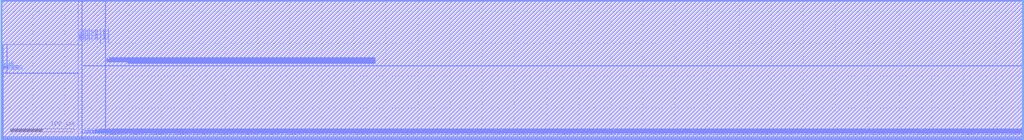
<source format=lef>
VERSION 5.4 ;
NAMESCASESENSITIVE ON ;
BUSBITCHARS "[]" ;
DIVIDERCHAR "/" ;
UNITS
  DATABASE MICRONS 2000 ;
END UNITS
MACRO freepdk45_sram_1rw0r_45x512
   CLASS BLOCK ;
   SIZE 1593.62 BY 218.82 ;
   SYMMETRY X Y R90 ;
   PIN din0[0]
      DIRECTION INPUT ;
      PORT
         LAYER metal3 ;
         RECT  126.345 4.2375 126.48 4.3725 ;
      END
   END din0[0]
   PIN din0[1]
      DIRECTION INPUT ;
      PORT
         LAYER metal3 ;
         RECT  129.205 4.2375 129.34 4.3725 ;
      END
   END din0[1]
   PIN din0[2]
      DIRECTION INPUT ;
      PORT
         LAYER metal3 ;
         RECT  132.065 4.2375 132.2 4.3725 ;
      END
   END din0[2]
   PIN din0[3]
      DIRECTION INPUT ;
      PORT
         LAYER metal3 ;
         RECT  134.925 4.2375 135.06 4.3725 ;
      END
   END din0[3]
   PIN din0[4]
      DIRECTION INPUT ;
      PORT
         LAYER metal3 ;
         RECT  137.785 4.2375 137.92 4.3725 ;
      END
   END din0[4]
   PIN din0[5]
      DIRECTION INPUT ;
      PORT
         LAYER metal3 ;
         RECT  140.645 4.2375 140.78 4.3725 ;
      END
   END din0[5]
   PIN din0[6]
      DIRECTION INPUT ;
      PORT
         LAYER metal3 ;
         RECT  143.505 4.2375 143.64 4.3725 ;
      END
   END din0[6]
   PIN din0[7]
      DIRECTION INPUT ;
      PORT
         LAYER metal3 ;
         RECT  146.365 4.2375 146.5 4.3725 ;
      END
   END din0[7]
   PIN din0[8]
      DIRECTION INPUT ;
      PORT
         LAYER metal3 ;
         RECT  149.225 4.2375 149.36 4.3725 ;
      END
   END din0[8]
   PIN din0[9]
      DIRECTION INPUT ;
      PORT
         LAYER metal3 ;
         RECT  152.085 4.2375 152.22 4.3725 ;
      END
   END din0[9]
   PIN din0[10]
      DIRECTION INPUT ;
      PORT
         LAYER metal3 ;
         RECT  154.945 4.2375 155.08 4.3725 ;
      END
   END din0[10]
   PIN din0[11]
      DIRECTION INPUT ;
      PORT
         LAYER metal3 ;
         RECT  157.805 4.2375 157.94 4.3725 ;
      END
   END din0[11]
   PIN din0[12]
      DIRECTION INPUT ;
      PORT
         LAYER metal3 ;
         RECT  160.665 4.2375 160.8 4.3725 ;
      END
   END din0[12]
   PIN din0[13]
      DIRECTION INPUT ;
      PORT
         LAYER metal3 ;
         RECT  163.525 4.2375 163.66 4.3725 ;
      END
   END din0[13]
   PIN din0[14]
      DIRECTION INPUT ;
      PORT
         LAYER metal3 ;
         RECT  166.385 4.2375 166.52 4.3725 ;
      END
   END din0[14]
   PIN din0[15]
      DIRECTION INPUT ;
      PORT
         LAYER metal3 ;
         RECT  169.245 4.2375 169.38 4.3725 ;
      END
   END din0[15]
   PIN din0[16]
      DIRECTION INPUT ;
      PORT
         LAYER metal3 ;
         RECT  172.105 4.2375 172.24 4.3725 ;
      END
   END din0[16]
   PIN din0[17]
      DIRECTION INPUT ;
      PORT
         LAYER metal3 ;
         RECT  174.965 4.2375 175.1 4.3725 ;
      END
   END din0[17]
   PIN din0[18]
      DIRECTION INPUT ;
      PORT
         LAYER metal3 ;
         RECT  177.825 4.2375 177.96 4.3725 ;
      END
   END din0[18]
   PIN din0[19]
      DIRECTION INPUT ;
      PORT
         LAYER metal3 ;
         RECT  180.685 4.2375 180.82 4.3725 ;
      END
   END din0[19]
   PIN din0[20]
      DIRECTION INPUT ;
      PORT
         LAYER metal3 ;
         RECT  183.545 4.2375 183.68 4.3725 ;
      END
   END din0[20]
   PIN din0[21]
      DIRECTION INPUT ;
      PORT
         LAYER metal3 ;
         RECT  186.405 4.2375 186.54 4.3725 ;
      END
   END din0[21]
   PIN din0[22]
      DIRECTION INPUT ;
      PORT
         LAYER metal3 ;
         RECT  189.265 4.2375 189.4 4.3725 ;
      END
   END din0[22]
   PIN din0[23]
      DIRECTION INPUT ;
      PORT
         LAYER metal3 ;
         RECT  192.125 4.2375 192.26 4.3725 ;
      END
   END din0[23]
   PIN din0[24]
      DIRECTION INPUT ;
      PORT
         LAYER metal3 ;
         RECT  194.985 4.2375 195.12 4.3725 ;
      END
   END din0[24]
   PIN din0[25]
      DIRECTION INPUT ;
      PORT
         LAYER metal3 ;
         RECT  197.845 4.2375 197.98 4.3725 ;
      END
   END din0[25]
   PIN din0[26]
      DIRECTION INPUT ;
      PORT
         LAYER metal3 ;
         RECT  200.705 4.2375 200.84 4.3725 ;
      END
   END din0[26]
   PIN din0[27]
      DIRECTION INPUT ;
      PORT
         LAYER metal3 ;
         RECT  203.565 4.2375 203.7 4.3725 ;
      END
   END din0[27]
   PIN din0[28]
      DIRECTION INPUT ;
      PORT
         LAYER metal3 ;
         RECT  206.425 4.2375 206.56 4.3725 ;
      END
   END din0[28]
   PIN din0[29]
      DIRECTION INPUT ;
      PORT
         LAYER metal3 ;
         RECT  209.285 4.2375 209.42 4.3725 ;
      END
   END din0[29]
   PIN din0[30]
      DIRECTION INPUT ;
      PORT
         LAYER metal3 ;
         RECT  212.145 4.2375 212.28 4.3725 ;
      END
   END din0[30]
   PIN din0[31]
      DIRECTION INPUT ;
      PORT
         LAYER metal3 ;
         RECT  215.005 4.2375 215.14 4.3725 ;
      END
   END din0[31]
   PIN din0[32]
      DIRECTION INPUT ;
      PORT
         LAYER metal3 ;
         RECT  217.865 4.2375 218.0 4.3725 ;
      END
   END din0[32]
   PIN din0[33]
      DIRECTION INPUT ;
      PORT
         LAYER metal3 ;
         RECT  220.725 4.2375 220.86 4.3725 ;
      END
   END din0[33]
   PIN din0[34]
      DIRECTION INPUT ;
      PORT
         LAYER metal3 ;
         RECT  223.585 4.2375 223.72 4.3725 ;
      END
   END din0[34]
   PIN din0[35]
      DIRECTION INPUT ;
      PORT
         LAYER metal3 ;
         RECT  226.445 4.2375 226.58 4.3725 ;
      END
   END din0[35]
   PIN din0[36]
      DIRECTION INPUT ;
      PORT
         LAYER metal3 ;
         RECT  229.305 4.2375 229.44 4.3725 ;
      END
   END din0[36]
   PIN din0[37]
      DIRECTION INPUT ;
      PORT
         LAYER metal3 ;
         RECT  232.165 4.2375 232.3 4.3725 ;
      END
   END din0[37]
   PIN din0[38]
      DIRECTION INPUT ;
      PORT
         LAYER metal3 ;
         RECT  235.025 4.2375 235.16 4.3725 ;
      END
   END din0[38]
   PIN din0[39]
      DIRECTION INPUT ;
      PORT
         LAYER metal3 ;
         RECT  237.885 4.2375 238.02 4.3725 ;
      END
   END din0[39]
   PIN din0[40]
      DIRECTION INPUT ;
      PORT
         LAYER metal3 ;
         RECT  240.745 4.2375 240.88 4.3725 ;
      END
   END din0[40]
   PIN din0[41]
      DIRECTION INPUT ;
      PORT
         LAYER metal3 ;
         RECT  243.605 4.2375 243.74 4.3725 ;
      END
   END din0[41]
   PIN din0[42]
      DIRECTION INPUT ;
      PORT
         LAYER metal3 ;
         RECT  246.465 4.2375 246.6 4.3725 ;
      END
   END din0[42]
   PIN din0[43]
      DIRECTION INPUT ;
      PORT
         LAYER metal3 ;
         RECT  249.325 4.2375 249.46 4.3725 ;
      END
   END din0[43]
   PIN din0[44]
      DIRECTION INPUT ;
      PORT
         LAYER metal3 ;
         RECT  252.185 4.2375 252.32 4.3725 ;
      END
   END din0[44]
   PIN din0[45]
      DIRECTION INPUT ;
      PORT
         LAYER metal3 ;
         RECT  255.045 4.2375 255.18 4.3725 ;
      END
   END din0[45]
   PIN din0[46]
      DIRECTION INPUT ;
      PORT
         LAYER metal3 ;
         RECT  257.905 4.2375 258.04 4.3725 ;
      END
   END din0[46]
   PIN din0[47]
      DIRECTION INPUT ;
      PORT
         LAYER metal3 ;
         RECT  260.765 4.2375 260.9 4.3725 ;
      END
   END din0[47]
   PIN din0[48]
      DIRECTION INPUT ;
      PORT
         LAYER metal3 ;
         RECT  263.625 4.2375 263.76 4.3725 ;
      END
   END din0[48]
   PIN din0[49]
      DIRECTION INPUT ;
      PORT
         LAYER metal3 ;
         RECT  266.485 4.2375 266.62 4.3725 ;
      END
   END din0[49]
   PIN din0[50]
      DIRECTION INPUT ;
      PORT
         LAYER metal3 ;
         RECT  269.345 4.2375 269.48 4.3725 ;
      END
   END din0[50]
   PIN din0[51]
      DIRECTION INPUT ;
      PORT
         LAYER metal3 ;
         RECT  272.205 4.2375 272.34 4.3725 ;
      END
   END din0[51]
   PIN din0[52]
      DIRECTION INPUT ;
      PORT
         LAYER metal3 ;
         RECT  275.065 4.2375 275.2 4.3725 ;
      END
   END din0[52]
   PIN din0[53]
      DIRECTION INPUT ;
      PORT
         LAYER metal3 ;
         RECT  277.925 4.2375 278.06 4.3725 ;
      END
   END din0[53]
   PIN din0[54]
      DIRECTION INPUT ;
      PORT
         LAYER metal3 ;
         RECT  280.785 4.2375 280.92 4.3725 ;
      END
   END din0[54]
   PIN din0[55]
      DIRECTION INPUT ;
      PORT
         LAYER metal3 ;
         RECT  283.645 4.2375 283.78 4.3725 ;
      END
   END din0[55]
   PIN din0[56]
      DIRECTION INPUT ;
      PORT
         LAYER metal3 ;
         RECT  286.505 4.2375 286.64 4.3725 ;
      END
   END din0[56]
   PIN din0[57]
      DIRECTION INPUT ;
      PORT
         LAYER metal3 ;
         RECT  289.365 4.2375 289.5 4.3725 ;
      END
   END din0[57]
   PIN din0[58]
      DIRECTION INPUT ;
      PORT
         LAYER metal3 ;
         RECT  292.225 4.2375 292.36 4.3725 ;
      END
   END din0[58]
   PIN din0[59]
      DIRECTION INPUT ;
      PORT
         LAYER metal3 ;
         RECT  295.085 4.2375 295.22 4.3725 ;
      END
   END din0[59]
   PIN din0[60]
      DIRECTION INPUT ;
      PORT
         LAYER metal3 ;
         RECT  297.945 4.2375 298.08 4.3725 ;
      END
   END din0[60]
   PIN din0[61]
      DIRECTION INPUT ;
      PORT
         LAYER metal3 ;
         RECT  300.805 4.2375 300.94 4.3725 ;
      END
   END din0[61]
   PIN din0[62]
      DIRECTION INPUT ;
      PORT
         LAYER metal3 ;
         RECT  303.665 4.2375 303.8 4.3725 ;
      END
   END din0[62]
   PIN din0[63]
      DIRECTION INPUT ;
      PORT
         LAYER metal3 ;
         RECT  306.525 4.2375 306.66 4.3725 ;
      END
   END din0[63]
   PIN din0[64]
      DIRECTION INPUT ;
      PORT
         LAYER metal3 ;
         RECT  309.385 4.2375 309.52 4.3725 ;
      END
   END din0[64]
   PIN din0[65]
      DIRECTION INPUT ;
      PORT
         LAYER metal3 ;
         RECT  312.245 4.2375 312.38 4.3725 ;
      END
   END din0[65]
   PIN din0[66]
      DIRECTION INPUT ;
      PORT
         LAYER metal3 ;
         RECT  315.105 4.2375 315.24 4.3725 ;
      END
   END din0[66]
   PIN din0[67]
      DIRECTION INPUT ;
      PORT
         LAYER metal3 ;
         RECT  317.965 4.2375 318.1 4.3725 ;
      END
   END din0[67]
   PIN din0[68]
      DIRECTION INPUT ;
      PORT
         LAYER metal3 ;
         RECT  320.825 4.2375 320.96 4.3725 ;
      END
   END din0[68]
   PIN din0[69]
      DIRECTION INPUT ;
      PORT
         LAYER metal3 ;
         RECT  323.685 4.2375 323.82 4.3725 ;
      END
   END din0[69]
   PIN din0[70]
      DIRECTION INPUT ;
      PORT
         LAYER metal3 ;
         RECT  326.545 4.2375 326.68 4.3725 ;
      END
   END din0[70]
   PIN din0[71]
      DIRECTION INPUT ;
      PORT
         LAYER metal3 ;
         RECT  329.405 4.2375 329.54 4.3725 ;
      END
   END din0[71]
   PIN din0[72]
      DIRECTION INPUT ;
      PORT
         LAYER metal3 ;
         RECT  332.265 4.2375 332.4 4.3725 ;
      END
   END din0[72]
   PIN din0[73]
      DIRECTION INPUT ;
      PORT
         LAYER metal3 ;
         RECT  335.125 4.2375 335.26 4.3725 ;
      END
   END din0[73]
   PIN din0[74]
      DIRECTION INPUT ;
      PORT
         LAYER metal3 ;
         RECT  337.985 4.2375 338.12 4.3725 ;
      END
   END din0[74]
   PIN din0[75]
      DIRECTION INPUT ;
      PORT
         LAYER metal3 ;
         RECT  340.845 4.2375 340.98 4.3725 ;
      END
   END din0[75]
   PIN din0[76]
      DIRECTION INPUT ;
      PORT
         LAYER metal3 ;
         RECT  343.705 4.2375 343.84 4.3725 ;
      END
   END din0[76]
   PIN din0[77]
      DIRECTION INPUT ;
      PORT
         LAYER metal3 ;
         RECT  346.565 4.2375 346.7 4.3725 ;
      END
   END din0[77]
   PIN din0[78]
      DIRECTION INPUT ;
      PORT
         LAYER metal3 ;
         RECT  349.425 4.2375 349.56 4.3725 ;
      END
   END din0[78]
   PIN din0[79]
      DIRECTION INPUT ;
      PORT
         LAYER metal3 ;
         RECT  352.285 4.2375 352.42 4.3725 ;
      END
   END din0[79]
   PIN din0[80]
      DIRECTION INPUT ;
      PORT
         LAYER metal3 ;
         RECT  355.145 4.2375 355.28 4.3725 ;
      END
   END din0[80]
   PIN din0[81]
      DIRECTION INPUT ;
      PORT
         LAYER metal3 ;
         RECT  358.005 4.2375 358.14 4.3725 ;
      END
   END din0[81]
   PIN din0[82]
      DIRECTION INPUT ;
      PORT
         LAYER metal3 ;
         RECT  360.865 4.2375 361.0 4.3725 ;
      END
   END din0[82]
   PIN din0[83]
      DIRECTION INPUT ;
      PORT
         LAYER metal3 ;
         RECT  363.725 4.2375 363.86 4.3725 ;
      END
   END din0[83]
   PIN din0[84]
      DIRECTION INPUT ;
      PORT
         LAYER metal3 ;
         RECT  366.585 4.2375 366.72 4.3725 ;
      END
   END din0[84]
   PIN din0[85]
      DIRECTION INPUT ;
      PORT
         LAYER metal3 ;
         RECT  369.445 4.2375 369.58 4.3725 ;
      END
   END din0[85]
   PIN din0[86]
      DIRECTION INPUT ;
      PORT
         LAYER metal3 ;
         RECT  372.305 4.2375 372.44 4.3725 ;
      END
   END din0[86]
   PIN din0[87]
      DIRECTION INPUT ;
      PORT
         LAYER metal3 ;
         RECT  375.165 4.2375 375.3 4.3725 ;
      END
   END din0[87]
   PIN din0[88]
      DIRECTION INPUT ;
      PORT
         LAYER metal3 ;
         RECT  378.025 4.2375 378.16 4.3725 ;
      END
   END din0[88]
   PIN din0[89]
      DIRECTION INPUT ;
      PORT
         LAYER metal3 ;
         RECT  380.885 4.2375 381.02 4.3725 ;
      END
   END din0[89]
   PIN din0[90]
      DIRECTION INPUT ;
      PORT
         LAYER metal3 ;
         RECT  383.745 4.2375 383.88 4.3725 ;
      END
   END din0[90]
   PIN din0[91]
      DIRECTION INPUT ;
      PORT
         LAYER metal3 ;
         RECT  386.605 4.2375 386.74 4.3725 ;
      END
   END din0[91]
   PIN din0[92]
      DIRECTION INPUT ;
      PORT
         LAYER metal3 ;
         RECT  389.465 4.2375 389.6 4.3725 ;
      END
   END din0[92]
   PIN din0[93]
      DIRECTION INPUT ;
      PORT
         LAYER metal3 ;
         RECT  392.325 4.2375 392.46 4.3725 ;
      END
   END din0[93]
   PIN din0[94]
      DIRECTION INPUT ;
      PORT
         LAYER metal3 ;
         RECT  395.185 4.2375 395.32 4.3725 ;
      END
   END din0[94]
   PIN din0[95]
      DIRECTION INPUT ;
      PORT
         LAYER metal3 ;
         RECT  398.045 4.2375 398.18 4.3725 ;
      END
   END din0[95]
   PIN din0[96]
      DIRECTION INPUT ;
      PORT
         LAYER metal3 ;
         RECT  400.905 4.2375 401.04 4.3725 ;
      END
   END din0[96]
   PIN din0[97]
      DIRECTION INPUT ;
      PORT
         LAYER metal3 ;
         RECT  403.765 4.2375 403.9 4.3725 ;
      END
   END din0[97]
   PIN din0[98]
      DIRECTION INPUT ;
      PORT
         LAYER metal3 ;
         RECT  406.625 4.2375 406.76 4.3725 ;
      END
   END din0[98]
   PIN din0[99]
      DIRECTION INPUT ;
      PORT
         LAYER metal3 ;
         RECT  409.485 4.2375 409.62 4.3725 ;
      END
   END din0[99]
   PIN din0[100]
      DIRECTION INPUT ;
      PORT
         LAYER metal3 ;
         RECT  412.345 4.2375 412.48 4.3725 ;
      END
   END din0[100]
   PIN din0[101]
      DIRECTION INPUT ;
      PORT
         LAYER metal3 ;
         RECT  415.205 4.2375 415.34 4.3725 ;
      END
   END din0[101]
   PIN din0[102]
      DIRECTION INPUT ;
      PORT
         LAYER metal3 ;
         RECT  418.065 4.2375 418.2 4.3725 ;
      END
   END din0[102]
   PIN din0[103]
      DIRECTION INPUT ;
      PORT
         LAYER metal3 ;
         RECT  420.925 4.2375 421.06 4.3725 ;
      END
   END din0[103]
   PIN din0[104]
      DIRECTION INPUT ;
      PORT
         LAYER metal3 ;
         RECT  423.785 4.2375 423.92 4.3725 ;
      END
   END din0[104]
   PIN din0[105]
      DIRECTION INPUT ;
      PORT
         LAYER metal3 ;
         RECT  426.645 4.2375 426.78 4.3725 ;
      END
   END din0[105]
   PIN din0[106]
      DIRECTION INPUT ;
      PORT
         LAYER metal3 ;
         RECT  429.505 4.2375 429.64 4.3725 ;
      END
   END din0[106]
   PIN din0[107]
      DIRECTION INPUT ;
      PORT
         LAYER metal3 ;
         RECT  432.365 4.2375 432.5 4.3725 ;
      END
   END din0[107]
   PIN din0[108]
      DIRECTION INPUT ;
      PORT
         LAYER metal3 ;
         RECT  435.225 4.2375 435.36 4.3725 ;
      END
   END din0[108]
   PIN din0[109]
      DIRECTION INPUT ;
      PORT
         LAYER metal3 ;
         RECT  438.085 4.2375 438.22 4.3725 ;
      END
   END din0[109]
   PIN din0[110]
      DIRECTION INPUT ;
      PORT
         LAYER metal3 ;
         RECT  440.945 4.2375 441.08 4.3725 ;
      END
   END din0[110]
   PIN din0[111]
      DIRECTION INPUT ;
      PORT
         LAYER metal3 ;
         RECT  443.805 4.2375 443.94 4.3725 ;
      END
   END din0[111]
   PIN din0[112]
      DIRECTION INPUT ;
      PORT
         LAYER metal3 ;
         RECT  446.665 4.2375 446.8 4.3725 ;
      END
   END din0[112]
   PIN din0[113]
      DIRECTION INPUT ;
      PORT
         LAYER metal3 ;
         RECT  449.525 4.2375 449.66 4.3725 ;
      END
   END din0[113]
   PIN din0[114]
      DIRECTION INPUT ;
      PORT
         LAYER metal3 ;
         RECT  452.385 4.2375 452.52 4.3725 ;
      END
   END din0[114]
   PIN din0[115]
      DIRECTION INPUT ;
      PORT
         LAYER metal3 ;
         RECT  455.245 4.2375 455.38 4.3725 ;
      END
   END din0[115]
   PIN din0[116]
      DIRECTION INPUT ;
      PORT
         LAYER metal3 ;
         RECT  458.105 4.2375 458.24 4.3725 ;
      END
   END din0[116]
   PIN din0[117]
      DIRECTION INPUT ;
      PORT
         LAYER metal3 ;
         RECT  460.965 4.2375 461.1 4.3725 ;
      END
   END din0[117]
   PIN din0[118]
      DIRECTION INPUT ;
      PORT
         LAYER metal3 ;
         RECT  463.825 4.2375 463.96 4.3725 ;
      END
   END din0[118]
   PIN din0[119]
      DIRECTION INPUT ;
      PORT
         LAYER metal3 ;
         RECT  466.685 4.2375 466.82 4.3725 ;
      END
   END din0[119]
   PIN din0[120]
      DIRECTION INPUT ;
      PORT
         LAYER metal3 ;
         RECT  469.545 4.2375 469.68 4.3725 ;
      END
   END din0[120]
   PIN din0[121]
      DIRECTION INPUT ;
      PORT
         LAYER metal3 ;
         RECT  472.405 4.2375 472.54 4.3725 ;
      END
   END din0[121]
   PIN din0[122]
      DIRECTION INPUT ;
      PORT
         LAYER metal3 ;
         RECT  475.265 4.2375 475.4 4.3725 ;
      END
   END din0[122]
   PIN din0[123]
      DIRECTION INPUT ;
      PORT
         LAYER metal3 ;
         RECT  478.125 4.2375 478.26 4.3725 ;
      END
   END din0[123]
   PIN din0[124]
      DIRECTION INPUT ;
      PORT
         LAYER metal3 ;
         RECT  480.985 4.2375 481.12 4.3725 ;
      END
   END din0[124]
   PIN din0[125]
      DIRECTION INPUT ;
      PORT
         LAYER metal3 ;
         RECT  483.845 4.2375 483.98 4.3725 ;
      END
   END din0[125]
   PIN din0[126]
      DIRECTION INPUT ;
      PORT
         LAYER metal3 ;
         RECT  486.705 4.2375 486.84 4.3725 ;
      END
   END din0[126]
   PIN din0[127]
      DIRECTION INPUT ;
      PORT
         LAYER metal3 ;
         RECT  489.565 4.2375 489.7 4.3725 ;
      END
   END din0[127]
   PIN din0[128]
      DIRECTION INPUT ;
      PORT
         LAYER metal3 ;
         RECT  492.425 4.2375 492.56 4.3725 ;
      END
   END din0[128]
   PIN din0[129]
      DIRECTION INPUT ;
      PORT
         LAYER metal3 ;
         RECT  495.285 4.2375 495.42 4.3725 ;
      END
   END din0[129]
   PIN din0[130]
      DIRECTION INPUT ;
      PORT
         LAYER metal3 ;
         RECT  498.145 4.2375 498.28 4.3725 ;
      END
   END din0[130]
   PIN din0[131]
      DIRECTION INPUT ;
      PORT
         LAYER metal3 ;
         RECT  501.005 4.2375 501.14 4.3725 ;
      END
   END din0[131]
   PIN din0[132]
      DIRECTION INPUT ;
      PORT
         LAYER metal3 ;
         RECT  503.865 4.2375 504.0 4.3725 ;
      END
   END din0[132]
   PIN din0[133]
      DIRECTION INPUT ;
      PORT
         LAYER metal3 ;
         RECT  506.725 4.2375 506.86 4.3725 ;
      END
   END din0[133]
   PIN din0[134]
      DIRECTION INPUT ;
      PORT
         LAYER metal3 ;
         RECT  509.585 4.2375 509.72 4.3725 ;
      END
   END din0[134]
   PIN din0[135]
      DIRECTION INPUT ;
      PORT
         LAYER metal3 ;
         RECT  512.445 4.2375 512.58 4.3725 ;
      END
   END din0[135]
   PIN din0[136]
      DIRECTION INPUT ;
      PORT
         LAYER metal3 ;
         RECT  515.305 4.2375 515.44 4.3725 ;
      END
   END din0[136]
   PIN din0[137]
      DIRECTION INPUT ;
      PORT
         LAYER metal3 ;
         RECT  518.165 4.2375 518.3 4.3725 ;
      END
   END din0[137]
   PIN din0[138]
      DIRECTION INPUT ;
      PORT
         LAYER metal3 ;
         RECT  521.025 4.2375 521.16 4.3725 ;
      END
   END din0[138]
   PIN din0[139]
      DIRECTION INPUT ;
      PORT
         LAYER metal3 ;
         RECT  523.885 4.2375 524.02 4.3725 ;
      END
   END din0[139]
   PIN din0[140]
      DIRECTION INPUT ;
      PORT
         LAYER metal3 ;
         RECT  526.745 4.2375 526.88 4.3725 ;
      END
   END din0[140]
   PIN din0[141]
      DIRECTION INPUT ;
      PORT
         LAYER metal3 ;
         RECT  529.605 4.2375 529.74 4.3725 ;
      END
   END din0[141]
   PIN din0[142]
      DIRECTION INPUT ;
      PORT
         LAYER metal3 ;
         RECT  532.465 4.2375 532.6 4.3725 ;
      END
   END din0[142]
   PIN din0[143]
      DIRECTION INPUT ;
      PORT
         LAYER metal3 ;
         RECT  535.325 4.2375 535.46 4.3725 ;
      END
   END din0[143]
   PIN din0[144]
      DIRECTION INPUT ;
      PORT
         LAYER metal3 ;
         RECT  538.185 4.2375 538.32 4.3725 ;
      END
   END din0[144]
   PIN din0[145]
      DIRECTION INPUT ;
      PORT
         LAYER metal3 ;
         RECT  541.045 4.2375 541.18 4.3725 ;
      END
   END din0[145]
   PIN din0[146]
      DIRECTION INPUT ;
      PORT
         LAYER metal3 ;
         RECT  543.905 4.2375 544.04 4.3725 ;
      END
   END din0[146]
   PIN din0[147]
      DIRECTION INPUT ;
      PORT
         LAYER metal3 ;
         RECT  546.765 4.2375 546.9 4.3725 ;
      END
   END din0[147]
   PIN din0[148]
      DIRECTION INPUT ;
      PORT
         LAYER metal3 ;
         RECT  549.625 4.2375 549.76 4.3725 ;
      END
   END din0[148]
   PIN din0[149]
      DIRECTION INPUT ;
      PORT
         LAYER metal3 ;
         RECT  552.485 4.2375 552.62 4.3725 ;
      END
   END din0[149]
   PIN din0[150]
      DIRECTION INPUT ;
      PORT
         LAYER metal3 ;
         RECT  555.345 4.2375 555.48 4.3725 ;
      END
   END din0[150]
   PIN din0[151]
      DIRECTION INPUT ;
      PORT
         LAYER metal3 ;
         RECT  558.205 4.2375 558.34 4.3725 ;
      END
   END din0[151]
   PIN din0[152]
      DIRECTION INPUT ;
      PORT
         LAYER metal3 ;
         RECT  561.065 4.2375 561.2 4.3725 ;
      END
   END din0[152]
   PIN din0[153]
      DIRECTION INPUT ;
      PORT
         LAYER metal3 ;
         RECT  563.925 4.2375 564.06 4.3725 ;
      END
   END din0[153]
   PIN din0[154]
      DIRECTION INPUT ;
      PORT
         LAYER metal3 ;
         RECT  566.785 4.2375 566.92 4.3725 ;
      END
   END din0[154]
   PIN din0[155]
      DIRECTION INPUT ;
      PORT
         LAYER metal3 ;
         RECT  569.645 4.2375 569.78 4.3725 ;
      END
   END din0[155]
   PIN din0[156]
      DIRECTION INPUT ;
      PORT
         LAYER metal3 ;
         RECT  572.505 4.2375 572.64 4.3725 ;
      END
   END din0[156]
   PIN din0[157]
      DIRECTION INPUT ;
      PORT
         LAYER metal3 ;
         RECT  575.365 4.2375 575.5 4.3725 ;
      END
   END din0[157]
   PIN din0[158]
      DIRECTION INPUT ;
      PORT
         LAYER metal3 ;
         RECT  578.225 4.2375 578.36 4.3725 ;
      END
   END din0[158]
   PIN din0[159]
      DIRECTION INPUT ;
      PORT
         LAYER metal3 ;
         RECT  581.085 4.2375 581.22 4.3725 ;
      END
   END din0[159]
   PIN din0[160]
      DIRECTION INPUT ;
      PORT
         LAYER metal3 ;
         RECT  583.945 4.2375 584.08 4.3725 ;
      END
   END din0[160]
   PIN din0[161]
      DIRECTION INPUT ;
      PORT
         LAYER metal3 ;
         RECT  586.805 4.2375 586.94 4.3725 ;
      END
   END din0[161]
   PIN din0[162]
      DIRECTION INPUT ;
      PORT
         LAYER metal3 ;
         RECT  589.665 4.2375 589.8 4.3725 ;
      END
   END din0[162]
   PIN din0[163]
      DIRECTION INPUT ;
      PORT
         LAYER metal3 ;
         RECT  592.525 4.2375 592.66 4.3725 ;
      END
   END din0[163]
   PIN din0[164]
      DIRECTION INPUT ;
      PORT
         LAYER metal3 ;
         RECT  595.385 4.2375 595.52 4.3725 ;
      END
   END din0[164]
   PIN din0[165]
      DIRECTION INPUT ;
      PORT
         LAYER metal3 ;
         RECT  598.245 4.2375 598.38 4.3725 ;
      END
   END din0[165]
   PIN din0[166]
      DIRECTION INPUT ;
      PORT
         LAYER metal3 ;
         RECT  601.105 4.2375 601.24 4.3725 ;
      END
   END din0[166]
   PIN din0[167]
      DIRECTION INPUT ;
      PORT
         LAYER metal3 ;
         RECT  603.965 4.2375 604.1 4.3725 ;
      END
   END din0[167]
   PIN din0[168]
      DIRECTION INPUT ;
      PORT
         LAYER metal3 ;
         RECT  606.825 4.2375 606.96 4.3725 ;
      END
   END din0[168]
   PIN din0[169]
      DIRECTION INPUT ;
      PORT
         LAYER metal3 ;
         RECT  609.685 4.2375 609.82 4.3725 ;
      END
   END din0[169]
   PIN din0[170]
      DIRECTION INPUT ;
      PORT
         LAYER metal3 ;
         RECT  612.545 4.2375 612.68 4.3725 ;
      END
   END din0[170]
   PIN din0[171]
      DIRECTION INPUT ;
      PORT
         LAYER metal3 ;
         RECT  615.405 4.2375 615.54 4.3725 ;
      END
   END din0[171]
   PIN din0[172]
      DIRECTION INPUT ;
      PORT
         LAYER metal3 ;
         RECT  618.265 4.2375 618.4 4.3725 ;
      END
   END din0[172]
   PIN din0[173]
      DIRECTION INPUT ;
      PORT
         LAYER metal3 ;
         RECT  621.125 4.2375 621.26 4.3725 ;
      END
   END din0[173]
   PIN din0[174]
      DIRECTION INPUT ;
      PORT
         LAYER metal3 ;
         RECT  623.985 4.2375 624.12 4.3725 ;
      END
   END din0[174]
   PIN din0[175]
      DIRECTION INPUT ;
      PORT
         LAYER metal3 ;
         RECT  626.845 4.2375 626.98 4.3725 ;
      END
   END din0[175]
   PIN din0[176]
      DIRECTION INPUT ;
      PORT
         LAYER metal3 ;
         RECT  629.705 4.2375 629.84 4.3725 ;
      END
   END din0[176]
   PIN din0[177]
      DIRECTION INPUT ;
      PORT
         LAYER metal3 ;
         RECT  632.565 4.2375 632.7 4.3725 ;
      END
   END din0[177]
   PIN din0[178]
      DIRECTION INPUT ;
      PORT
         LAYER metal3 ;
         RECT  635.425 4.2375 635.56 4.3725 ;
      END
   END din0[178]
   PIN din0[179]
      DIRECTION INPUT ;
      PORT
         LAYER metal3 ;
         RECT  638.285 4.2375 638.42 4.3725 ;
      END
   END din0[179]
   PIN din0[180]
      DIRECTION INPUT ;
      PORT
         LAYER metal3 ;
         RECT  641.145 4.2375 641.28 4.3725 ;
      END
   END din0[180]
   PIN din0[181]
      DIRECTION INPUT ;
      PORT
         LAYER metal3 ;
         RECT  644.005 4.2375 644.14 4.3725 ;
      END
   END din0[181]
   PIN din0[182]
      DIRECTION INPUT ;
      PORT
         LAYER metal3 ;
         RECT  646.865 4.2375 647.0 4.3725 ;
      END
   END din0[182]
   PIN din0[183]
      DIRECTION INPUT ;
      PORT
         LAYER metal3 ;
         RECT  649.725 4.2375 649.86 4.3725 ;
      END
   END din0[183]
   PIN din0[184]
      DIRECTION INPUT ;
      PORT
         LAYER metal3 ;
         RECT  652.585 4.2375 652.72 4.3725 ;
      END
   END din0[184]
   PIN din0[185]
      DIRECTION INPUT ;
      PORT
         LAYER metal3 ;
         RECT  655.445 4.2375 655.58 4.3725 ;
      END
   END din0[185]
   PIN din0[186]
      DIRECTION INPUT ;
      PORT
         LAYER metal3 ;
         RECT  658.305 4.2375 658.44 4.3725 ;
      END
   END din0[186]
   PIN din0[187]
      DIRECTION INPUT ;
      PORT
         LAYER metal3 ;
         RECT  661.165 4.2375 661.3 4.3725 ;
      END
   END din0[187]
   PIN din0[188]
      DIRECTION INPUT ;
      PORT
         LAYER metal3 ;
         RECT  664.025 4.2375 664.16 4.3725 ;
      END
   END din0[188]
   PIN din0[189]
      DIRECTION INPUT ;
      PORT
         LAYER metal3 ;
         RECT  666.885 4.2375 667.02 4.3725 ;
      END
   END din0[189]
   PIN din0[190]
      DIRECTION INPUT ;
      PORT
         LAYER metal3 ;
         RECT  669.745 4.2375 669.88 4.3725 ;
      END
   END din0[190]
   PIN din0[191]
      DIRECTION INPUT ;
      PORT
         LAYER metal3 ;
         RECT  672.605 4.2375 672.74 4.3725 ;
      END
   END din0[191]
   PIN din0[192]
      DIRECTION INPUT ;
      PORT
         LAYER metal3 ;
         RECT  675.465 4.2375 675.6 4.3725 ;
      END
   END din0[192]
   PIN din0[193]
      DIRECTION INPUT ;
      PORT
         LAYER metal3 ;
         RECT  678.325 4.2375 678.46 4.3725 ;
      END
   END din0[193]
   PIN din0[194]
      DIRECTION INPUT ;
      PORT
         LAYER metal3 ;
         RECT  681.185 4.2375 681.32 4.3725 ;
      END
   END din0[194]
   PIN din0[195]
      DIRECTION INPUT ;
      PORT
         LAYER metal3 ;
         RECT  684.045 4.2375 684.18 4.3725 ;
      END
   END din0[195]
   PIN din0[196]
      DIRECTION INPUT ;
      PORT
         LAYER metal3 ;
         RECT  686.905 4.2375 687.04 4.3725 ;
      END
   END din0[196]
   PIN din0[197]
      DIRECTION INPUT ;
      PORT
         LAYER metal3 ;
         RECT  689.765 4.2375 689.9 4.3725 ;
      END
   END din0[197]
   PIN din0[198]
      DIRECTION INPUT ;
      PORT
         LAYER metal3 ;
         RECT  692.625 4.2375 692.76 4.3725 ;
      END
   END din0[198]
   PIN din0[199]
      DIRECTION INPUT ;
      PORT
         LAYER metal3 ;
         RECT  695.485 4.2375 695.62 4.3725 ;
      END
   END din0[199]
   PIN din0[200]
      DIRECTION INPUT ;
      PORT
         LAYER metal3 ;
         RECT  698.345 4.2375 698.48 4.3725 ;
      END
   END din0[200]
   PIN din0[201]
      DIRECTION INPUT ;
      PORT
         LAYER metal3 ;
         RECT  701.205 4.2375 701.34 4.3725 ;
      END
   END din0[201]
   PIN din0[202]
      DIRECTION INPUT ;
      PORT
         LAYER metal3 ;
         RECT  704.065 4.2375 704.2 4.3725 ;
      END
   END din0[202]
   PIN din0[203]
      DIRECTION INPUT ;
      PORT
         LAYER metal3 ;
         RECT  706.925 4.2375 707.06 4.3725 ;
      END
   END din0[203]
   PIN din0[204]
      DIRECTION INPUT ;
      PORT
         LAYER metal3 ;
         RECT  709.785 4.2375 709.92 4.3725 ;
      END
   END din0[204]
   PIN din0[205]
      DIRECTION INPUT ;
      PORT
         LAYER metal3 ;
         RECT  712.645 4.2375 712.78 4.3725 ;
      END
   END din0[205]
   PIN din0[206]
      DIRECTION INPUT ;
      PORT
         LAYER metal3 ;
         RECT  715.505 4.2375 715.64 4.3725 ;
      END
   END din0[206]
   PIN din0[207]
      DIRECTION INPUT ;
      PORT
         LAYER metal3 ;
         RECT  718.365 4.2375 718.5 4.3725 ;
      END
   END din0[207]
   PIN din0[208]
      DIRECTION INPUT ;
      PORT
         LAYER metal3 ;
         RECT  721.225 4.2375 721.36 4.3725 ;
      END
   END din0[208]
   PIN din0[209]
      DIRECTION INPUT ;
      PORT
         LAYER metal3 ;
         RECT  724.085 4.2375 724.22 4.3725 ;
      END
   END din0[209]
   PIN din0[210]
      DIRECTION INPUT ;
      PORT
         LAYER metal3 ;
         RECT  726.945 4.2375 727.08 4.3725 ;
      END
   END din0[210]
   PIN din0[211]
      DIRECTION INPUT ;
      PORT
         LAYER metal3 ;
         RECT  729.805 4.2375 729.94 4.3725 ;
      END
   END din0[211]
   PIN din0[212]
      DIRECTION INPUT ;
      PORT
         LAYER metal3 ;
         RECT  732.665 4.2375 732.8 4.3725 ;
      END
   END din0[212]
   PIN din0[213]
      DIRECTION INPUT ;
      PORT
         LAYER metal3 ;
         RECT  735.525 4.2375 735.66 4.3725 ;
      END
   END din0[213]
   PIN din0[214]
      DIRECTION INPUT ;
      PORT
         LAYER metal3 ;
         RECT  738.385 4.2375 738.52 4.3725 ;
      END
   END din0[214]
   PIN din0[215]
      DIRECTION INPUT ;
      PORT
         LAYER metal3 ;
         RECT  741.245 4.2375 741.38 4.3725 ;
      END
   END din0[215]
   PIN din0[216]
      DIRECTION INPUT ;
      PORT
         LAYER metal3 ;
         RECT  744.105 4.2375 744.24 4.3725 ;
      END
   END din0[216]
   PIN din0[217]
      DIRECTION INPUT ;
      PORT
         LAYER metal3 ;
         RECT  746.965 4.2375 747.1 4.3725 ;
      END
   END din0[217]
   PIN din0[218]
      DIRECTION INPUT ;
      PORT
         LAYER metal3 ;
         RECT  749.825 4.2375 749.96 4.3725 ;
      END
   END din0[218]
   PIN din0[219]
      DIRECTION INPUT ;
      PORT
         LAYER metal3 ;
         RECT  752.685 4.2375 752.82 4.3725 ;
      END
   END din0[219]
   PIN din0[220]
      DIRECTION INPUT ;
      PORT
         LAYER metal3 ;
         RECT  755.545 4.2375 755.68 4.3725 ;
      END
   END din0[220]
   PIN din0[221]
      DIRECTION INPUT ;
      PORT
         LAYER metal3 ;
         RECT  758.405 4.2375 758.54 4.3725 ;
      END
   END din0[221]
   PIN din0[222]
      DIRECTION INPUT ;
      PORT
         LAYER metal3 ;
         RECT  761.265 4.2375 761.4 4.3725 ;
      END
   END din0[222]
   PIN din0[223]
      DIRECTION INPUT ;
      PORT
         LAYER metal3 ;
         RECT  764.125 4.2375 764.26 4.3725 ;
      END
   END din0[223]
   PIN din0[224]
      DIRECTION INPUT ;
      PORT
         LAYER metal3 ;
         RECT  766.985 4.2375 767.12 4.3725 ;
      END
   END din0[224]
   PIN din0[225]
      DIRECTION INPUT ;
      PORT
         LAYER metal3 ;
         RECT  769.845 4.2375 769.98 4.3725 ;
      END
   END din0[225]
   PIN din0[226]
      DIRECTION INPUT ;
      PORT
         LAYER metal3 ;
         RECT  772.705 4.2375 772.84 4.3725 ;
      END
   END din0[226]
   PIN din0[227]
      DIRECTION INPUT ;
      PORT
         LAYER metal3 ;
         RECT  775.565 4.2375 775.7 4.3725 ;
      END
   END din0[227]
   PIN din0[228]
      DIRECTION INPUT ;
      PORT
         LAYER metal3 ;
         RECT  778.425 4.2375 778.56 4.3725 ;
      END
   END din0[228]
   PIN din0[229]
      DIRECTION INPUT ;
      PORT
         LAYER metal3 ;
         RECT  781.285 4.2375 781.42 4.3725 ;
      END
   END din0[229]
   PIN din0[230]
      DIRECTION INPUT ;
      PORT
         LAYER metal3 ;
         RECT  784.145 4.2375 784.28 4.3725 ;
      END
   END din0[230]
   PIN din0[231]
      DIRECTION INPUT ;
      PORT
         LAYER metal3 ;
         RECT  787.005 4.2375 787.14 4.3725 ;
      END
   END din0[231]
   PIN din0[232]
      DIRECTION INPUT ;
      PORT
         LAYER metal3 ;
         RECT  789.865 4.2375 790.0 4.3725 ;
      END
   END din0[232]
   PIN din0[233]
      DIRECTION INPUT ;
      PORT
         LAYER metal3 ;
         RECT  792.725 4.2375 792.86 4.3725 ;
      END
   END din0[233]
   PIN din0[234]
      DIRECTION INPUT ;
      PORT
         LAYER metal3 ;
         RECT  795.585 4.2375 795.72 4.3725 ;
      END
   END din0[234]
   PIN din0[235]
      DIRECTION INPUT ;
      PORT
         LAYER metal3 ;
         RECT  798.445 4.2375 798.58 4.3725 ;
      END
   END din0[235]
   PIN din0[236]
      DIRECTION INPUT ;
      PORT
         LAYER metal3 ;
         RECT  801.305 4.2375 801.44 4.3725 ;
      END
   END din0[236]
   PIN din0[237]
      DIRECTION INPUT ;
      PORT
         LAYER metal3 ;
         RECT  804.165 4.2375 804.3 4.3725 ;
      END
   END din0[237]
   PIN din0[238]
      DIRECTION INPUT ;
      PORT
         LAYER metal3 ;
         RECT  807.025 4.2375 807.16 4.3725 ;
      END
   END din0[238]
   PIN din0[239]
      DIRECTION INPUT ;
      PORT
         LAYER metal3 ;
         RECT  809.885 4.2375 810.02 4.3725 ;
      END
   END din0[239]
   PIN din0[240]
      DIRECTION INPUT ;
      PORT
         LAYER metal3 ;
         RECT  812.745 4.2375 812.88 4.3725 ;
      END
   END din0[240]
   PIN din0[241]
      DIRECTION INPUT ;
      PORT
         LAYER metal3 ;
         RECT  815.605 4.2375 815.74 4.3725 ;
      END
   END din0[241]
   PIN din0[242]
      DIRECTION INPUT ;
      PORT
         LAYER metal3 ;
         RECT  818.465 4.2375 818.6 4.3725 ;
      END
   END din0[242]
   PIN din0[243]
      DIRECTION INPUT ;
      PORT
         LAYER metal3 ;
         RECT  821.325 4.2375 821.46 4.3725 ;
      END
   END din0[243]
   PIN din0[244]
      DIRECTION INPUT ;
      PORT
         LAYER metal3 ;
         RECT  824.185 4.2375 824.32 4.3725 ;
      END
   END din0[244]
   PIN din0[245]
      DIRECTION INPUT ;
      PORT
         LAYER metal3 ;
         RECT  827.045 4.2375 827.18 4.3725 ;
      END
   END din0[245]
   PIN din0[246]
      DIRECTION INPUT ;
      PORT
         LAYER metal3 ;
         RECT  829.905 4.2375 830.04 4.3725 ;
      END
   END din0[246]
   PIN din0[247]
      DIRECTION INPUT ;
      PORT
         LAYER metal3 ;
         RECT  832.765 4.2375 832.9 4.3725 ;
      END
   END din0[247]
   PIN din0[248]
      DIRECTION INPUT ;
      PORT
         LAYER metal3 ;
         RECT  835.625 4.2375 835.76 4.3725 ;
      END
   END din0[248]
   PIN din0[249]
      DIRECTION INPUT ;
      PORT
         LAYER metal3 ;
         RECT  838.485 4.2375 838.62 4.3725 ;
      END
   END din0[249]
   PIN din0[250]
      DIRECTION INPUT ;
      PORT
         LAYER metal3 ;
         RECT  841.345 4.2375 841.48 4.3725 ;
      END
   END din0[250]
   PIN din0[251]
      DIRECTION INPUT ;
      PORT
         LAYER metal3 ;
         RECT  844.205 4.2375 844.34 4.3725 ;
      END
   END din0[251]
   PIN din0[252]
      DIRECTION INPUT ;
      PORT
         LAYER metal3 ;
         RECT  847.065 4.2375 847.2 4.3725 ;
      END
   END din0[252]
   PIN din0[253]
      DIRECTION INPUT ;
      PORT
         LAYER metal3 ;
         RECT  849.925 4.2375 850.06 4.3725 ;
      END
   END din0[253]
   PIN din0[254]
      DIRECTION INPUT ;
      PORT
         LAYER metal3 ;
         RECT  852.785 4.2375 852.92 4.3725 ;
      END
   END din0[254]
   PIN din0[255]
      DIRECTION INPUT ;
      PORT
         LAYER metal3 ;
         RECT  855.645 4.2375 855.78 4.3725 ;
      END
   END din0[255]
   PIN din0[256]
      DIRECTION INPUT ;
      PORT
         LAYER metal3 ;
         RECT  858.505 4.2375 858.64 4.3725 ;
      END
   END din0[256]
   PIN din0[257]
      DIRECTION INPUT ;
      PORT
         LAYER metal3 ;
         RECT  861.365 4.2375 861.5 4.3725 ;
      END
   END din0[257]
   PIN din0[258]
      DIRECTION INPUT ;
      PORT
         LAYER metal3 ;
         RECT  864.225 4.2375 864.36 4.3725 ;
      END
   END din0[258]
   PIN din0[259]
      DIRECTION INPUT ;
      PORT
         LAYER metal3 ;
         RECT  867.085 4.2375 867.22 4.3725 ;
      END
   END din0[259]
   PIN din0[260]
      DIRECTION INPUT ;
      PORT
         LAYER metal3 ;
         RECT  869.945 4.2375 870.08 4.3725 ;
      END
   END din0[260]
   PIN din0[261]
      DIRECTION INPUT ;
      PORT
         LAYER metal3 ;
         RECT  872.805 4.2375 872.94 4.3725 ;
      END
   END din0[261]
   PIN din0[262]
      DIRECTION INPUT ;
      PORT
         LAYER metal3 ;
         RECT  875.665 4.2375 875.8 4.3725 ;
      END
   END din0[262]
   PIN din0[263]
      DIRECTION INPUT ;
      PORT
         LAYER metal3 ;
         RECT  878.525 4.2375 878.66 4.3725 ;
      END
   END din0[263]
   PIN din0[264]
      DIRECTION INPUT ;
      PORT
         LAYER metal3 ;
         RECT  881.385 4.2375 881.52 4.3725 ;
      END
   END din0[264]
   PIN din0[265]
      DIRECTION INPUT ;
      PORT
         LAYER metal3 ;
         RECT  884.245 4.2375 884.38 4.3725 ;
      END
   END din0[265]
   PIN din0[266]
      DIRECTION INPUT ;
      PORT
         LAYER metal3 ;
         RECT  887.105 4.2375 887.24 4.3725 ;
      END
   END din0[266]
   PIN din0[267]
      DIRECTION INPUT ;
      PORT
         LAYER metal3 ;
         RECT  889.965 4.2375 890.1 4.3725 ;
      END
   END din0[267]
   PIN din0[268]
      DIRECTION INPUT ;
      PORT
         LAYER metal3 ;
         RECT  892.825 4.2375 892.96 4.3725 ;
      END
   END din0[268]
   PIN din0[269]
      DIRECTION INPUT ;
      PORT
         LAYER metal3 ;
         RECT  895.685 4.2375 895.82 4.3725 ;
      END
   END din0[269]
   PIN din0[270]
      DIRECTION INPUT ;
      PORT
         LAYER metal3 ;
         RECT  898.545 4.2375 898.68 4.3725 ;
      END
   END din0[270]
   PIN din0[271]
      DIRECTION INPUT ;
      PORT
         LAYER metal3 ;
         RECT  901.405 4.2375 901.54 4.3725 ;
      END
   END din0[271]
   PIN din0[272]
      DIRECTION INPUT ;
      PORT
         LAYER metal3 ;
         RECT  904.265 4.2375 904.4 4.3725 ;
      END
   END din0[272]
   PIN din0[273]
      DIRECTION INPUT ;
      PORT
         LAYER metal3 ;
         RECT  907.125 4.2375 907.26 4.3725 ;
      END
   END din0[273]
   PIN din0[274]
      DIRECTION INPUT ;
      PORT
         LAYER metal3 ;
         RECT  909.985 4.2375 910.12 4.3725 ;
      END
   END din0[274]
   PIN din0[275]
      DIRECTION INPUT ;
      PORT
         LAYER metal3 ;
         RECT  912.845 4.2375 912.98 4.3725 ;
      END
   END din0[275]
   PIN din0[276]
      DIRECTION INPUT ;
      PORT
         LAYER metal3 ;
         RECT  915.705 4.2375 915.84 4.3725 ;
      END
   END din0[276]
   PIN din0[277]
      DIRECTION INPUT ;
      PORT
         LAYER metal3 ;
         RECT  918.565 4.2375 918.7 4.3725 ;
      END
   END din0[277]
   PIN din0[278]
      DIRECTION INPUT ;
      PORT
         LAYER metal3 ;
         RECT  921.425 4.2375 921.56 4.3725 ;
      END
   END din0[278]
   PIN din0[279]
      DIRECTION INPUT ;
      PORT
         LAYER metal3 ;
         RECT  924.285 4.2375 924.42 4.3725 ;
      END
   END din0[279]
   PIN din0[280]
      DIRECTION INPUT ;
      PORT
         LAYER metal3 ;
         RECT  927.145 4.2375 927.28 4.3725 ;
      END
   END din0[280]
   PIN din0[281]
      DIRECTION INPUT ;
      PORT
         LAYER metal3 ;
         RECT  930.005 4.2375 930.14 4.3725 ;
      END
   END din0[281]
   PIN din0[282]
      DIRECTION INPUT ;
      PORT
         LAYER metal3 ;
         RECT  932.865 4.2375 933.0 4.3725 ;
      END
   END din0[282]
   PIN din0[283]
      DIRECTION INPUT ;
      PORT
         LAYER metal3 ;
         RECT  935.725 4.2375 935.86 4.3725 ;
      END
   END din0[283]
   PIN din0[284]
      DIRECTION INPUT ;
      PORT
         LAYER metal3 ;
         RECT  938.585 4.2375 938.72 4.3725 ;
      END
   END din0[284]
   PIN din0[285]
      DIRECTION INPUT ;
      PORT
         LAYER metal3 ;
         RECT  941.445 4.2375 941.58 4.3725 ;
      END
   END din0[285]
   PIN din0[286]
      DIRECTION INPUT ;
      PORT
         LAYER metal3 ;
         RECT  944.305 4.2375 944.44 4.3725 ;
      END
   END din0[286]
   PIN din0[287]
      DIRECTION INPUT ;
      PORT
         LAYER metal3 ;
         RECT  947.165 4.2375 947.3 4.3725 ;
      END
   END din0[287]
   PIN din0[288]
      DIRECTION INPUT ;
      PORT
         LAYER metal3 ;
         RECT  950.025 4.2375 950.16 4.3725 ;
      END
   END din0[288]
   PIN din0[289]
      DIRECTION INPUT ;
      PORT
         LAYER metal3 ;
         RECT  952.885 4.2375 953.02 4.3725 ;
      END
   END din0[289]
   PIN din0[290]
      DIRECTION INPUT ;
      PORT
         LAYER metal3 ;
         RECT  955.745 4.2375 955.88 4.3725 ;
      END
   END din0[290]
   PIN din0[291]
      DIRECTION INPUT ;
      PORT
         LAYER metal3 ;
         RECT  958.605 4.2375 958.74 4.3725 ;
      END
   END din0[291]
   PIN din0[292]
      DIRECTION INPUT ;
      PORT
         LAYER metal3 ;
         RECT  961.465 4.2375 961.6 4.3725 ;
      END
   END din0[292]
   PIN din0[293]
      DIRECTION INPUT ;
      PORT
         LAYER metal3 ;
         RECT  964.325 4.2375 964.46 4.3725 ;
      END
   END din0[293]
   PIN din0[294]
      DIRECTION INPUT ;
      PORT
         LAYER metal3 ;
         RECT  967.185 4.2375 967.32 4.3725 ;
      END
   END din0[294]
   PIN din0[295]
      DIRECTION INPUT ;
      PORT
         LAYER metal3 ;
         RECT  970.045 4.2375 970.18 4.3725 ;
      END
   END din0[295]
   PIN din0[296]
      DIRECTION INPUT ;
      PORT
         LAYER metal3 ;
         RECT  972.905 4.2375 973.04 4.3725 ;
      END
   END din0[296]
   PIN din0[297]
      DIRECTION INPUT ;
      PORT
         LAYER metal3 ;
         RECT  975.765 4.2375 975.9 4.3725 ;
      END
   END din0[297]
   PIN din0[298]
      DIRECTION INPUT ;
      PORT
         LAYER metal3 ;
         RECT  978.625 4.2375 978.76 4.3725 ;
      END
   END din0[298]
   PIN din0[299]
      DIRECTION INPUT ;
      PORT
         LAYER metal3 ;
         RECT  981.485 4.2375 981.62 4.3725 ;
      END
   END din0[299]
   PIN din0[300]
      DIRECTION INPUT ;
      PORT
         LAYER metal3 ;
         RECT  984.345 4.2375 984.48 4.3725 ;
      END
   END din0[300]
   PIN din0[301]
      DIRECTION INPUT ;
      PORT
         LAYER metal3 ;
         RECT  987.205 4.2375 987.34 4.3725 ;
      END
   END din0[301]
   PIN din0[302]
      DIRECTION INPUT ;
      PORT
         LAYER metal3 ;
         RECT  990.065 4.2375 990.2 4.3725 ;
      END
   END din0[302]
   PIN din0[303]
      DIRECTION INPUT ;
      PORT
         LAYER metal3 ;
         RECT  992.925 4.2375 993.06 4.3725 ;
      END
   END din0[303]
   PIN din0[304]
      DIRECTION INPUT ;
      PORT
         LAYER metal3 ;
         RECT  995.785 4.2375 995.92 4.3725 ;
      END
   END din0[304]
   PIN din0[305]
      DIRECTION INPUT ;
      PORT
         LAYER metal3 ;
         RECT  998.645 4.2375 998.78 4.3725 ;
      END
   END din0[305]
   PIN din0[306]
      DIRECTION INPUT ;
      PORT
         LAYER metal3 ;
         RECT  1001.505 4.2375 1001.64 4.3725 ;
      END
   END din0[306]
   PIN din0[307]
      DIRECTION INPUT ;
      PORT
         LAYER metal3 ;
         RECT  1004.365 4.2375 1004.5 4.3725 ;
      END
   END din0[307]
   PIN din0[308]
      DIRECTION INPUT ;
      PORT
         LAYER metal3 ;
         RECT  1007.225 4.2375 1007.36 4.3725 ;
      END
   END din0[308]
   PIN din0[309]
      DIRECTION INPUT ;
      PORT
         LAYER metal3 ;
         RECT  1010.085 4.2375 1010.22 4.3725 ;
      END
   END din0[309]
   PIN din0[310]
      DIRECTION INPUT ;
      PORT
         LAYER metal3 ;
         RECT  1012.945 4.2375 1013.08 4.3725 ;
      END
   END din0[310]
   PIN din0[311]
      DIRECTION INPUT ;
      PORT
         LAYER metal3 ;
         RECT  1015.805 4.2375 1015.94 4.3725 ;
      END
   END din0[311]
   PIN din0[312]
      DIRECTION INPUT ;
      PORT
         LAYER metal3 ;
         RECT  1018.665 4.2375 1018.8 4.3725 ;
      END
   END din0[312]
   PIN din0[313]
      DIRECTION INPUT ;
      PORT
         LAYER metal3 ;
         RECT  1021.525 4.2375 1021.66 4.3725 ;
      END
   END din0[313]
   PIN din0[314]
      DIRECTION INPUT ;
      PORT
         LAYER metal3 ;
         RECT  1024.385 4.2375 1024.52 4.3725 ;
      END
   END din0[314]
   PIN din0[315]
      DIRECTION INPUT ;
      PORT
         LAYER metal3 ;
         RECT  1027.245 4.2375 1027.38 4.3725 ;
      END
   END din0[315]
   PIN din0[316]
      DIRECTION INPUT ;
      PORT
         LAYER metal3 ;
         RECT  1030.105 4.2375 1030.24 4.3725 ;
      END
   END din0[316]
   PIN din0[317]
      DIRECTION INPUT ;
      PORT
         LAYER metal3 ;
         RECT  1032.965 4.2375 1033.1 4.3725 ;
      END
   END din0[317]
   PIN din0[318]
      DIRECTION INPUT ;
      PORT
         LAYER metal3 ;
         RECT  1035.825 4.2375 1035.96 4.3725 ;
      END
   END din0[318]
   PIN din0[319]
      DIRECTION INPUT ;
      PORT
         LAYER metal3 ;
         RECT  1038.685 4.2375 1038.82 4.3725 ;
      END
   END din0[319]
   PIN din0[320]
      DIRECTION INPUT ;
      PORT
         LAYER metal3 ;
         RECT  1041.545 4.2375 1041.68 4.3725 ;
      END
   END din0[320]
   PIN din0[321]
      DIRECTION INPUT ;
      PORT
         LAYER metal3 ;
         RECT  1044.405 4.2375 1044.54 4.3725 ;
      END
   END din0[321]
   PIN din0[322]
      DIRECTION INPUT ;
      PORT
         LAYER metal3 ;
         RECT  1047.265 4.2375 1047.4 4.3725 ;
      END
   END din0[322]
   PIN din0[323]
      DIRECTION INPUT ;
      PORT
         LAYER metal3 ;
         RECT  1050.125 4.2375 1050.26 4.3725 ;
      END
   END din0[323]
   PIN din0[324]
      DIRECTION INPUT ;
      PORT
         LAYER metal3 ;
         RECT  1052.985 4.2375 1053.12 4.3725 ;
      END
   END din0[324]
   PIN din0[325]
      DIRECTION INPUT ;
      PORT
         LAYER metal3 ;
         RECT  1055.845 4.2375 1055.98 4.3725 ;
      END
   END din0[325]
   PIN din0[326]
      DIRECTION INPUT ;
      PORT
         LAYER metal3 ;
         RECT  1058.705 4.2375 1058.84 4.3725 ;
      END
   END din0[326]
   PIN din0[327]
      DIRECTION INPUT ;
      PORT
         LAYER metal3 ;
         RECT  1061.565 4.2375 1061.7 4.3725 ;
      END
   END din0[327]
   PIN din0[328]
      DIRECTION INPUT ;
      PORT
         LAYER metal3 ;
         RECT  1064.425 4.2375 1064.56 4.3725 ;
      END
   END din0[328]
   PIN din0[329]
      DIRECTION INPUT ;
      PORT
         LAYER metal3 ;
         RECT  1067.285 4.2375 1067.42 4.3725 ;
      END
   END din0[329]
   PIN din0[330]
      DIRECTION INPUT ;
      PORT
         LAYER metal3 ;
         RECT  1070.145 4.2375 1070.28 4.3725 ;
      END
   END din0[330]
   PIN din0[331]
      DIRECTION INPUT ;
      PORT
         LAYER metal3 ;
         RECT  1073.005 4.2375 1073.14 4.3725 ;
      END
   END din0[331]
   PIN din0[332]
      DIRECTION INPUT ;
      PORT
         LAYER metal3 ;
         RECT  1075.865 4.2375 1076.0 4.3725 ;
      END
   END din0[332]
   PIN din0[333]
      DIRECTION INPUT ;
      PORT
         LAYER metal3 ;
         RECT  1078.725 4.2375 1078.86 4.3725 ;
      END
   END din0[333]
   PIN din0[334]
      DIRECTION INPUT ;
      PORT
         LAYER metal3 ;
         RECT  1081.585 4.2375 1081.72 4.3725 ;
      END
   END din0[334]
   PIN din0[335]
      DIRECTION INPUT ;
      PORT
         LAYER metal3 ;
         RECT  1084.445 4.2375 1084.58 4.3725 ;
      END
   END din0[335]
   PIN din0[336]
      DIRECTION INPUT ;
      PORT
         LAYER metal3 ;
         RECT  1087.305 4.2375 1087.44 4.3725 ;
      END
   END din0[336]
   PIN din0[337]
      DIRECTION INPUT ;
      PORT
         LAYER metal3 ;
         RECT  1090.165 4.2375 1090.3 4.3725 ;
      END
   END din0[337]
   PIN din0[338]
      DIRECTION INPUT ;
      PORT
         LAYER metal3 ;
         RECT  1093.025 4.2375 1093.16 4.3725 ;
      END
   END din0[338]
   PIN din0[339]
      DIRECTION INPUT ;
      PORT
         LAYER metal3 ;
         RECT  1095.885 4.2375 1096.02 4.3725 ;
      END
   END din0[339]
   PIN din0[340]
      DIRECTION INPUT ;
      PORT
         LAYER metal3 ;
         RECT  1098.745 4.2375 1098.88 4.3725 ;
      END
   END din0[340]
   PIN din0[341]
      DIRECTION INPUT ;
      PORT
         LAYER metal3 ;
         RECT  1101.605 4.2375 1101.74 4.3725 ;
      END
   END din0[341]
   PIN din0[342]
      DIRECTION INPUT ;
      PORT
         LAYER metal3 ;
         RECT  1104.465 4.2375 1104.6 4.3725 ;
      END
   END din0[342]
   PIN din0[343]
      DIRECTION INPUT ;
      PORT
         LAYER metal3 ;
         RECT  1107.325 4.2375 1107.46 4.3725 ;
      END
   END din0[343]
   PIN din0[344]
      DIRECTION INPUT ;
      PORT
         LAYER metal3 ;
         RECT  1110.185 4.2375 1110.32 4.3725 ;
      END
   END din0[344]
   PIN din0[345]
      DIRECTION INPUT ;
      PORT
         LAYER metal3 ;
         RECT  1113.045 4.2375 1113.18 4.3725 ;
      END
   END din0[345]
   PIN din0[346]
      DIRECTION INPUT ;
      PORT
         LAYER metal3 ;
         RECT  1115.905 4.2375 1116.04 4.3725 ;
      END
   END din0[346]
   PIN din0[347]
      DIRECTION INPUT ;
      PORT
         LAYER metal3 ;
         RECT  1118.765 4.2375 1118.9 4.3725 ;
      END
   END din0[347]
   PIN din0[348]
      DIRECTION INPUT ;
      PORT
         LAYER metal3 ;
         RECT  1121.625 4.2375 1121.76 4.3725 ;
      END
   END din0[348]
   PIN din0[349]
      DIRECTION INPUT ;
      PORT
         LAYER metal3 ;
         RECT  1124.485 4.2375 1124.62 4.3725 ;
      END
   END din0[349]
   PIN din0[350]
      DIRECTION INPUT ;
      PORT
         LAYER metal3 ;
         RECT  1127.345 4.2375 1127.48 4.3725 ;
      END
   END din0[350]
   PIN din0[351]
      DIRECTION INPUT ;
      PORT
         LAYER metal3 ;
         RECT  1130.205 4.2375 1130.34 4.3725 ;
      END
   END din0[351]
   PIN din0[352]
      DIRECTION INPUT ;
      PORT
         LAYER metal3 ;
         RECT  1133.065 4.2375 1133.2 4.3725 ;
      END
   END din0[352]
   PIN din0[353]
      DIRECTION INPUT ;
      PORT
         LAYER metal3 ;
         RECT  1135.925 4.2375 1136.06 4.3725 ;
      END
   END din0[353]
   PIN din0[354]
      DIRECTION INPUT ;
      PORT
         LAYER metal3 ;
         RECT  1138.785 4.2375 1138.92 4.3725 ;
      END
   END din0[354]
   PIN din0[355]
      DIRECTION INPUT ;
      PORT
         LAYER metal3 ;
         RECT  1141.645 4.2375 1141.78 4.3725 ;
      END
   END din0[355]
   PIN din0[356]
      DIRECTION INPUT ;
      PORT
         LAYER metal3 ;
         RECT  1144.505 4.2375 1144.64 4.3725 ;
      END
   END din0[356]
   PIN din0[357]
      DIRECTION INPUT ;
      PORT
         LAYER metal3 ;
         RECT  1147.365 4.2375 1147.5 4.3725 ;
      END
   END din0[357]
   PIN din0[358]
      DIRECTION INPUT ;
      PORT
         LAYER metal3 ;
         RECT  1150.225 4.2375 1150.36 4.3725 ;
      END
   END din0[358]
   PIN din0[359]
      DIRECTION INPUT ;
      PORT
         LAYER metal3 ;
         RECT  1153.085 4.2375 1153.22 4.3725 ;
      END
   END din0[359]
   PIN din0[360]
      DIRECTION INPUT ;
      PORT
         LAYER metal3 ;
         RECT  1155.945 4.2375 1156.08 4.3725 ;
      END
   END din0[360]
   PIN din0[361]
      DIRECTION INPUT ;
      PORT
         LAYER metal3 ;
         RECT  1158.805 4.2375 1158.94 4.3725 ;
      END
   END din0[361]
   PIN din0[362]
      DIRECTION INPUT ;
      PORT
         LAYER metal3 ;
         RECT  1161.665 4.2375 1161.8 4.3725 ;
      END
   END din0[362]
   PIN din0[363]
      DIRECTION INPUT ;
      PORT
         LAYER metal3 ;
         RECT  1164.525 4.2375 1164.66 4.3725 ;
      END
   END din0[363]
   PIN din0[364]
      DIRECTION INPUT ;
      PORT
         LAYER metal3 ;
         RECT  1167.385 4.2375 1167.52 4.3725 ;
      END
   END din0[364]
   PIN din0[365]
      DIRECTION INPUT ;
      PORT
         LAYER metal3 ;
         RECT  1170.245 4.2375 1170.38 4.3725 ;
      END
   END din0[365]
   PIN din0[366]
      DIRECTION INPUT ;
      PORT
         LAYER metal3 ;
         RECT  1173.105 4.2375 1173.24 4.3725 ;
      END
   END din0[366]
   PIN din0[367]
      DIRECTION INPUT ;
      PORT
         LAYER metal3 ;
         RECT  1175.965 4.2375 1176.1 4.3725 ;
      END
   END din0[367]
   PIN din0[368]
      DIRECTION INPUT ;
      PORT
         LAYER metal3 ;
         RECT  1178.825 4.2375 1178.96 4.3725 ;
      END
   END din0[368]
   PIN din0[369]
      DIRECTION INPUT ;
      PORT
         LAYER metal3 ;
         RECT  1181.685 4.2375 1181.82 4.3725 ;
      END
   END din0[369]
   PIN din0[370]
      DIRECTION INPUT ;
      PORT
         LAYER metal3 ;
         RECT  1184.545 4.2375 1184.68 4.3725 ;
      END
   END din0[370]
   PIN din0[371]
      DIRECTION INPUT ;
      PORT
         LAYER metal3 ;
         RECT  1187.405 4.2375 1187.54 4.3725 ;
      END
   END din0[371]
   PIN din0[372]
      DIRECTION INPUT ;
      PORT
         LAYER metal3 ;
         RECT  1190.265 4.2375 1190.4 4.3725 ;
      END
   END din0[372]
   PIN din0[373]
      DIRECTION INPUT ;
      PORT
         LAYER metal3 ;
         RECT  1193.125 4.2375 1193.26 4.3725 ;
      END
   END din0[373]
   PIN din0[374]
      DIRECTION INPUT ;
      PORT
         LAYER metal3 ;
         RECT  1195.985 4.2375 1196.12 4.3725 ;
      END
   END din0[374]
   PIN din0[375]
      DIRECTION INPUT ;
      PORT
         LAYER metal3 ;
         RECT  1198.845 4.2375 1198.98 4.3725 ;
      END
   END din0[375]
   PIN din0[376]
      DIRECTION INPUT ;
      PORT
         LAYER metal3 ;
         RECT  1201.705 4.2375 1201.84 4.3725 ;
      END
   END din0[376]
   PIN din0[377]
      DIRECTION INPUT ;
      PORT
         LAYER metal3 ;
         RECT  1204.565 4.2375 1204.7 4.3725 ;
      END
   END din0[377]
   PIN din0[378]
      DIRECTION INPUT ;
      PORT
         LAYER metal3 ;
         RECT  1207.425 4.2375 1207.56 4.3725 ;
      END
   END din0[378]
   PIN din0[379]
      DIRECTION INPUT ;
      PORT
         LAYER metal3 ;
         RECT  1210.285 4.2375 1210.42 4.3725 ;
      END
   END din0[379]
   PIN din0[380]
      DIRECTION INPUT ;
      PORT
         LAYER metal3 ;
         RECT  1213.145 4.2375 1213.28 4.3725 ;
      END
   END din0[380]
   PIN din0[381]
      DIRECTION INPUT ;
      PORT
         LAYER metal3 ;
         RECT  1216.005 4.2375 1216.14 4.3725 ;
      END
   END din0[381]
   PIN din0[382]
      DIRECTION INPUT ;
      PORT
         LAYER metal3 ;
         RECT  1218.865 4.2375 1219.0 4.3725 ;
      END
   END din0[382]
   PIN din0[383]
      DIRECTION INPUT ;
      PORT
         LAYER metal3 ;
         RECT  1221.725 4.2375 1221.86 4.3725 ;
      END
   END din0[383]
   PIN din0[384]
      DIRECTION INPUT ;
      PORT
         LAYER metal3 ;
         RECT  1224.585 4.2375 1224.72 4.3725 ;
      END
   END din0[384]
   PIN din0[385]
      DIRECTION INPUT ;
      PORT
         LAYER metal3 ;
         RECT  1227.445 4.2375 1227.58 4.3725 ;
      END
   END din0[385]
   PIN din0[386]
      DIRECTION INPUT ;
      PORT
         LAYER metal3 ;
         RECT  1230.305 4.2375 1230.44 4.3725 ;
      END
   END din0[386]
   PIN din0[387]
      DIRECTION INPUT ;
      PORT
         LAYER metal3 ;
         RECT  1233.165 4.2375 1233.3 4.3725 ;
      END
   END din0[387]
   PIN din0[388]
      DIRECTION INPUT ;
      PORT
         LAYER metal3 ;
         RECT  1236.025 4.2375 1236.16 4.3725 ;
      END
   END din0[388]
   PIN din0[389]
      DIRECTION INPUT ;
      PORT
         LAYER metal3 ;
         RECT  1238.885 4.2375 1239.02 4.3725 ;
      END
   END din0[389]
   PIN din0[390]
      DIRECTION INPUT ;
      PORT
         LAYER metal3 ;
         RECT  1241.745 4.2375 1241.88 4.3725 ;
      END
   END din0[390]
   PIN din0[391]
      DIRECTION INPUT ;
      PORT
         LAYER metal3 ;
         RECT  1244.605 4.2375 1244.74 4.3725 ;
      END
   END din0[391]
   PIN din0[392]
      DIRECTION INPUT ;
      PORT
         LAYER metal3 ;
         RECT  1247.465 4.2375 1247.6 4.3725 ;
      END
   END din0[392]
   PIN din0[393]
      DIRECTION INPUT ;
      PORT
         LAYER metal3 ;
         RECT  1250.325 4.2375 1250.46 4.3725 ;
      END
   END din0[393]
   PIN din0[394]
      DIRECTION INPUT ;
      PORT
         LAYER metal3 ;
         RECT  1253.185 4.2375 1253.32 4.3725 ;
      END
   END din0[394]
   PIN din0[395]
      DIRECTION INPUT ;
      PORT
         LAYER metal3 ;
         RECT  1256.045 4.2375 1256.18 4.3725 ;
      END
   END din0[395]
   PIN din0[396]
      DIRECTION INPUT ;
      PORT
         LAYER metal3 ;
         RECT  1258.905 4.2375 1259.04 4.3725 ;
      END
   END din0[396]
   PIN din0[397]
      DIRECTION INPUT ;
      PORT
         LAYER metal3 ;
         RECT  1261.765 4.2375 1261.9 4.3725 ;
      END
   END din0[397]
   PIN din0[398]
      DIRECTION INPUT ;
      PORT
         LAYER metal3 ;
         RECT  1264.625 4.2375 1264.76 4.3725 ;
      END
   END din0[398]
   PIN din0[399]
      DIRECTION INPUT ;
      PORT
         LAYER metal3 ;
         RECT  1267.485 4.2375 1267.62 4.3725 ;
      END
   END din0[399]
   PIN din0[400]
      DIRECTION INPUT ;
      PORT
         LAYER metal3 ;
         RECT  1270.345 4.2375 1270.48 4.3725 ;
      END
   END din0[400]
   PIN din0[401]
      DIRECTION INPUT ;
      PORT
         LAYER metal3 ;
         RECT  1273.205 4.2375 1273.34 4.3725 ;
      END
   END din0[401]
   PIN din0[402]
      DIRECTION INPUT ;
      PORT
         LAYER metal3 ;
         RECT  1276.065 4.2375 1276.2 4.3725 ;
      END
   END din0[402]
   PIN din0[403]
      DIRECTION INPUT ;
      PORT
         LAYER metal3 ;
         RECT  1278.925 4.2375 1279.06 4.3725 ;
      END
   END din0[403]
   PIN din0[404]
      DIRECTION INPUT ;
      PORT
         LAYER metal3 ;
         RECT  1281.785 4.2375 1281.92 4.3725 ;
      END
   END din0[404]
   PIN din0[405]
      DIRECTION INPUT ;
      PORT
         LAYER metal3 ;
         RECT  1284.645 4.2375 1284.78 4.3725 ;
      END
   END din0[405]
   PIN din0[406]
      DIRECTION INPUT ;
      PORT
         LAYER metal3 ;
         RECT  1287.505 4.2375 1287.64 4.3725 ;
      END
   END din0[406]
   PIN din0[407]
      DIRECTION INPUT ;
      PORT
         LAYER metal3 ;
         RECT  1290.365 4.2375 1290.5 4.3725 ;
      END
   END din0[407]
   PIN din0[408]
      DIRECTION INPUT ;
      PORT
         LAYER metal3 ;
         RECT  1293.225 4.2375 1293.36 4.3725 ;
      END
   END din0[408]
   PIN din0[409]
      DIRECTION INPUT ;
      PORT
         LAYER metal3 ;
         RECT  1296.085 4.2375 1296.22 4.3725 ;
      END
   END din0[409]
   PIN din0[410]
      DIRECTION INPUT ;
      PORT
         LAYER metal3 ;
         RECT  1298.945 4.2375 1299.08 4.3725 ;
      END
   END din0[410]
   PIN din0[411]
      DIRECTION INPUT ;
      PORT
         LAYER metal3 ;
         RECT  1301.805 4.2375 1301.94 4.3725 ;
      END
   END din0[411]
   PIN din0[412]
      DIRECTION INPUT ;
      PORT
         LAYER metal3 ;
         RECT  1304.665 4.2375 1304.8 4.3725 ;
      END
   END din0[412]
   PIN din0[413]
      DIRECTION INPUT ;
      PORT
         LAYER metal3 ;
         RECT  1307.525 4.2375 1307.66 4.3725 ;
      END
   END din0[413]
   PIN din0[414]
      DIRECTION INPUT ;
      PORT
         LAYER metal3 ;
         RECT  1310.385 4.2375 1310.52 4.3725 ;
      END
   END din0[414]
   PIN din0[415]
      DIRECTION INPUT ;
      PORT
         LAYER metal3 ;
         RECT  1313.245 4.2375 1313.38 4.3725 ;
      END
   END din0[415]
   PIN din0[416]
      DIRECTION INPUT ;
      PORT
         LAYER metal3 ;
         RECT  1316.105 4.2375 1316.24 4.3725 ;
      END
   END din0[416]
   PIN din0[417]
      DIRECTION INPUT ;
      PORT
         LAYER metal3 ;
         RECT  1318.965 4.2375 1319.1 4.3725 ;
      END
   END din0[417]
   PIN din0[418]
      DIRECTION INPUT ;
      PORT
         LAYER metal3 ;
         RECT  1321.825 4.2375 1321.96 4.3725 ;
      END
   END din0[418]
   PIN din0[419]
      DIRECTION INPUT ;
      PORT
         LAYER metal3 ;
         RECT  1324.685 4.2375 1324.82 4.3725 ;
      END
   END din0[419]
   PIN din0[420]
      DIRECTION INPUT ;
      PORT
         LAYER metal3 ;
         RECT  1327.545 4.2375 1327.68 4.3725 ;
      END
   END din0[420]
   PIN din0[421]
      DIRECTION INPUT ;
      PORT
         LAYER metal3 ;
         RECT  1330.405 4.2375 1330.54 4.3725 ;
      END
   END din0[421]
   PIN din0[422]
      DIRECTION INPUT ;
      PORT
         LAYER metal3 ;
         RECT  1333.265 4.2375 1333.4 4.3725 ;
      END
   END din0[422]
   PIN din0[423]
      DIRECTION INPUT ;
      PORT
         LAYER metal3 ;
         RECT  1336.125 4.2375 1336.26 4.3725 ;
      END
   END din0[423]
   PIN din0[424]
      DIRECTION INPUT ;
      PORT
         LAYER metal3 ;
         RECT  1338.985 4.2375 1339.12 4.3725 ;
      END
   END din0[424]
   PIN din0[425]
      DIRECTION INPUT ;
      PORT
         LAYER metal3 ;
         RECT  1341.845 4.2375 1341.98 4.3725 ;
      END
   END din0[425]
   PIN din0[426]
      DIRECTION INPUT ;
      PORT
         LAYER metal3 ;
         RECT  1344.705 4.2375 1344.84 4.3725 ;
      END
   END din0[426]
   PIN din0[427]
      DIRECTION INPUT ;
      PORT
         LAYER metal3 ;
         RECT  1347.565 4.2375 1347.7 4.3725 ;
      END
   END din0[427]
   PIN din0[428]
      DIRECTION INPUT ;
      PORT
         LAYER metal3 ;
         RECT  1350.425 4.2375 1350.56 4.3725 ;
      END
   END din0[428]
   PIN din0[429]
      DIRECTION INPUT ;
      PORT
         LAYER metal3 ;
         RECT  1353.285 4.2375 1353.42 4.3725 ;
      END
   END din0[429]
   PIN din0[430]
      DIRECTION INPUT ;
      PORT
         LAYER metal3 ;
         RECT  1356.145 4.2375 1356.28 4.3725 ;
      END
   END din0[430]
   PIN din0[431]
      DIRECTION INPUT ;
      PORT
         LAYER metal3 ;
         RECT  1359.005 4.2375 1359.14 4.3725 ;
      END
   END din0[431]
   PIN din0[432]
      DIRECTION INPUT ;
      PORT
         LAYER metal3 ;
         RECT  1361.865 4.2375 1362.0 4.3725 ;
      END
   END din0[432]
   PIN din0[433]
      DIRECTION INPUT ;
      PORT
         LAYER metal3 ;
         RECT  1364.725 4.2375 1364.86 4.3725 ;
      END
   END din0[433]
   PIN din0[434]
      DIRECTION INPUT ;
      PORT
         LAYER metal3 ;
         RECT  1367.585 4.2375 1367.72 4.3725 ;
      END
   END din0[434]
   PIN din0[435]
      DIRECTION INPUT ;
      PORT
         LAYER metal3 ;
         RECT  1370.445 4.2375 1370.58 4.3725 ;
      END
   END din0[435]
   PIN din0[436]
      DIRECTION INPUT ;
      PORT
         LAYER metal3 ;
         RECT  1373.305 4.2375 1373.44 4.3725 ;
      END
   END din0[436]
   PIN din0[437]
      DIRECTION INPUT ;
      PORT
         LAYER metal3 ;
         RECT  1376.165 4.2375 1376.3 4.3725 ;
      END
   END din0[437]
   PIN din0[438]
      DIRECTION INPUT ;
      PORT
         LAYER metal3 ;
         RECT  1379.025 4.2375 1379.16 4.3725 ;
      END
   END din0[438]
   PIN din0[439]
      DIRECTION INPUT ;
      PORT
         LAYER metal3 ;
         RECT  1381.885 4.2375 1382.02 4.3725 ;
      END
   END din0[439]
   PIN din0[440]
      DIRECTION INPUT ;
      PORT
         LAYER metal3 ;
         RECT  1384.745 4.2375 1384.88 4.3725 ;
      END
   END din0[440]
   PIN din0[441]
      DIRECTION INPUT ;
      PORT
         LAYER metal3 ;
         RECT  1387.605 4.2375 1387.74 4.3725 ;
      END
   END din0[441]
   PIN din0[442]
      DIRECTION INPUT ;
      PORT
         LAYER metal3 ;
         RECT  1390.465 4.2375 1390.6 4.3725 ;
      END
   END din0[442]
   PIN din0[443]
      DIRECTION INPUT ;
      PORT
         LAYER metal3 ;
         RECT  1393.325 4.2375 1393.46 4.3725 ;
      END
   END din0[443]
   PIN din0[444]
      DIRECTION INPUT ;
      PORT
         LAYER metal3 ;
         RECT  1396.185 4.2375 1396.32 4.3725 ;
      END
   END din0[444]
   PIN din0[445]
      DIRECTION INPUT ;
      PORT
         LAYER metal3 ;
         RECT  1399.045 4.2375 1399.18 4.3725 ;
      END
   END din0[445]
   PIN din0[446]
      DIRECTION INPUT ;
      PORT
         LAYER metal3 ;
         RECT  1401.905 4.2375 1402.04 4.3725 ;
      END
   END din0[446]
   PIN din0[447]
      DIRECTION INPUT ;
      PORT
         LAYER metal3 ;
         RECT  1404.765 4.2375 1404.9 4.3725 ;
      END
   END din0[447]
   PIN din0[448]
      DIRECTION INPUT ;
      PORT
         LAYER metal3 ;
         RECT  1407.625 4.2375 1407.76 4.3725 ;
      END
   END din0[448]
   PIN din0[449]
      DIRECTION INPUT ;
      PORT
         LAYER metal3 ;
         RECT  1410.485 4.2375 1410.62 4.3725 ;
      END
   END din0[449]
   PIN din0[450]
      DIRECTION INPUT ;
      PORT
         LAYER metal3 ;
         RECT  1413.345 4.2375 1413.48 4.3725 ;
      END
   END din0[450]
   PIN din0[451]
      DIRECTION INPUT ;
      PORT
         LAYER metal3 ;
         RECT  1416.205 4.2375 1416.34 4.3725 ;
      END
   END din0[451]
   PIN din0[452]
      DIRECTION INPUT ;
      PORT
         LAYER metal3 ;
         RECT  1419.065 4.2375 1419.2 4.3725 ;
      END
   END din0[452]
   PIN din0[453]
      DIRECTION INPUT ;
      PORT
         LAYER metal3 ;
         RECT  1421.925 4.2375 1422.06 4.3725 ;
      END
   END din0[453]
   PIN din0[454]
      DIRECTION INPUT ;
      PORT
         LAYER metal3 ;
         RECT  1424.785 4.2375 1424.92 4.3725 ;
      END
   END din0[454]
   PIN din0[455]
      DIRECTION INPUT ;
      PORT
         LAYER metal3 ;
         RECT  1427.645 4.2375 1427.78 4.3725 ;
      END
   END din0[455]
   PIN din0[456]
      DIRECTION INPUT ;
      PORT
         LAYER metal3 ;
         RECT  1430.505 4.2375 1430.64 4.3725 ;
      END
   END din0[456]
   PIN din0[457]
      DIRECTION INPUT ;
      PORT
         LAYER metal3 ;
         RECT  1433.365 4.2375 1433.5 4.3725 ;
      END
   END din0[457]
   PIN din0[458]
      DIRECTION INPUT ;
      PORT
         LAYER metal3 ;
         RECT  1436.225 4.2375 1436.36 4.3725 ;
      END
   END din0[458]
   PIN din0[459]
      DIRECTION INPUT ;
      PORT
         LAYER metal3 ;
         RECT  1439.085 4.2375 1439.22 4.3725 ;
      END
   END din0[459]
   PIN din0[460]
      DIRECTION INPUT ;
      PORT
         LAYER metal3 ;
         RECT  1441.945 4.2375 1442.08 4.3725 ;
      END
   END din0[460]
   PIN din0[461]
      DIRECTION INPUT ;
      PORT
         LAYER metal3 ;
         RECT  1444.805 4.2375 1444.94 4.3725 ;
      END
   END din0[461]
   PIN din0[462]
      DIRECTION INPUT ;
      PORT
         LAYER metal3 ;
         RECT  1447.665 4.2375 1447.8 4.3725 ;
      END
   END din0[462]
   PIN din0[463]
      DIRECTION INPUT ;
      PORT
         LAYER metal3 ;
         RECT  1450.525 4.2375 1450.66 4.3725 ;
      END
   END din0[463]
   PIN din0[464]
      DIRECTION INPUT ;
      PORT
         LAYER metal3 ;
         RECT  1453.385 4.2375 1453.52 4.3725 ;
      END
   END din0[464]
   PIN din0[465]
      DIRECTION INPUT ;
      PORT
         LAYER metal3 ;
         RECT  1456.245 4.2375 1456.38 4.3725 ;
      END
   END din0[465]
   PIN din0[466]
      DIRECTION INPUT ;
      PORT
         LAYER metal3 ;
         RECT  1459.105 4.2375 1459.24 4.3725 ;
      END
   END din0[466]
   PIN din0[467]
      DIRECTION INPUT ;
      PORT
         LAYER metal3 ;
         RECT  1461.965 4.2375 1462.1 4.3725 ;
      END
   END din0[467]
   PIN din0[468]
      DIRECTION INPUT ;
      PORT
         LAYER metal3 ;
         RECT  1464.825 4.2375 1464.96 4.3725 ;
      END
   END din0[468]
   PIN din0[469]
      DIRECTION INPUT ;
      PORT
         LAYER metal3 ;
         RECT  1467.685 4.2375 1467.82 4.3725 ;
      END
   END din0[469]
   PIN din0[470]
      DIRECTION INPUT ;
      PORT
         LAYER metal3 ;
         RECT  1470.545 4.2375 1470.68 4.3725 ;
      END
   END din0[470]
   PIN din0[471]
      DIRECTION INPUT ;
      PORT
         LAYER metal3 ;
         RECT  1473.405 4.2375 1473.54 4.3725 ;
      END
   END din0[471]
   PIN din0[472]
      DIRECTION INPUT ;
      PORT
         LAYER metal3 ;
         RECT  1476.265 4.2375 1476.4 4.3725 ;
      END
   END din0[472]
   PIN din0[473]
      DIRECTION INPUT ;
      PORT
         LAYER metal3 ;
         RECT  1479.125 4.2375 1479.26 4.3725 ;
      END
   END din0[473]
   PIN din0[474]
      DIRECTION INPUT ;
      PORT
         LAYER metal3 ;
         RECT  1481.985 4.2375 1482.12 4.3725 ;
      END
   END din0[474]
   PIN din0[475]
      DIRECTION INPUT ;
      PORT
         LAYER metal3 ;
         RECT  1484.845 4.2375 1484.98 4.3725 ;
      END
   END din0[475]
   PIN din0[476]
      DIRECTION INPUT ;
      PORT
         LAYER metal3 ;
         RECT  1487.705 4.2375 1487.84 4.3725 ;
      END
   END din0[476]
   PIN din0[477]
      DIRECTION INPUT ;
      PORT
         LAYER metal3 ;
         RECT  1490.565 4.2375 1490.7 4.3725 ;
      END
   END din0[477]
   PIN din0[478]
      DIRECTION INPUT ;
      PORT
         LAYER metal3 ;
         RECT  1493.425 4.2375 1493.56 4.3725 ;
      END
   END din0[478]
   PIN din0[479]
      DIRECTION INPUT ;
      PORT
         LAYER metal3 ;
         RECT  1496.285 4.2375 1496.42 4.3725 ;
      END
   END din0[479]
   PIN din0[480]
      DIRECTION INPUT ;
      PORT
         LAYER metal3 ;
         RECT  1499.145 4.2375 1499.28 4.3725 ;
      END
   END din0[480]
   PIN din0[481]
      DIRECTION INPUT ;
      PORT
         LAYER metal3 ;
         RECT  1502.005 4.2375 1502.14 4.3725 ;
      END
   END din0[481]
   PIN din0[482]
      DIRECTION INPUT ;
      PORT
         LAYER metal3 ;
         RECT  1504.865 4.2375 1505.0 4.3725 ;
      END
   END din0[482]
   PIN din0[483]
      DIRECTION INPUT ;
      PORT
         LAYER metal3 ;
         RECT  1507.725 4.2375 1507.86 4.3725 ;
      END
   END din0[483]
   PIN din0[484]
      DIRECTION INPUT ;
      PORT
         LAYER metal3 ;
         RECT  1510.585 4.2375 1510.72 4.3725 ;
      END
   END din0[484]
   PIN din0[485]
      DIRECTION INPUT ;
      PORT
         LAYER metal3 ;
         RECT  1513.445 4.2375 1513.58 4.3725 ;
      END
   END din0[485]
   PIN din0[486]
      DIRECTION INPUT ;
      PORT
         LAYER metal3 ;
         RECT  1516.305 4.2375 1516.44 4.3725 ;
      END
   END din0[486]
   PIN din0[487]
      DIRECTION INPUT ;
      PORT
         LAYER metal3 ;
         RECT  1519.165 4.2375 1519.3 4.3725 ;
      END
   END din0[487]
   PIN din0[488]
      DIRECTION INPUT ;
      PORT
         LAYER metal3 ;
         RECT  1522.025 4.2375 1522.16 4.3725 ;
      END
   END din0[488]
   PIN din0[489]
      DIRECTION INPUT ;
      PORT
         LAYER metal3 ;
         RECT  1524.885 4.2375 1525.02 4.3725 ;
      END
   END din0[489]
   PIN din0[490]
      DIRECTION INPUT ;
      PORT
         LAYER metal3 ;
         RECT  1527.745 4.2375 1527.88 4.3725 ;
      END
   END din0[490]
   PIN din0[491]
      DIRECTION INPUT ;
      PORT
         LAYER metal3 ;
         RECT  1530.605 4.2375 1530.74 4.3725 ;
      END
   END din0[491]
   PIN din0[492]
      DIRECTION INPUT ;
      PORT
         LAYER metal3 ;
         RECT  1533.465 4.2375 1533.6 4.3725 ;
      END
   END din0[492]
   PIN din0[493]
      DIRECTION INPUT ;
      PORT
         LAYER metal3 ;
         RECT  1536.325 4.2375 1536.46 4.3725 ;
      END
   END din0[493]
   PIN din0[494]
      DIRECTION INPUT ;
      PORT
         LAYER metal3 ;
         RECT  1539.185 4.2375 1539.32 4.3725 ;
      END
   END din0[494]
   PIN din0[495]
      DIRECTION INPUT ;
      PORT
         LAYER metal3 ;
         RECT  1542.045 4.2375 1542.18 4.3725 ;
      END
   END din0[495]
   PIN din0[496]
      DIRECTION INPUT ;
      PORT
         LAYER metal3 ;
         RECT  1544.905 4.2375 1545.04 4.3725 ;
      END
   END din0[496]
   PIN din0[497]
      DIRECTION INPUT ;
      PORT
         LAYER metal3 ;
         RECT  1547.765 4.2375 1547.9 4.3725 ;
      END
   END din0[497]
   PIN din0[498]
      DIRECTION INPUT ;
      PORT
         LAYER metal3 ;
         RECT  1550.625 4.2375 1550.76 4.3725 ;
      END
   END din0[498]
   PIN din0[499]
      DIRECTION INPUT ;
      PORT
         LAYER metal3 ;
         RECT  1553.485 4.2375 1553.62 4.3725 ;
      END
   END din0[499]
   PIN din0[500]
      DIRECTION INPUT ;
      PORT
         LAYER metal3 ;
         RECT  1556.345 4.2375 1556.48 4.3725 ;
      END
   END din0[500]
   PIN din0[501]
      DIRECTION INPUT ;
      PORT
         LAYER metal3 ;
         RECT  1559.205 4.2375 1559.34 4.3725 ;
      END
   END din0[501]
   PIN din0[502]
      DIRECTION INPUT ;
      PORT
         LAYER metal3 ;
         RECT  1562.065 4.2375 1562.2 4.3725 ;
      END
   END din0[502]
   PIN din0[503]
      DIRECTION INPUT ;
      PORT
         LAYER metal3 ;
         RECT  1564.925 4.2375 1565.06 4.3725 ;
      END
   END din0[503]
   PIN din0[504]
      DIRECTION INPUT ;
      PORT
         LAYER metal3 ;
         RECT  1567.785 4.2375 1567.92 4.3725 ;
      END
   END din0[504]
   PIN din0[505]
      DIRECTION INPUT ;
      PORT
         LAYER metal3 ;
         RECT  1570.645 4.2375 1570.78 4.3725 ;
      END
   END din0[505]
   PIN din0[506]
      DIRECTION INPUT ;
      PORT
         LAYER metal3 ;
         RECT  1573.505 4.2375 1573.64 4.3725 ;
      END
   END din0[506]
   PIN din0[507]
      DIRECTION INPUT ;
      PORT
         LAYER metal3 ;
         RECT  1576.365 4.2375 1576.5 4.3725 ;
      END
   END din0[507]
   PIN din0[508]
      DIRECTION INPUT ;
      PORT
         LAYER metal3 ;
         RECT  1579.225 4.2375 1579.36 4.3725 ;
      END
   END din0[508]
   PIN din0[509]
      DIRECTION INPUT ;
      PORT
         LAYER metal3 ;
         RECT  1582.085 4.2375 1582.22 4.3725 ;
      END
   END din0[509]
   PIN din0[510]
      DIRECTION INPUT ;
      PORT
         LAYER metal3 ;
         RECT  1584.945 4.2375 1585.08 4.3725 ;
      END
   END din0[510]
   PIN din0[511]
      DIRECTION INPUT ;
      PORT
         LAYER metal3 ;
         RECT  1587.805 4.2375 1587.94 4.3725 ;
      END
   END din0[511]
   PIN addr0[0]
      DIRECTION INPUT ;
      PORT
         LAYER metal3 ;
         RECT  120.625 148.7225 120.76 148.8575 ;
      END
   END addr0[0]
   PIN addr0[1]
      DIRECTION INPUT ;
      PORT
         LAYER metal3 ;
         RECT  120.625 151.4525 120.76 151.5875 ;
      END
   END addr0[1]
   PIN addr0[2]
      DIRECTION INPUT ;
      PORT
         LAYER metal3 ;
         RECT  120.625 153.6625 120.76 153.7975 ;
      END
   END addr0[2]
   PIN addr0[3]
      DIRECTION INPUT ;
      PORT
         LAYER metal3 ;
         RECT  120.625 156.3925 120.76 156.5275 ;
      END
   END addr0[3]
   PIN addr0[4]
      DIRECTION INPUT ;
      PORT
         LAYER metal3 ;
         RECT  120.625 158.6025 120.76 158.7375 ;
      END
   END addr0[4]
   PIN addr0[5]
      DIRECTION INPUT ;
      PORT
         LAYER metal3 ;
         RECT  120.625 161.3325 120.76 161.4675 ;
      END
   END addr0[5]
   PIN csb0
      DIRECTION INPUT ;
      PORT
         LAYER metal3 ;
         RECT  3.385 104.0025 3.52 104.1375 ;
      END
   END csb0
   PIN web0
      DIRECTION INPUT ;
      PORT
         LAYER metal3 ;
         RECT  3.385 106.7325 3.52 106.8675 ;
      END
   END web0
   PIN clk0
      DIRECTION INPUT ;
      PORT
         LAYER metal3 ;
         RECT  9.6275 104.0875 9.7625 104.2225 ;
      END
   END clk0
   PIN dout0[0]
      DIRECTION OUTPUT ;
      PORT
         LAYER metal3 ;
         RECT  163.1125 115.65 163.2475 115.785 ;
      END
   END dout0[0]
   PIN dout0[1]
      DIRECTION OUTPUT ;
      PORT
         LAYER metal3 ;
         RECT  163.8175 115.65 163.9525 115.785 ;
      END
   END dout0[1]
   PIN dout0[2]
      DIRECTION OUTPUT ;
      PORT
         LAYER metal3 ;
         RECT  164.5225 115.65 164.6575 115.785 ;
      END
   END dout0[2]
   PIN dout0[3]
      DIRECTION OUTPUT ;
      PORT
         LAYER metal3 ;
         RECT  165.2275 115.65 165.3625 115.785 ;
      END
   END dout0[3]
   PIN dout0[4]
      DIRECTION OUTPUT ;
      PORT
         LAYER metal3 ;
         RECT  165.9325 115.65 166.0675 115.785 ;
      END
   END dout0[4]
   PIN dout0[5]
      DIRECTION OUTPUT ;
      PORT
         LAYER metal3 ;
         RECT  166.6375 115.65 166.7725 115.785 ;
      END
   END dout0[5]
   PIN dout0[6]
      DIRECTION OUTPUT ;
      PORT
         LAYER metal3 ;
         RECT  167.3425 115.65 167.4775 115.785 ;
      END
   END dout0[6]
   PIN dout0[7]
      DIRECTION OUTPUT ;
      PORT
         LAYER metal3 ;
         RECT  168.0475 115.65 168.1825 115.785 ;
      END
   END dout0[7]
   PIN dout0[8]
      DIRECTION OUTPUT ;
      PORT
         LAYER metal3 ;
         RECT  168.7525 115.65 168.8875 115.785 ;
      END
   END dout0[8]
   PIN dout0[9]
      DIRECTION OUTPUT ;
      PORT
         LAYER metal3 ;
         RECT  169.4575 115.65 169.5925 115.785 ;
      END
   END dout0[9]
   PIN dout0[10]
      DIRECTION OUTPUT ;
      PORT
         LAYER metal3 ;
         RECT  170.1625 115.65 170.2975 115.785 ;
      END
   END dout0[10]
   PIN dout0[11]
      DIRECTION OUTPUT ;
      PORT
         LAYER metal3 ;
         RECT  170.8675 115.65 171.0025 115.785 ;
      END
   END dout0[11]
   PIN dout0[12]
      DIRECTION OUTPUT ;
      PORT
         LAYER metal3 ;
         RECT  171.5725 115.65 171.7075 115.785 ;
      END
   END dout0[12]
   PIN dout0[13]
      DIRECTION OUTPUT ;
      PORT
         LAYER metal3 ;
         RECT  172.2775 115.65 172.4125 115.785 ;
      END
   END dout0[13]
   PIN dout0[14]
      DIRECTION OUTPUT ;
      PORT
         LAYER metal3 ;
         RECT  172.9825 115.65 173.1175 115.785 ;
      END
   END dout0[14]
   PIN dout0[15]
      DIRECTION OUTPUT ;
      PORT
         LAYER metal3 ;
         RECT  173.6875 115.65 173.8225 115.785 ;
      END
   END dout0[15]
   PIN dout0[16]
      DIRECTION OUTPUT ;
      PORT
         LAYER metal3 ;
         RECT  174.3925 115.65 174.5275 115.785 ;
      END
   END dout0[16]
   PIN dout0[17]
      DIRECTION OUTPUT ;
      PORT
         LAYER metal3 ;
         RECT  175.0975 115.65 175.2325 115.785 ;
      END
   END dout0[17]
   PIN dout0[18]
      DIRECTION OUTPUT ;
      PORT
         LAYER metal3 ;
         RECT  175.8025 115.65 175.9375 115.785 ;
      END
   END dout0[18]
   PIN dout0[19]
      DIRECTION OUTPUT ;
      PORT
         LAYER metal3 ;
         RECT  176.5075 115.65 176.6425 115.785 ;
      END
   END dout0[19]
   PIN dout0[20]
      DIRECTION OUTPUT ;
      PORT
         LAYER metal3 ;
         RECT  177.2125 115.65 177.3475 115.785 ;
      END
   END dout0[20]
   PIN dout0[21]
      DIRECTION OUTPUT ;
      PORT
         LAYER metal3 ;
         RECT  177.9175 115.65 178.0525 115.785 ;
      END
   END dout0[21]
   PIN dout0[22]
      DIRECTION OUTPUT ;
      PORT
         LAYER metal3 ;
         RECT  178.6225 115.65 178.7575 115.785 ;
      END
   END dout0[22]
   PIN dout0[23]
      DIRECTION OUTPUT ;
      PORT
         LAYER metal3 ;
         RECT  179.3275 115.65 179.4625 115.785 ;
      END
   END dout0[23]
   PIN dout0[24]
      DIRECTION OUTPUT ;
      PORT
         LAYER metal3 ;
         RECT  180.0325 115.65 180.1675 115.785 ;
      END
   END dout0[24]
   PIN dout0[25]
      DIRECTION OUTPUT ;
      PORT
         LAYER metal3 ;
         RECT  180.7375 115.65 180.8725 115.785 ;
      END
   END dout0[25]
   PIN dout0[26]
      DIRECTION OUTPUT ;
      PORT
         LAYER metal3 ;
         RECT  181.4425 115.65 181.5775 115.785 ;
      END
   END dout0[26]
   PIN dout0[27]
      DIRECTION OUTPUT ;
      PORT
         LAYER metal3 ;
         RECT  182.1475 115.65 182.2825 115.785 ;
      END
   END dout0[27]
   PIN dout0[28]
      DIRECTION OUTPUT ;
      PORT
         LAYER metal3 ;
         RECT  182.8525 115.65 182.9875 115.785 ;
      END
   END dout0[28]
   PIN dout0[29]
      DIRECTION OUTPUT ;
      PORT
         LAYER metal3 ;
         RECT  183.5575 115.65 183.6925 115.785 ;
      END
   END dout0[29]
   PIN dout0[30]
      DIRECTION OUTPUT ;
      PORT
         LAYER metal3 ;
         RECT  184.2625 115.65 184.3975 115.785 ;
      END
   END dout0[30]
   PIN dout0[31]
      DIRECTION OUTPUT ;
      PORT
         LAYER metal3 ;
         RECT  184.9675 115.65 185.1025 115.785 ;
      END
   END dout0[31]
   PIN dout0[32]
      DIRECTION OUTPUT ;
      PORT
         LAYER metal3 ;
         RECT  185.6725 115.65 185.8075 115.785 ;
      END
   END dout0[32]
   PIN dout0[33]
      DIRECTION OUTPUT ;
      PORT
         LAYER metal3 ;
         RECT  186.3775 115.65 186.5125 115.785 ;
      END
   END dout0[33]
   PIN dout0[34]
      DIRECTION OUTPUT ;
      PORT
         LAYER metal3 ;
         RECT  187.0825 115.65 187.2175 115.785 ;
      END
   END dout0[34]
   PIN dout0[35]
      DIRECTION OUTPUT ;
      PORT
         LAYER metal3 ;
         RECT  187.7875 115.65 187.9225 115.785 ;
      END
   END dout0[35]
   PIN dout0[36]
      DIRECTION OUTPUT ;
      PORT
         LAYER metal3 ;
         RECT  188.4925 115.65 188.6275 115.785 ;
      END
   END dout0[36]
   PIN dout0[37]
      DIRECTION OUTPUT ;
      PORT
         LAYER metal3 ;
         RECT  189.1975 115.65 189.3325 115.785 ;
      END
   END dout0[37]
   PIN dout0[38]
      DIRECTION OUTPUT ;
      PORT
         LAYER metal3 ;
         RECT  189.9025 115.65 190.0375 115.785 ;
      END
   END dout0[38]
   PIN dout0[39]
      DIRECTION OUTPUT ;
      PORT
         LAYER metal3 ;
         RECT  190.6075 115.65 190.7425 115.785 ;
      END
   END dout0[39]
   PIN dout0[40]
      DIRECTION OUTPUT ;
      PORT
         LAYER metal3 ;
         RECT  191.3125 115.65 191.4475 115.785 ;
      END
   END dout0[40]
   PIN dout0[41]
      DIRECTION OUTPUT ;
      PORT
         LAYER metal3 ;
         RECT  192.0175 115.65 192.1525 115.785 ;
      END
   END dout0[41]
   PIN dout0[42]
      DIRECTION OUTPUT ;
      PORT
         LAYER metal3 ;
         RECT  192.7225 115.65 192.8575 115.785 ;
      END
   END dout0[42]
   PIN dout0[43]
      DIRECTION OUTPUT ;
      PORT
         LAYER metal3 ;
         RECT  193.4275 115.65 193.5625 115.785 ;
      END
   END dout0[43]
   PIN dout0[44]
      DIRECTION OUTPUT ;
      PORT
         LAYER metal3 ;
         RECT  194.1325 115.65 194.2675 115.785 ;
      END
   END dout0[44]
   PIN dout0[45]
      DIRECTION OUTPUT ;
      PORT
         LAYER metal3 ;
         RECT  194.8375 115.65 194.9725 115.785 ;
      END
   END dout0[45]
   PIN dout0[46]
      DIRECTION OUTPUT ;
      PORT
         LAYER metal3 ;
         RECT  195.5425 115.65 195.6775 115.785 ;
      END
   END dout0[46]
   PIN dout0[47]
      DIRECTION OUTPUT ;
      PORT
         LAYER metal3 ;
         RECT  196.2475 115.65 196.3825 115.785 ;
      END
   END dout0[47]
   PIN dout0[48]
      DIRECTION OUTPUT ;
      PORT
         LAYER metal3 ;
         RECT  196.9525 115.65 197.0875 115.785 ;
      END
   END dout0[48]
   PIN dout0[49]
      DIRECTION OUTPUT ;
      PORT
         LAYER metal3 ;
         RECT  197.6575 115.65 197.7925 115.785 ;
      END
   END dout0[49]
   PIN dout0[50]
      DIRECTION OUTPUT ;
      PORT
         LAYER metal3 ;
         RECT  198.3625 115.65 198.4975 115.785 ;
      END
   END dout0[50]
   PIN dout0[51]
      DIRECTION OUTPUT ;
      PORT
         LAYER metal3 ;
         RECT  199.0675 115.65 199.2025 115.785 ;
      END
   END dout0[51]
   PIN dout0[52]
      DIRECTION OUTPUT ;
      PORT
         LAYER metal3 ;
         RECT  199.7725 115.65 199.9075 115.785 ;
      END
   END dout0[52]
   PIN dout0[53]
      DIRECTION OUTPUT ;
      PORT
         LAYER metal3 ;
         RECT  200.4775 115.65 200.6125 115.785 ;
      END
   END dout0[53]
   PIN dout0[54]
      DIRECTION OUTPUT ;
      PORT
         LAYER metal3 ;
         RECT  201.1825 115.65 201.3175 115.785 ;
      END
   END dout0[54]
   PIN dout0[55]
      DIRECTION OUTPUT ;
      PORT
         LAYER metal3 ;
         RECT  201.8875 115.65 202.0225 115.785 ;
      END
   END dout0[55]
   PIN dout0[56]
      DIRECTION OUTPUT ;
      PORT
         LAYER metal3 ;
         RECT  202.5925 115.65 202.7275 115.785 ;
      END
   END dout0[56]
   PIN dout0[57]
      DIRECTION OUTPUT ;
      PORT
         LAYER metal3 ;
         RECT  203.2975 115.65 203.4325 115.785 ;
      END
   END dout0[57]
   PIN dout0[58]
      DIRECTION OUTPUT ;
      PORT
         LAYER metal3 ;
         RECT  204.0025 115.65 204.1375 115.785 ;
      END
   END dout0[58]
   PIN dout0[59]
      DIRECTION OUTPUT ;
      PORT
         LAYER metal3 ;
         RECT  204.7075 115.65 204.8425 115.785 ;
      END
   END dout0[59]
   PIN dout0[60]
      DIRECTION OUTPUT ;
      PORT
         LAYER metal3 ;
         RECT  205.4125 115.65 205.5475 115.785 ;
      END
   END dout0[60]
   PIN dout0[61]
      DIRECTION OUTPUT ;
      PORT
         LAYER metal3 ;
         RECT  206.1175 115.65 206.2525 115.785 ;
      END
   END dout0[61]
   PIN dout0[62]
      DIRECTION OUTPUT ;
      PORT
         LAYER metal3 ;
         RECT  206.8225 115.65 206.9575 115.785 ;
      END
   END dout0[62]
   PIN dout0[63]
      DIRECTION OUTPUT ;
      PORT
         LAYER metal3 ;
         RECT  207.5275 115.65 207.6625 115.785 ;
      END
   END dout0[63]
   PIN dout0[64]
      DIRECTION OUTPUT ;
      PORT
         LAYER metal3 ;
         RECT  208.2325 115.65 208.3675 115.785 ;
      END
   END dout0[64]
   PIN dout0[65]
      DIRECTION OUTPUT ;
      PORT
         LAYER metal3 ;
         RECT  208.9375 115.65 209.0725 115.785 ;
      END
   END dout0[65]
   PIN dout0[66]
      DIRECTION OUTPUT ;
      PORT
         LAYER metal3 ;
         RECT  209.6425 115.65 209.7775 115.785 ;
      END
   END dout0[66]
   PIN dout0[67]
      DIRECTION OUTPUT ;
      PORT
         LAYER metal3 ;
         RECT  210.3475 115.65 210.4825 115.785 ;
      END
   END dout0[67]
   PIN dout0[68]
      DIRECTION OUTPUT ;
      PORT
         LAYER metal3 ;
         RECT  211.0525 115.65 211.1875 115.785 ;
      END
   END dout0[68]
   PIN dout0[69]
      DIRECTION OUTPUT ;
      PORT
         LAYER metal3 ;
         RECT  211.7575 115.65 211.8925 115.785 ;
      END
   END dout0[69]
   PIN dout0[70]
      DIRECTION OUTPUT ;
      PORT
         LAYER metal3 ;
         RECT  212.4625 115.65 212.5975 115.785 ;
      END
   END dout0[70]
   PIN dout0[71]
      DIRECTION OUTPUT ;
      PORT
         LAYER metal3 ;
         RECT  213.1675 115.65 213.3025 115.785 ;
      END
   END dout0[71]
   PIN dout0[72]
      DIRECTION OUTPUT ;
      PORT
         LAYER metal3 ;
         RECT  213.8725 115.65 214.0075 115.785 ;
      END
   END dout0[72]
   PIN dout0[73]
      DIRECTION OUTPUT ;
      PORT
         LAYER metal3 ;
         RECT  214.5775 115.65 214.7125 115.785 ;
      END
   END dout0[73]
   PIN dout0[74]
      DIRECTION OUTPUT ;
      PORT
         LAYER metal3 ;
         RECT  215.2825 115.65 215.4175 115.785 ;
      END
   END dout0[74]
   PIN dout0[75]
      DIRECTION OUTPUT ;
      PORT
         LAYER metal3 ;
         RECT  215.9875 115.65 216.1225 115.785 ;
      END
   END dout0[75]
   PIN dout0[76]
      DIRECTION OUTPUT ;
      PORT
         LAYER metal3 ;
         RECT  216.6925 115.65 216.8275 115.785 ;
      END
   END dout0[76]
   PIN dout0[77]
      DIRECTION OUTPUT ;
      PORT
         LAYER metal3 ;
         RECT  217.3975 115.65 217.5325 115.785 ;
      END
   END dout0[77]
   PIN dout0[78]
      DIRECTION OUTPUT ;
      PORT
         LAYER metal3 ;
         RECT  218.1025 115.65 218.2375 115.785 ;
      END
   END dout0[78]
   PIN dout0[79]
      DIRECTION OUTPUT ;
      PORT
         LAYER metal3 ;
         RECT  218.8075 115.65 218.9425 115.785 ;
      END
   END dout0[79]
   PIN dout0[80]
      DIRECTION OUTPUT ;
      PORT
         LAYER metal3 ;
         RECT  219.5125 115.65 219.6475 115.785 ;
      END
   END dout0[80]
   PIN dout0[81]
      DIRECTION OUTPUT ;
      PORT
         LAYER metal3 ;
         RECT  220.2175 115.65 220.3525 115.785 ;
      END
   END dout0[81]
   PIN dout0[82]
      DIRECTION OUTPUT ;
      PORT
         LAYER metal3 ;
         RECT  220.9225 115.65 221.0575 115.785 ;
      END
   END dout0[82]
   PIN dout0[83]
      DIRECTION OUTPUT ;
      PORT
         LAYER metal3 ;
         RECT  221.6275 115.65 221.7625 115.785 ;
      END
   END dout0[83]
   PIN dout0[84]
      DIRECTION OUTPUT ;
      PORT
         LAYER metal3 ;
         RECT  222.3325 115.65 222.4675 115.785 ;
      END
   END dout0[84]
   PIN dout0[85]
      DIRECTION OUTPUT ;
      PORT
         LAYER metal3 ;
         RECT  223.0375 115.65 223.1725 115.785 ;
      END
   END dout0[85]
   PIN dout0[86]
      DIRECTION OUTPUT ;
      PORT
         LAYER metal3 ;
         RECT  223.7425 115.65 223.8775 115.785 ;
      END
   END dout0[86]
   PIN dout0[87]
      DIRECTION OUTPUT ;
      PORT
         LAYER metal3 ;
         RECT  224.4475 115.65 224.5825 115.785 ;
      END
   END dout0[87]
   PIN dout0[88]
      DIRECTION OUTPUT ;
      PORT
         LAYER metal3 ;
         RECT  225.1525 115.65 225.2875 115.785 ;
      END
   END dout0[88]
   PIN dout0[89]
      DIRECTION OUTPUT ;
      PORT
         LAYER metal3 ;
         RECT  225.8575 115.65 225.9925 115.785 ;
      END
   END dout0[89]
   PIN dout0[90]
      DIRECTION OUTPUT ;
      PORT
         LAYER metal3 ;
         RECT  226.5625 115.65 226.6975 115.785 ;
      END
   END dout0[90]
   PIN dout0[91]
      DIRECTION OUTPUT ;
      PORT
         LAYER metal3 ;
         RECT  227.2675 115.65 227.4025 115.785 ;
      END
   END dout0[91]
   PIN dout0[92]
      DIRECTION OUTPUT ;
      PORT
         LAYER metal3 ;
         RECT  227.9725 115.65 228.1075 115.785 ;
      END
   END dout0[92]
   PIN dout0[93]
      DIRECTION OUTPUT ;
      PORT
         LAYER metal3 ;
         RECT  228.6775 115.65 228.8125 115.785 ;
      END
   END dout0[93]
   PIN dout0[94]
      DIRECTION OUTPUT ;
      PORT
         LAYER metal3 ;
         RECT  229.3825 115.65 229.5175 115.785 ;
      END
   END dout0[94]
   PIN dout0[95]
      DIRECTION OUTPUT ;
      PORT
         LAYER metal3 ;
         RECT  230.0875 115.65 230.2225 115.785 ;
      END
   END dout0[95]
   PIN dout0[96]
      DIRECTION OUTPUT ;
      PORT
         LAYER metal3 ;
         RECT  230.7925 115.65 230.9275 115.785 ;
      END
   END dout0[96]
   PIN dout0[97]
      DIRECTION OUTPUT ;
      PORT
         LAYER metal3 ;
         RECT  231.4975 115.65 231.6325 115.785 ;
      END
   END dout0[97]
   PIN dout0[98]
      DIRECTION OUTPUT ;
      PORT
         LAYER metal3 ;
         RECT  232.2025 115.65 232.3375 115.785 ;
      END
   END dout0[98]
   PIN dout0[99]
      DIRECTION OUTPUT ;
      PORT
         LAYER metal3 ;
         RECT  232.9075 115.65 233.0425 115.785 ;
      END
   END dout0[99]
   PIN dout0[100]
      DIRECTION OUTPUT ;
      PORT
         LAYER metal3 ;
         RECT  233.6125 115.65 233.7475 115.785 ;
      END
   END dout0[100]
   PIN dout0[101]
      DIRECTION OUTPUT ;
      PORT
         LAYER metal3 ;
         RECT  234.3175 115.65 234.4525 115.785 ;
      END
   END dout0[101]
   PIN dout0[102]
      DIRECTION OUTPUT ;
      PORT
         LAYER metal3 ;
         RECT  235.0225 115.65 235.1575 115.785 ;
      END
   END dout0[102]
   PIN dout0[103]
      DIRECTION OUTPUT ;
      PORT
         LAYER metal3 ;
         RECT  235.7275 115.65 235.8625 115.785 ;
      END
   END dout0[103]
   PIN dout0[104]
      DIRECTION OUTPUT ;
      PORT
         LAYER metal3 ;
         RECT  236.4325 115.65 236.5675 115.785 ;
      END
   END dout0[104]
   PIN dout0[105]
      DIRECTION OUTPUT ;
      PORT
         LAYER metal3 ;
         RECT  237.1375 115.65 237.2725 115.785 ;
      END
   END dout0[105]
   PIN dout0[106]
      DIRECTION OUTPUT ;
      PORT
         LAYER metal3 ;
         RECT  237.8425 115.65 237.9775 115.785 ;
      END
   END dout0[106]
   PIN dout0[107]
      DIRECTION OUTPUT ;
      PORT
         LAYER metal3 ;
         RECT  238.5475 115.65 238.6825 115.785 ;
      END
   END dout0[107]
   PIN dout0[108]
      DIRECTION OUTPUT ;
      PORT
         LAYER metal3 ;
         RECT  239.2525 115.65 239.3875 115.785 ;
      END
   END dout0[108]
   PIN dout0[109]
      DIRECTION OUTPUT ;
      PORT
         LAYER metal3 ;
         RECT  239.9575 115.65 240.0925 115.785 ;
      END
   END dout0[109]
   PIN dout0[110]
      DIRECTION OUTPUT ;
      PORT
         LAYER metal3 ;
         RECT  240.6625 115.65 240.7975 115.785 ;
      END
   END dout0[110]
   PIN dout0[111]
      DIRECTION OUTPUT ;
      PORT
         LAYER metal3 ;
         RECT  241.3675 115.65 241.5025 115.785 ;
      END
   END dout0[111]
   PIN dout0[112]
      DIRECTION OUTPUT ;
      PORT
         LAYER metal3 ;
         RECT  242.0725 115.65 242.2075 115.785 ;
      END
   END dout0[112]
   PIN dout0[113]
      DIRECTION OUTPUT ;
      PORT
         LAYER metal3 ;
         RECT  242.7775 115.65 242.9125 115.785 ;
      END
   END dout0[113]
   PIN dout0[114]
      DIRECTION OUTPUT ;
      PORT
         LAYER metal3 ;
         RECT  243.4825 115.65 243.6175 115.785 ;
      END
   END dout0[114]
   PIN dout0[115]
      DIRECTION OUTPUT ;
      PORT
         LAYER metal3 ;
         RECT  244.1875 115.65 244.3225 115.785 ;
      END
   END dout0[115]
   PIN dout0[116]
      DIRECTION OUTPUT ;
      PORT
         LAYER metal3 ;
         RECT  244.8925 115.65 245.0275 115.785 ;
      END
   END dout0[116]
   PIN dout0[117]
      DIRECTION OUTPUT ;
      PORT
         LAYER metal3 ;
         RECT  245.5975 115.65 245.7325 115.785 ;
      END
   END dout0[117]
   PIN dout0[118]
      DIRECTION OUTPUT ;
      PORT
         LAYER metal3 ;
         RECT  246.3025 115.65 246.4375 115.785 ;
      END
   END dout0[118]
   PIN dout0[119]
      DIRECTION OUTPUT ;
      PORT
         LAYER metal3 ;
         RECT  247.0075 115.65 247.1425 115.785 ;
      END
   END dout0[119]
   PIN dout0[120]
      DIRECTION OUTPUT ;
      PORT
         LAYER metal3 ;
         RECT  247.7125 115.65 247.8475 115.785 ;
      END
   END dout0[120]
   PIN dout0[121]
      DIRECTION OUTPUT ;
      PORT
         LAYER metal3 ;
         RECT  248.4175 115.65 248.5525 115.785 ;
      END
   END dout0[121]
   PIN dout0[122]
      DIRECTION OUTPUT ;
      PORT
         LAYER metal3 ;
         RECT  249.1225 115.65 249.2575 115.785 ;
      END
   END dout0[122]
   PIN dout0[123]
      DIRECTION OUTPUT ;
      PORT
         LAYER metal3 ;
         RECT  249.8275 115.65 249.9625 115.785 ;
      END
   END dout0[123]
   PIN dout0[124]
      DIRECTION OUTPUT ;
      PORT
         LAYER metal3 ;
         RECT  250.5325 115.65 250.6675 115.785 ;
      END
   END dout0[124]
   PIN dout0[125]
      DIRECTION OUTPUT ;
      PORT
         LAYER metal3 ;
         RECT  251.2375 115.65 251.3725 115.785 ;
      END
   END dout0[125]
   PIN dout0[126]
      DIRECTION OUTPUT ;
      PORT
         LAYER metal3 ;
         RECT  251.9425 115.65 252.0775 115.785 ;
      END
   END dout0[126]
   PIN dout0[127]
      DIRECTION OUTPUT ;
      PORT
         LAYER metal3 ;
         RECT  252.6475 115.65 252.7825 115.785 ;
      END
   END dout0[127]
   PIN dout0[128]
      DIRECTION OUTPUT ;
      PORT
         LAYER metal3 ;
         RECT  253.3525 115.65 253.4875 115.785 ;
      END
   END dout0[128]
   PIN dout0[129]
      DIRECTION OUTPUT ;
      PORT
         LAYER metal3 ;
         RECT  254.0575 115.65 254.1925 115.785 ;
      END
   END dout0[129]
   PIN dout0[130]
      DIRECTION OUTPUT ;
      PORT
         LAYER metal3 ;
         RECT  254.7625 115.65 254.8975 115.785 ;
      END
   END dout0[130]
   PIN dout0[131]
      DIRECTION OUTPUT ;
      PORT
         LAYER metal3 ;
         RECT  255.4675 115.65 255.6025 115.785 ;
      END
   END dout0[131]
   PIN dout0[132]
      DIRECTION OUTPUT ;
      PORT
         LAYER metal3 ;
         RECT  256.1725 115.65 256.3075 115.785 ;
      END
   END dout0[132]
   PIN dout0[133]
      DIRECTION OUTPUT ;
      PORT
         LAYER metal3 ;
         RECT  256.8775 115.65 257.0125 115.785 ;
      END
   END dout0[133]
   PIN dout0[134]
      DIRECTION OUTPUT ;
      PORT
         LAYER metal3 ;
         RECT  257.5825 115.65 257.7175 115.785 ;
      END
   END dout0[134]
   PIN dout0[135]
      DIRECTION OUTPUT ;
      PORT
         LAYER metal3 ;
         RECT  258.2875 115.65 258.4225 115.785 ;
      END
   END dout0[135]
   PIN dout0[136]
      DIRECTION OUTPUT ;
      PORT
         LAYER metal3 ;
         RECT  258.9925 115.65 259.1275 115.785 ;
      END
   END dout0[136]
   PIN dout0[137]
      DIRECTION OUTPUT ;
      PORT
         LAYER metal3 ;
         RECT  259.6975 115.65 259.8325 115.785 ;
      END
   END dout0[137]
   PIN dout0[138]
      DIRECTION OUTPUT ;
      PORT
         LAYER metal3 ;
         RECT  260.4025 115.65 260.5375 115.785 ;
      END
   END dout0[138]
   PIN dout0[139]
      DIRECTION OUTPUT ;
      PORT
         LAYER metal3 ;
         RECT  261.1075 115.65 261.2425 115.785 ;
      END
   END dout0[139]
   PIN dout0[140]
      DIRECTION OUTPUT ;
      PORT
         LAYER metal3 ;
         RECT  261.8125 115.65 261.9475 115.785 ;
      END
   END dout0[140]
   PIN dout0[141]
      DIRECTION OUTPUT ;
      PORT
         LAYER metal3 ;
         RECT  262.5175 115.65 262.6525 115.785 ;
      END
   END dout0[141]
   PIN dout0[142]
      DIRECTION OUTPUT ;
      PORT
         LAYER metal3 ;
         RECT  263.2225 115.65 263.3575 115.785 ;
      END
   END dout0[142]
   PIN dout0[143]
      DIRECTION OUTPUT ;
      PORT
         LAYER metal3 ;
         RECT  263.9275 115.65 264.0625 115.785 ;
      END
   END dout0[143]
   PIN dout0[144]
      DIRECTION OUTPUT ;
      PORT
         LAYER metal3 ;
         RECT  264.6325 115.65 264.7675 115.785 ;
      END
   END dout0[144]
   PIN dout0[145]
      DIRECTION OUTPUT ;
      PORT
         LAYER metal3 ;
         RECT  265.3375 115.65 265.4725 115.785 ;
      END
   END dout0[145]
   PIN dout0[146]
      DIRECTION OUTPUT ;
      PORT
         LAYER metal3 ;
         RECT  266.0425 115.65 266.1775 115.785 ;
      END
   END dout0[146]
   PIN dout0[147]
      DIRECTION OUTPUT ;
      PORT
         LAYER metal3 ;
         RECT  266.7475 115.65 266.8825 115.785 ;
      END
   END dout0[147]
   PIN dout0[148]
      DIRECTION OUTPUT ;
      PORT
         LAYER metal3 ;
         RECT  267.4525 115.65 267.5875 115.785 ;
      END
   END dout0[148]
   PIN dout0[149]
      DIRECTION OUTPUT ;
      PORT
         LAYER metal3 ;
         RECT  268.1575 115.65 268.2925 115.785 ;
      END
   END dout0[149]
   PIN dout0[150]
      DIRECTION OUTPUT ;
      PORT
         LAYER metal3 ;
         RECT  268.8625 115.65 268.9975 115.785 ;
      END
   END dout0[150]
   PIN dout0[151]
      DIRECTION OUTPUT ;
      PORT
         LAYER metal3 ;
         RECT  269.5675 115.65 269.7025 115.785 ;
      END
   END dout0[151]
   PIN dout0[152]
      DIRECTION OUTPUT ;
      PORT
         LAYER metal3 ;
         RECT  270.2725 115.65 270.4075 115.785 ;
      END
   END dout0[152]
   PIN dout0[153]
      DIRECTION OUTPUT ;
      PORT
         LAYER metal3 ;
         RECT  270.9775 115.65 271.1125 115.785 ;
      END
   END dout0[153]
   PIN dout0[154]
      DIRECTION OUTPUT ;
      PORT
         LAYER metal3 ;
         RECT  271.6825 115.65 271.8175 115.785 ;
      END
   END dout0[154]
   PIN dout0[155]
      DIRECTION OUTPUT ;
      PORT
         LAYER metal3 ;
         RECT  272.3875 115.65 272.5225 115.785 ;
      END
   END dout0[155]
   PIN dout0[156]
      DIRECTION OUTPUT ;
      PORT
         LAYER metal3 ;
         RECT  273.0925 115.65 273.2275 115.785 ;
      END
   END dout0[156]
   PIN dout0[157]
      DIRECTION OUTPUT ;
      PORT
         LAYER metal3 ;
         RECT  273.7975 115.65 273.9325 115.785 ;
      END
   END dout0[157]
   PIN dout0[158]
      DIRECTION OUTPUT ;
      PORT
         LAYER metal3 ;
         RECT  274.5025 115.65 274.6375 115.785 ;
      END
   END dout0[158]
   PIN dout0[159]
      DIRECTION OUTPUT ;
      PORT
         LAYER metal3 ;
         RECT  275.2075 115.65 275.3425 115.785 ;
      END
   END dout0[159]
   PIN dout0[160]
      DIRECTION OUTPUT ;
      PORT
         LAYER metal3 ;
         RECT  275.9125 115.65 276.0475 115.785 ;
      END
   END dout0[160]
   PIN dout0[161]
      DIRECTION OUTPUT ;
      PORT
         LAYER metal3 ;
         RECT  276.6175 115.65 276.7525 115.785 ;
      END
   END dout0[161]
   PIN dout0[162]
      DIRECTION OUTPUT ;
      PORT
         LAYER metal3 ;
         RECT  277.3225 115.65 277.4575 115.785 ;
      END
   END dout0[162]
   PIN dout0[163]
      DIRECTION OUTPUT ;
      PORT
         LAYER metal3 ;
         RECT  278.0275 115.65 278.1625 115.785 ;
      END
   END dout0[163]
   PIN dout0[164]
      DIRECTION OUTPUT ;
      PORT
         LAYER metal3 ;
         RECT  278.7325 115.65 278.8675 115.785 ;
      END
   END dout0[164]
   PIN dout0[165]
      DIRECTION OUTPUT ;
      PORT
         LAYER metal3 ;
         RECT  279.4375 115.65 279.5725 115.785 ;
      END
   END dout0[165]
   PIN dout0[166]
      DIRECTION OUTPUT ;
      PORT
         LAYER metal3 ;
         RECT  280.1425 115.65 280.2775 115.785 ;
      END
   END dout0[166]
   PIN dout0[167]
      DIRECTION OUTPUT ;
      PORT
         LAYER metal3 ;
         RECT  280.8475 115.65 280.9825 115.785 ;
      END
   END dout0[167]
   PIN dout0[168]
      DIRECTION OUTPUT ;
      PORT
         LAYER metal3 ;
         RECT  281.5525 115.65 281.6875 115.785 ;
      END
   END dout0[168]
   PIN dout0[169]
      DIRECTION OUTPUT ;
      PORT
         LAYER metal3 ;
         RECT  282.2575 115.65 282.3925 115.785 ;
      END
   END dout0[169]
   PIN dout0[170]
      DIRECTION OUTPUT ;
      PORT
         LAYER metal3 ;
         RECT  282.9625 115.65 283.0975 115.785 ;
      END
   END dout0[170]
   PIN dout0[171]
      DIRECTION OUTPUT ;
      PORT
         LAYER metal3 ;
         RECT  283.6675 115.65 283.8025 115.785 ;
      END
   END dout0[171]
   PIN dout0[172]
      DIRECTION OUTPUT ;
      PORT
         LAYER metal3 ;
         RECT  284.3725 115.65 284.5075 115.785 ;
      END
   END dout0[172]
   PIN dout0[173]
      DIRECTION OUTPUT ;
      PORT
         LAYER metal3 ;
         RECT  285.0775 115.65 285.2125 115.785 ;
      END
   END dout0[173]
   PIN dout0[174]
      DIRECTION OUTPUT ;
      PORT
         LAYER metal3 ;
         RECT  285.7825 115.65 285.9175 115.785 ;
      END
   END dout0[174]
   PIN dout0[175]
      DIRECTION OUTPUT ;
      PORT
         LAYER metal3 ;
         RECT  286.4875 115.65 286.6225 115.785 ;
      END
   END dout0[175]
   PIN dout0[176]
      DIRECTION OUTPUT ;
      PORT
         LAYER metal3 ;
         RECT  287.1925 115.65 287.3275 115.785 ;
      END
   END dout0[176]
   PIN dout0[177]
      DIRECTION OUTPUT ;
      PORT
         LAYER metal3 ;
         RECT  287.8975 115.65 288.0325 115.785 ;
      END
   END dout0[177]
   PIN dout0[178]
      DIRECTION OUTPUT ;
      PORT
         LAYER metal3 ;
         RECT  288.6025 115.65 288.7375 115.785 ;
      END
   END dout0[178]
   PIN dout0[179]
      DIRECTION OUTPUT ;
      PORT
         LAYER metal3 ;
         RECT  289.3075 115.65 289.4425 115.785 ;
      END
   END dout0[179]
   PIN dout0[180]
      DIRECTION OUTPUT ;
      PORT
         LAYER metal3 ;
         RECT  290.0125 115.65 290.1475 115.785 ;
      END
   END dout0[180]
   PIN dout0[181]
      DIRECTION OUTPUT ;
      PORT
         LAYER metal3 ;
         RECT  290.7175 115.65 290.8525 115.785 ;
      END
   END dout0[181]
   PIN dout0[182]
      DIRECTION OUTPUT ;
      PORT
         LAYER metal3 ;
         RECT  291.4225 115.65 291.5575 115.785 ;
      END
   END dout0[182]
   PIN dout0[183]
      DIRECTION OUTPUT ;
      PORT
         LAYER metal3 ;
         RECT  292.1275 115.65 292.2625 115.785 ;
      END
   END dout0[183]
   PIN dout0[184]
      DIRECTION OUTPUT ;
      PORT
         LAYER metal3 ;
         RECT  292.8325 115.65 292.9675 115.785 ;
      END
   END dout0[184]
   PIN dout0[185]
      DIRECTION OUTPUT ;
      PORT
         LAYER metal3 ;
         RECT  293.5375 115.65 293.6725 115.785 ;
      END
   END dout0[185]
   PIN dout0[186]
      DIRECTION OUTPUT ;
      PORT
         LAYER metal3 ;
         RECT  294.2425 115.65 294.3775 115.785 ;
      END
   END dout0[186]
   PIN dout0[187]
      DIRECTION OUTPUT ;
      PORT
         LAYER metal3 ;
         RECT  294.9475 115.65 295.0825 115.785 ;
      END
   END dout0[187]
   PIN dout0[188]
      DIRECTION OUTPUT ;
      PORT
         LAYER metal3 ;
         RECT  295.6525 115.65 295.7875 115.785 ;
      END
   END dout0[188]
   PIN dout0[189]
      DIRECTION OUTPUT ;
      PORT
         LAYER metal3 ;
         RECT  296.3575 115.65 296.4925 115.785 ;
      END
   END dout0[189]
   PIN dout0[190]
      DIRECTION OUTPUT ;
      PORT
         LAYER metal3 ;
         RECT  297.0625 115.65 297.1975 115.785 ;
      END
   END dout0[190]
   PIN dout0[191]
      DIRECTION OUTPUT ;
      PORT
         LAYER metal3 ;
         RECT  297.7675 115.65 297.9025 115.785 ;
      END
   END dout0[191]
   PIN dout0[192]
      DIRECTION OUTPUT ;
      PORT
         LAYER metal3 ;
         RECT  298.4725 115.65 298.6075 115.785 ;
      END
   END dout0[192]
   PIN dout0[193]
      DIRECTION OUTPUT ;
      PORT
         LAYER metal3 ;
         RECT  299.1775 115.65 299.3125 115.785 ;
      END
   END dout0[193]
   PIN dout0[194]
      DIRECTION OUTPUT ;
      PORT
         LAYER metal3 ;
         RECT  299.8825 115.65 300.0175 115.785 ;
      END
   END dout0[194]
   PIN dout0[195]
      DIRECTION OUTPUT ;
      PORT
         LAYER metal3 ;
         RECT  300.5875 115.65 300.7225 115.785 ;
      END
   END dout0[195]
   PIN dout0[196]
      DIRECTION OUTPUT ;
      PORT
         LAYER metal3 ;
         RECT  301.2925 115.65 301.4275 115.785 ;
      END
   END dout0[196]
   PIN dout0[197]
      DIRECTION OUTPUT ;
      PORT
         LAYER metal3 ;
         RECT  301.9975 115.65 302.1325 115.785 ;
      END
   END dout0[197]
   PIN dout0[198]
      DIRECTION OUTPUT ;
      PORT
         LAYER metal3 ;
         RECT  302.7025 115.65 302.8375 115.785 ;
      END
   END dout0[198]
   PIN dout0[199]
      DIRECTION OUTPUT ;
      PORT
         LAYER metal3 ;
         RECT  303.4075 115.65 303.5425 115.785 ;
      END
   END dout0[199]
   PIN dout0[200]
      DIRECTION OUTPUT ;
      PORT
         LAYER metal3 ;
         RECT  304.1125 115.65 304.2475 115.785 ;
      END
   END dout0[200]
   PIN dout0[201]
      DIRECTION OUTPUT ;
      PORT
         LAYER metal3 ;
         RECT  304.8175 115.65 304.9525 115.785 ;
      END
   END dout0[201]
   PIN dout0[202]
      DIRECTION OUTPUT ;
      PORT
         LAYER metal3 ;
         RECT  305.5225 115.65 305.6575 115.785 ;
      END
   END dout0[202]
   PIN dout0[203]
      DIRECTION OUTPUT ;
      PORT
         LAYER metal3 ;
         RECT  306.2275 115.65 306.3625 115.785 ;
      END
   END dout0[203]
   PIN dout0[204]
      DIRECTION OUTPUT ;
      PORT
         LAYER metal3 ;
         RECT  306.9325 115.65 307.0675 115.785 ;
      END
   END dout0[204]
   PIN dout0[205]
      DIRECTION OUTPUT ;
      PORT
         LAYER metal3 ;
         RECT  307.6375 115.65 307.7725 115.785 ;
      END
   END dout0[205]
   PIN dout0[206]
      DIRECTION OUTPUT ;
      PORT
         LAYER metal3 ;
         RECT  308.3425 115.65 308.4775 115.785 ;
      END
   END dout0[206]
   PIN dout0[207]
      DIRECTION OUTPUT ;
      PORT
         LAYER metal3 ;
         RECT  309.0475 115.65 309.1825 115.785 ;
      END
   END dout0[207]
   PIN dout0[208]
      DIRECTION OUTPUT ;
      PORT
         LAYER metal3 ;
         RECT  309.7525 115.65 309.8875 115.785 ;
      END
   END dout0[208]
   PIN dout0[209]
      DIRECTION OUTPUT ;
      PORT
         LAYER metal3 ;
         RECT  310.4575 115.65 310.5925 115.785 ;
      END
   END dout0[209]
   PIN dout0[210]
      DIRECTION OUTPUT ;
      PORT
         LAYER metal3 ;
         RECT  311.1625 115.65 311.2975 115.785 ;
      END
   END dout0[210]
   PIN dout0[211]
      DIRECTION OUTPUT ;
      PORT
         LAYER metal3 ;
         RECT  311.8675 115.65 312.0025 115.785 ;
      END
   END dout0[211]
   PIN dout0[212]
      DIRECTION OUTPUT ;
      PORT
         LAYER metal3 ;
         RECT  312.5725 115.65 312.7075 115.785 ;
      END
   END dout0[212]
   PIN dout0[213]
      DIRECTION OUTPUT ;
      PORT
         LAYER metal3 ;
         RECT  313.2775 115.65 313.4125 115.785 ;
      END
   END dout0[213]
   PIN dout0[214]
      DIRECTION OUTPUT ;
      PORT
         LAYER metal3 ;
         RECT  313.9825 115.65 314.1175 115.785 ;
      END
   END dout0[214]
   PIN dout0[215]
      DIRECTION OUTPUT ;
      PORT
         LAYER metal3 ;
         RECT  314.6875 115.65 314.8225 115.785 ;
      END
   END dout0[215]
   PIN dout0[216]
      DIRECTION OUTPUT ;
      PORT
         LAYER metal3 ;
         RECT  315.3925 115.65 315.5275 115.785 ;
      END
   END dout0[216]
   PIN dout0[217]
      DIRECTION OUTPUT ;
      PORT
         LAYER metal3 ;
         RECT  316.0975 115.65 316.2325 115.785 ;
      END
   END dout0[217]
   PIN dout0[218]
      DIRECTION OUTPUT ;
      PORT
         LAYER metal3 ;
         RECT  316.8025 115.65 316.9375 115.785 ;
      END
   END dout0[218]
   PIN dout0[219]
      DIRECTION OUTPUT ;
      PORT
         LAYER metal3 ;
         RECT  317.5075 115.65 317.6425 115.785 ;
      END
   END dout0[219]
   PIN dout0[220]
      DIRECTION OUTPUT ;
      PORT
         LAYER metal3 ;
         RECT  318.2125 115.65 318.3475 115.785 ;
      END
   END dout0[220]
   PIN dout0[221]
      DIRECTION OUTPUT ;
      PORT
         LAYER metal3 ;
         RECT  318.9175 115.65 319.0525 115.785 ;
      END
   END dout0[221]
   PIN dout0[222]
      DIRECTION OUTPUT ;
      PORT
         LAYER metal3 ;
         RECT  319.6225 115.65 319.7575 115.785 ;
      END
   END dout0[222]
   PIN dout0[223]
      DIRECTION OUTPUT ;
      PORT
         LAYER metal3 ;
         RECT  320.3275 115.65 320.4625 115.785 ;
      END
   END dout0[223]
   PIN dout0[224]
      DIRECTION OUTPUT ;
      PORT
         LAYER metal3 ;
         RECT  321.0325 115.65 321.1675 115.785 ;
      END
   END dout0[224]
   PIN dout0[225]
      DIRECTION OUTPUT ;
      PORT
         LAYER metal3 ;
         RECT  321.7375 115.65 321.8725 115.785 ;
      END
   END dout0[225]
   PIN dout0[226]
      DIRECTION OUTPUT ;
      PORT
         LAYER metal3 ;
         RECT  322.4425 115.65 322.5775 115.785 ;
      END
   END dout0[226]
   PIN dout0[227]
      DIRECTION OUTPUT ;
      PORT
         LAYER metal3 ;
         RECT  323.1475 115.65 323.2825 115.785 ;
      END
   END dout0[227]
   PIN dout0[228]
      DIRECTION OUTPUT ;
      PORT
         LAYER metal3 ;
         RECT  323.8525 115.65 323.9875 115.785 ;
      END
   END dout0[228]
   PIN dout0[229]
      DIRECTION OUTPUT ;
      PORT
         LAYER metal3 ;
         RECT  324.5575 115.65 324.6925 115.785 ;
      END
   END dout0[229]
   PIN dout0[230]
      DIRECTION OUTPUT ;
      PORT
         LAYER metal3 ;
         RECT  325.2625 115.65 325.3975 115.785 ;
      END
   END dout0[230]
   PIN dout0[231]
      DIRECTION OUTPUT ;
      PORT
         LAYER metal3 ;
         RECT  325.9675 115.65 326.1025 115.785 ;
      END
   END dout0[231]
   PIN dout0[232]
      DIRECTION OUTPUT ;
      PORT
         LAYER metal3 ;
         RECT  326.6725 115.65 326.8075 115.785 ;
      END
   END dout0[232]
   PIN dout0[233]
      DIRECTION OUTPUT ;
      PORT
         LAYER metal3 ;
         RECT  327.3775 115.65 327.5125 115.785 ;
      END
   END dout0[233]
   PIN dout0[234]
      DIRECTION OUTPUT ;
      PORT
         LAYER metal3 ;
         RECT  328.0825 115.65 328.2175 115.785 ;
      END
   END dout0[234]
   PIN dout0[235]
      DIRECTION OUTPUT ;
      PORT
         LAYER metal3 ;
         RECT  328.7875 115.65 328.9225 115.785 ;
      END
   END dout0[235]
   PIN dout0[236]
      DIRECTION OUTPUT ;
      PORT
         LAYER metal3 ;
         RECT  329.4925 115.65 329.6275 115.785 ;
      END
   END dout0[236]
   PIN dout0[237]
      DIRECTION OUTPUT ;
      PORT
         LAYER metal3 ;
         RECT  330.1975 115.65 330.3325 115.785 ;
      END
   END dout0[237]
   PIN dout0[238]
      DIRECTION OUTPUT ;
      PORT
         LAYER metal3 ;
         RECT  330.9025 115.65 331.0375 115.785 ;
      END
   END dout0[238]
   PIN dout0[239]
      DIRECTION OUTPUT ;
      PORT
         LAYER metal3 ;
         RECT  331.6075 115.65 331.7425 115.785 ;
      END
   END dout0[239]
   PIN dout0[240]
      DIRECTION OUTPUT ;
      PORT
         LAYER metal3 ;
         RECT  332.3125 115.65 332.4475 115.785 ;
      END
   END dout0[240]
   PIN dout0[241]
      DIRECTION OUTPUT ;
      PORT
         LAYER metal3 ;
         RECT  333.0175 115.65 333.1525 115.785 ;
      END
   END dout0[241]
   PIN dout0[242]
      DIRECTION OUTPUT ;
      PORT
         LAYER metal3 ;
         RECT  333.7225 115.65 333.8575 115.785 ;
      END
   END dout0[242]
   PIN dout0[243]
      DIRECTION OUTPUT ;
      PORT
         LAYER metal3 ;
         RECT  334.4275 115.65 334.5625 115.785 ;
      END
   END dout0[243]
   PIN dout0[244]
      DIRECTION OUTPUT ;
      PORT
         LAYER metal3 ;
         RECT  335.1325 115.65 335.2675 115.785 ;
      END
   END dout0[244]
   PIN dout0[245]
      DIRECTION OUTPUT ;
      PORT
         LAYER metal3 ;
         RECT  335.8375 115.65 335.9725 115.785 ;
      END
   END dout0[245]
   PIN dout0[246]
      DIRECTION OUTPUT ;
      PORT
         LAYER metal3 ;
         RECT  336.5425 115.65 336.6775 115.785 ;
      END
   END dout0[246]
   PIN dout0[247]
      DIRECTION OUTPUT ;
      PORT
         LAYER metal3 ;
         RECT  337.2475 115.65 337.3825 115.785 ;
      END
   END dout0[247]
   PIN dout0[248]
      DIRECTION OUTPUT ;
      PORT
         LAYER metal3 ;
         RECT  337.9525 115.65 338.0875 115.785 ;
      END
   END dout0[248]
   PIN dout0[249]
      DIRECTION OUTPUT ;
      PORT
         LAYER metal3 ;
         RECT  338.6575 115.65 338.7925 115.785 ;
      END
   END dout0[249]
   PIN dout0[250]
      DIRECTION OUTPUT ;
      PORT
         LAYER metal3 ;
         RECT  339.3625 115.65 339.4975 115.785 ;
      END
   END dout0[250]
   PIN dout0[251]
      DIRECTION OUTPUT ;
      PORT
         LAYER metal3 ;
         RECT  340.0675 115.65 340.2025 115.785 ;
      END
   END dout0[251]
   PIN dout0[252]
      DIRECTION OUTPUT ;
      PORT
         LAYER metal3 ;
         RECT  340.7725 115.65 340.9075 115.785 ;
      END
   END dout0[252]
   PIN dout0[253]
      DIRECTION OUTPUT ;
      PORT
         LAYER metal3 ;
         RECT  341.4775 115.65 341.6125 115.785 ;
      END
   END dout0[253]
   PIN dout0[254]
      DIRECTION OUTPUT ;
      PORT
         LAYER metal3 ;
         RECT  342.1825 115.65 342.3175 115.785 ;
      END
   END dout0[254]
   PIN dout0[255]
      DIRECTION OUTPUT ;
      PORT
         LAYER metal3 ;
         RECT  342.8875 115.65 343.0225 115.785 ;
      END
   END dout0[255]
   PIN dout0[256]
      DIRECTION OUTPUT ;
      PORT
         LAYER metal3 ;
         RECT  343.5925 115.65 343.7275 115.785 ;
      END
   END dout0[256]
   PIN dout0[257]
      DIRECTION OUTPUT ;
      PORT
         LAYER metal3 ;
         RECT  344.2975 115.65 344.4325 115.785 ;
      END
   END dout0[257]
   PIN dout0[258]
      DIRECTION OUTPUT ;
      PORT
         LAYER metal3 ;
         RECT  345.0025 115.65 345.1375 115.785 ;
      END
   END dout0[258]
   PIN dout0[259]
      DIRECTION OUTPUT ;
      PORT
         LAYER metal3 ;
         RECT  345.7075 115.65 345.8425 115.785 ;
      END
   END dout0[259]
   PIN dout0[260]
      DIRECTION OUTPUT ;
      PORT
         LAYER metal3 ;
         RECT  346.4125 115.65 346.5475 115.785 ;
      END
   END dout0[260]
   PIN dout0[261]
      DIRECTION OUTPUT ;
      PORT
         LAYER metal3 ;
         RECT  347.1175 115.65 347.2525 115.785 ;
      END
   END dout0[261]
   PIN dout0[262]
      DIRECTION OUTPUT ;
      PORT
         LAYER metal3 ;
         RECT  347.8225 115.65 347.9575 115.785 ;
      END
   END dout0[262]
   PIN dout0[263]
      DIRECTION OUTPUT ;
      PORT
         LAYER metal3 ;
         RECT  348.5275 115.65 348.6625 115.785 ;
      END
   END dout0[263]
   PIN dout0[264]
      DIRECTION OUTPUT ;
      PORT
         LAYER metal3 ;
         RECT  349.2325 115.65 349.3675 115.785 ;
      END
   END dout0[264]
   PIN dout0[265]
      DIRECTION OUTPUT ;
      PORT
         LAYER metal3 ;
         RECT  349.9375 115.65 350.0725 115.785 ;
      END
   END dout0[265]
   PIN dout0[266]
      DIRECTION OUTPUT ;
      PORT
         LAYER metal3 ;
         RECT  350.6425 115.65 350.7775 115.785 ;
      END
   END dout0[266]
   PIN dout0[267]
      DIRECTION OUTPUT ;
      PORT
         LAYER metal3 ;
         RECT  351.3475 115.65 351.4825 115.785 ;
      END
   END dout0[267]
   PIN dout0[268]
      DIRECTION OUTPUT ;
      PORT
         LAYER metal3 ;
         RECT  352.0525 115.65 352.1875 115.785 ;
      END
   END dout0[268]
   PIN dout0[269]
      DIRECTION OUTPUT ;
      PORT
         LAYER metal3 ;
         RECT  352.7575 115.65 352.8925 115.785 ;
      END
   END dout0[269]
   PIN dout0[270]
      DIRECTION OUTPUT ;
      PORT
         LAYER metal3 ;
         RECT  353.4625 115.65 353.5975 115.785 ;
      END
   END dout0[270]
   PIN dout0[271]
      DIRECTION OUTPUT ;
      PORT
         LAYER metal3 ;
         RECT  354.1675 115.65 354.3025 115.785 ;
      END
   END dout0[271]
   PIN dout0[272]
      DIRECTION OUTPUT ;
      PORT
         LAYER metal3 ;
         RECT  354.8725 115.65 355.0075 115.785 ;
      END
   END dout0[272]
   PIN dout0[273]
      DIRECTION OUTPUT ;
      PORT
         LAYER metal3 ;
         RECT  355.5775 115.65 355.7125 115.785 ;
      END
   END dout0[273]
   PIN dout0[274]
      DIRECTION OUTPUT ;
      PORT
         LAYER metal3 ;
         RECT  356.2825 115.65 356.4175 115.785 ;
      END
   END dout0[274]
   PIN dout0[275]
      DIRECTION OUTPUT ;
      PORT
         LAYER metal3 ;
         RECT  356.9875 115.65 357.1225 115.785 ;
      END
   END dout0[275]
   PIN dout0[276]
      DIRECTION OUTPUT ;
      PORT
         LAYER metal3 ;
         RECT  357.6925 115.65 357.8275 115.785 ;
      END
   END dout0[276]
   PIN dout0[277]
      DIRECTION OUTPUT ;
      PORT
         LAYER metal3 ;
         RECT  358.3975 115.65 358.5325 115.785 ;
      END
   END dout0[277]
   PIN dout0[278]
      DIRECTION OUTPUT ;
      PORT
         LAYER metal3 ;
         RECT  359.1025 115.65 359.2375 115.785 ;
      END
   END dout0[278]
   PIN dout0[279]
      DIRECTION OUTPUT ;
      PORT
         LAYER metal3 ;
         RECT  359.8075 115.65 359.9425 115.785 ;
      END
   END dout0[279]
   PIN dout0[280]
      DIRECTION OUTPUT ;
      PORT
         LAYER metal3 ;
         RECT  360.5125 115.65 360.6475 115.785 ;
      END
   END dout0[280]
   PIN dout0[281]
      DIRECTION OUTPUT ;
      PORT
         LAYER metal3 ;
         RECT  361.2175 115.65 361.3525 115.785 ;
      END
   END dout0[281]
   PIN dout0[282]
      DIRECTION OUTPUT ;
      PORT
         LAYER metal3 ;
         RECT  361.9225 115.65 362.0575 115.785 ;
      END
   END dout0[282]
   PIN dout0[283]
      DIRECTION OUTPUT ;
      PORT
         LAYER metal3 ;
         RECT  362.6275 115.65 362.7625 115.785 ;
      END
   END dout0[283]
   PIN dout0[284]
      DIRECTION OUTPUT ;
      PORT
         LAYER metal3 ;
         RECT  363.3325 115.65 363.4675 115.785 ;
      END
   END dout0[284]
   PIN dout0[285]
      DIRECTION OUTPUT ;
      PORT
         LAYER metal3 ;
         RECT  364.0375 115.65 364.1725 115.785 ;
      END
   END dout0[285]
   PIN dout0[286]
      DIRECTION OUTPUT ;
      PORT
         LAYER metal3 ;
         RECT  364.7425 115.65 364.8775 115.785 ;
      END
   END dout0[286]
   PIN dout0[287]
      DIRECTION OUTPUT ;
      PORT
         LAYER metal3 ;
         RECT  365.4475 115.65 365.5825 115.785 ;
      END
   END dout0[287]
   PIN dout0[288]
      DIRECTION OUTPUT ;
      PORT
         LAYER metal3 ;
         RECT  366.1525 115.65 366.2875 115.785 ;
      END
   END dout0[288]
   PIN dout0[289]
      DIRECTION OUTPUT ;
      PORT
         LAYER metal3 ;
         RECT  366.8575 115.65 366.9925 115.785 ;
      END
   END dout0[289]
   PIN dout0[290]
      DIRECTION OUTPUT ;
      PORT
         LAYER metal3 ;
         RECT  367.5625 115.65 367.6975 115.785 ;
      END
   END dout0[290]
   PIN dout0[291]
      DIRECTION OUTPUT ;
      PORT
         LAYER metal3 ;
         RECT  368.2675 115.65 368.4025 115.785 ;
      END
   END dout0[291]
   PIN dout0[292]
      DIRECTION OUTPUT ;
      PORT
         LAYER metal3 ;
         RECT  368.9725 115.65 369.1075 115.785 ;
      END
   END dout0[292]
   PIN dout0[293]
      DIRECTION OUTPUT ;
      PORT
         LAYER metal3 ;
         RECT  369.6775 115.65 369.8125 115.785 ;
      END
   END dout0[293]
   PIN dout0[294]
      DIRECTION OUTPUT ;
      PORT
         LAYER metal3 ;
         RECT  370.3825 115.65 370.5175 115.785 ;
      END
   END dout0[294]
   PIN dout0[295]
      DIRECTION OUTPUT ;
      PORT
         LAYER metal3 ;
         RECT  371.0875 115.65 371.2225 115.785 ;
      END
   END dout0[295]
   PIN dout0[296]
      DIRECTION OUTPUT ;
      PORT
         LAYER metal3 ;
         RECT  371.7925 115.65 371.9275 115.785 ;
      END
   END dout0[296]
   PIN dout0[297]
      DIRECTION OUTPUT ;
      PORT
         LAYER metal3 ;
         RECT  372.4975 115.65 372.6325 115.785 ;
      END
   END dout0[297]
   PIN dout0[298]
      DIRECTION OUTPUT ;
      PORT
         LAYER metal3 ;
         RECT  373.2025 115.65 373.3375 115.785 ;
      END
   END dout0[298]
   PIN dout0[299]
      DIRECTION OUTPUT ;
      PORT
         LAYER metal3 ;
         RECT  373.9075 115.65 374.0425 115.785 ;
      END
   END dout0[299]
   PIN dout0[300]
      DIRECTION OUTPUT ;
      PORT
         LAYER metal3 ;
         RECT  374.6125 115.65 374.7475 115.785 ;
      END
   END dout0[300]
   PIN dout0[301]
      DIRECTION OUTPUT ;
      PORT
         LAYER metal3 ;
         RECT  375.3175 115.65 375.4525 115.785 ;
      END
   END dout0[301]
   PIN dout0[302]
      DIRECTION OUTPUT ;
      PORT
         LAYER metal3 ;
         RECT  376.0225 115.65 376.1575 115.785 ;
      END
   END dout0[302]
   PIN dout0[303]
      DIRECTION OUTPUT ;
      PORT
         LAYER metal3 ;
         RECT  376.7275 115.65 376.8625 115.785 ;
      END
   END dout0[303]
   PIN dout0[304]
      DIRECTION OUTPUT ;
      PORT
         LAYER metal3 ;
         RECT  377.4325 115.65 377.5675 115.785 ;
      END
   END dout0[304]
   PIN dout0[305]
      DIRECTION OUTPUT ;
      PORT
         LAYER metal3 ;
         RECT  378.1375 115.65 378.2725 115.785 ;
      END
   END dout0[305]
   PIN dout0[306]
      DIRECTION OUTPUT ;
      PORT
         LAYER metal3 ;
         RECT  378.8425 115.65 378.9775 115.785 ;
      END
   END dout0[306]
   PIN dout0[307]
      DIRECTION OUTPUT ;
      PORT
         LAYER metal3 ;
         RECT  379.5475 115.65 379.6825 115.785 ;
      END
   END dout0[307]
   PIN dout0[308]
      DIRECTION OUTPUT ;
      PORT
         LAYER metal3 ;
         RECT  380.2525 115.65 380.3875 115.785 ;
      END
   END dout0[308]
   PIN dout0[309]
      DIRECTION OUTPUT ;
      PORT
         LAYER metal3 ;
         RECT  380.9575 115.65 381.0925 115.785 ;
      END
   END dout0[309]
   PIN dout0[310]
      DIRECTION OUTPUT ;
      PORT
         LAYER metal3 ;
         RECT  381.6625 115.65 381.7975 115.785 ;
      END
   END dout0[310]
   PIN dout0[311]
      DIRECTION OUTPUT ;
      PORT
         LAYER metal3 ;
         RECT  382.3675 115.65 382.5025 115.785 ;
      END
   END dout0[311]
   PIN dout0[312]
      DIRECTION OUTPUT ;
      PORT
         LAYER metal3 ;
         RECT  383.0725 115.65 383.2075 115.785 ;
      END
   END dout0[312]
   PIN dout0[313]
      DIRECTION OUTPUT ;
      PORT
         LAYER metal3 ;
         RECT  383.7775 115.65 383.9125 115.785 ;
      END
   END dout0[313]
   PIN dout0[314]
      DIRECTION OUTPUT ;
      PORT
         LAYER metal3 ;
         RECT  384.4825 115.65 384.6175 115.785 ;
      END
   END dout0[314]
   PIN dout0[315]
      DIRECTION OUTPUT ;
      PORT
         LAYER metal3 ;
         RECT  385.1875 115.65 385.3225 115.785 ;
      END
   END dout0[315]
   PIN dout0[316]
      DIRECTION OUTPUT ;
      PORT
         LAYER metal3 ;
         RECT  385.8925 115.65 386.0275 115.785 ;
      END
   END dout0[316]
   PIN dout0[317]
      DIRECTION OUTPUT ;
      PORT
         LAYER metal3 ;
         RECT  386.5975 115.65 386.7325 115.785 ;
      END
   END dout0[317]
   PIN dout0[318]
      DIRECTION OUTPUT ;
      PORT
         LAYER metal3 ;
         RECT  387.3025 115.65 387.4375 115.785 ;
      END
   END dout0[318]
   PIN dout0[319]
      DIRECTION OUTPUT ;
      PORT
         LAYER metal3 ;
         RECT  388.0075 115.65 388.1425 115.785 ;
      END
   END dout0[319]
   PIN dout0[320]
      DIRECTION OUTPUT ;
      PORT
         LAYER metal3 ;
         RECT  388.7125 115.65 388.8475 115.785 ;
      END
   END dout0[320]
   PIN dout0[321]
      DIRECTION OUTPUT ;
      PORT
         LAYER metal3 ;
         RECT  389.4175 115.65 389.5525 115.785 ;
      END
   END dout0[321]
   PIN dout0[322]
      DIRECTION OUTPUT ;
      PORT
         LAYER metal3 ;
         RECT  390.1225 115.65 390.2575 115.785 ;
      END
   END dout0[322]
   PIN dout0[323]
      DIRECTION OUTPUT ;
      PORT
         LAYER metal3 ;
         RECT  390.8275 115.65 390.9625 115.785 ;
      END
   END dout0[323]
   PIN dout0[324]
      DIRECTION OUTPUT ;
      PORT
         LAYER metal3 ;
         RECT  391.5325 115.65 391.6675 115.785 ;
      END
   END dout0[324]
   PIN dout0[325]
      DIRECTION OUTPUT ;
      PORT
         LAYER metal3 ;
         RECT  392.2375 115.65 392.3725 115.785 ;
      END
   END dout0[325]
   PIN dout0[326]
      DIRECTION OUTPUT ;
      PORT
         LAYER metal3 ;
         RECT  392.9425 115.65 393.0775 115.785 ;
      END
   END dout0[326]
   PIN dout0[327]
      DIRECTION OUTPUT ;
      PORT
         LAYER metal3 ;
         RECT  393.6475 115.65 393.7825 115.785 ;
      END
   END dout0[327]
   PIN dout0[328]
      DIRECTION OUTPUT ;
      PORT
         LAYER metal3 ;
         RECT  394.3525 115.65 394.4875 115.785 ;
      END
   END dout0[328]
   PIN dout0[329]
      DIRECTION OUTPUT ;
      PORT
         LAYER metal3 ;
         RECT  395.0575 115.65 395.1925 115.785 ;
      END
   END dout0[329]
   PIN dout0[330]
      DIRECTION OUTPUT ;
      PORT
         LAYER metal3 ;
         RECT  395.7625 115.65 395.8975 115.785 ;
      END
   END dout0[330]
   PIN dout0[331]
      DIRECTION OUTPUT ;
      PORT
         LAYER metal3 ;
         RECT  396.4675 115.65 396.6025 115.785 ;
      END
   END dout0[331]
   PIN dout0[332]
      DIRECTION OUTPUT ;
      PORT
         LAYER metal3 ;
         RECT  397.1725 115.65 397.3075 115.785 ;
      END
   END dout0[332]
   PIN dout0[333]
      DIRECTION OUTPUT ;
      PORT
         LAYER metal3 ;
         RECT  397.8775 115.65 398.0125 115.785 ;
      END
   END dout0[333]
   PIN dout0[334]
      DIRECTION OUTPUT ;
      PORT
         LAYER metal3 ;
         RECT  398.5825 115.65 398.7175 115.785 ;
      END
   END dout0[334]
   PIN dout0[335]
      DIRECTION OUTPUT ;
      PORT
         LAYER metal3 ;
         RECT  399.2875 115.65 399.4225 115.785 ;
      END
   END dout0[335]
   PIN dout0[336]
      DIRECTION OUTPUT ;
      PORT
         LAYER metal3 ;
         RECT  399.9925 115.65 400.1275 115.785 ;
      END
   END dout0[336]
   PIN dout0[337]
      DIRECTION OUTPUT ;
      PORT
         LAYER metal3 ;
         RECT  400.6975 115.65 400.8325 115.785 ;
      END
   END dout0[337]
   PIN dout0[338]
      DIRECTION OUTPUT ;
      PORT
         LAYER metal3 ;
         RECT  401.4025 115.65 401.5375 115.785 ;
      END
   END dout0[338]
   PIN dout0[339]
      DIRECTION OUTPUT ;
      PORT
         LAYER metal3 ;
         RECT  402.1075 115.65 402.2425 115.785 ;
      END
   END dout0[339]
   PIN dout0[340]
      DIRECTION OUTPUT ;
      PORT
         LAYER metal3 ;
         RECT  402.8125 115.65 402.9475 115.785 ;
      END
   END dout0[340]
   PIN dout0[341]
      DIRECTION OUTPUT ;
      PORT
         LAYER metal3 ;
         RECT  403.5175 115.65 403.6525 115.785 ;
      END
   END dout0[341]
   PIN dout0[342]
      DIRECTION OUTPUT ;
      PORT
         LAYER metal3 ;
         RECT  404.2225 115.65 404.3575 115.785 ;
      END
   END dout0[342]
   PIN dout0[343]
      DIRECTION OUTPUT ;
      PORT
         LAYER metal3 ;
         RECT  404.9275 115.65 405.0625 115.785 ;
      END
   END dout0[343]
   PIN dout0[344]
      DIRECTION OUTPUT ;
      PORT
         LAYER metal3 ;
         RECT  405.6325 115.65 405.7675 115.785 ;
      END
   END dout0[344]
   PIN dout0[345]
      DIRECTION OUTPUT ;
      PORT
         LAYER metal3 ;
         RECT  406.3375 115.65 406.4725 115.785 ;
      END
   END dout0[345]
   PIN dout0[346]
      DIRECTION OUTPUT ;
      PORT
         LAYER metal3 ;
         RECT  407.0425 115.65 407.1775 115.785 ;
      END
   END dout0[346]
   PIN dout0[347]
      DIRECTION OUTPUT ;
      PORT
         LAYER metal3 ;
         RECT  407.7475 115.65 407.8825 115.785 ;
      END
   END dout0[347]
   PIN dout0[348]
      DIRECTION OUTPUT ;
      PORT
         LAYER metal3 ;
         RECT  408.4525 115.65 408.5875 115.785 ;
      END
   END dout0[348]
   PIN dout0[349]
      DIRECTION OUTPUT ;
      PORT
         LAYER metal3 ;
         RECT  409.1575 115.65 409.2925 115.785 ;
      END
   END dout0[349]
   PIN dout0[350]
      DIRECTION OUTPUT ;
      PORT
         LAYER metal3 ;
         RECT  409.8625 115.65 409.9975 115.785 ;
      END
   END dout0[350]
   PIN dout0[351]
      DIRECTION OUTPUT ;
      PORT
         LAYER metal3 ;
         RECT  410.5675 115.65 410.7025 115.785 ;
      END
   END dout0[351]
   PIN dout0[352]
      DIRECTION OUTPUT ;
      PORT
         LAYER metal3 ;
         RECT  411.2725 115.65 411.4075 115.785 ;
      END
   END dout0[352]
   PIN dout0[353]
      DIRECTION OUTPUT ;
      PORT
         LAYER metal3 ;
         RECT  411.9775 115.65 412.1125 115.785 ;
      END
   END dout0[353]
   PIN dout0[354]
      DIRECTION OUTPUT ;
      PORT
         LAYER metal3 ;
         RECT  412.6825 115.65 412.8175 115.785 ;
      END
   END dout0[354]
   PIN dout0[355]
      DIRECTION OUTPUT ;
      PORT
         LAYER metal3 ;
         RECT  413.3875 115.65 413.5225 115.785 ;
      END
   END dout0[355]
   PIN dout0[356]
      DIRECTION OUTPUT ;
      PORT
         LAYER metal3 ;
         RECT  414.0925 115.65 414.2275 115.785 ;
      END
   END dout0[356]
   PIN dout0[357]
      DIRECTION OUTPUT ;
      PORT
         LAYER metal3 ;
         RECT  414.7975 115.65 414.9325 115.785 ;
      END
   END dout0[357]
   PIN dout0[358]
      DIRECTION OUTPUT ;
      PORT
         LAYER metal3 ;
         RECT  415.5025 115.65 415.6375 115.785 ;
      END
   END dout0[358]
   PIN dout0[359]
      DIRECTION OUTPUT ;
      PORT
         LAYER metal3 ;
         RECT  416.2075 115.65 416.3425 115.785 ;
      END
   END dout0[359]
   PIN dout0[360]
      DIRECTION OUTPUT ;
      PORT
         LAYER metal3 ;
         RECT  416.9125 115.65 417.0475 115.785 ;
      END
   END dout0[360]
   PIN dout0[361]
      DIRECTION OUTPUT ;
      PORT
         LAYER metal3 ;
         RECT  417.6175 115.65 417.7525 115.785 ;
      END
   END dout0[361]
   PIN dout0[362]
      DIRECTION OUTPUT ;
      PORT
         LAYER metal3 ;
         RECT  418.3225 115.65 418.4575 115.785 ;
      END
   END dout0[362]
   PIN dout0[363]
      DIRECTION OUTPUT ;
      PORT
         LAYER metal3 ;
         RECT  419.0275 115.65 419.1625 115.785 ;
      END
   END dout0[363]
   PIN dout0[364]
      DIRECTION OUTPUT ;
      PORT
         LAYER metal3 ;
         RECT  419.7325 115.65 419.8675 115.785 ;
      END
   END dout0[364]
   PIN dout0[365]
      DIRECTION OUTPUT ;
      PORT
         LAYER metal3 ;
         RECT  420.4375 115.65 420.5725 115.785 ;
      END
   END dout0[365]
   PIN dout0[366]
      DIRECTION OUTPUT ;
      PORT
         LAYER metal3 ;
         RECT  421.1425 115.65 421.2775 115.785 ;
      END
   END dout0[366]
   PIN dout0[367]
      DIRECTION OUTPUT ;
      PORT
         LAYER metal3 ;
         RECT  421.8475 115.65 421.9825 115.785 ;
      END
   END dout0[367]
   PIN dout0[368]
      DIRECTION OUTPUT ;
      PORT
         LAYER metal3 ;
         RECT  422.5525 115.65 422.6875 115.785 ;
      END
   END dout0[368]
   PIN dout0[369]
      DIRECTION OUTPUT ;
      PORT
         LAYER metal3 ;
         RECT  423.2575 115.65 423.3925 115.785 ;
      END
   END dout0[369]
   PIN dout0[370]
      DIRECTION OUTPUT ;
      PORT
         LAYER metal3 ;
         RECT  423.9625 115.65 424.0975 115.785 ;
      END
   END dout0[370]
   PIN dout0[371]
      DIRECTION OUTPUT ;
      PORT
         LAYER metal3 ;
         RECT  424.6675 115.65 424.8025 115.785 ;
      END
   END dout0[371]
   PIN dout0[372]
      DIRECTION OUTPUT ;
      PORT
         LAYER metal3 ;
         RECT  425.3725 115.65 425.5075 115.785 ;
      END
   END dout0[372]
   PIN dout0[373]
      DIRECTION OUTPUT ;
      PORT
         LAYER metal3 ;
         RECT  426.0775 115.65 426.2125 115.785 ;
      END
   END dout0[373]
   PIN dout0[374]
      DIRECTION OUTPUT ;
      PORT
         LAYER metal3 ;
         RECT  426.7825 115.65 426.9175 115.785 ;
      END
   END dout0[374]
   PIN dout0[375]
      DIRECTION OUTPUT ;
      PORT
         LAYER metal3 ;
         RECT  427.4875 115.65 427.6225 115.785 ;
      END
   END dout0[375]
   PIN dout0[376]
      DIRECTION OUTPUT ;
      PORT
         LAYER metal3 ;
         RECT  428.1925 115.65 428.3275 115.785 ;
      END
   END dout0[376]
   PIN dout0[377]
      DIRECTION OUTPUT ;
      PORT
         LAYER metal3 ;
         RECT  428.8975 115.65 429.0325 115.785 ;
      END
   END dout0[377]
   PIN dout0[378]
      DIRECTION OUTPUT ;
      PORT
         LAYER metal3 ;
         RECT  429.6025 115.65 429.7375 115.785 ;
      END
   END dout0[378]
   PIN dout0[379]
      DIRECTION OUTPUT ;
      PORT
         LAYER metal3 ;
         RECT  430.3075 115.65 430.4425 115.785 ;
      END
   END dout0[379]
   PIN dout0[380]
      DIRECTION OUTPUT ;
      PORT
         LAYER metal3 ;
         RECT  431.0125 115.65 431.1475 115.785 ;
      END
   END dout0[380]
   PIN dout0[381]
      DIRECTION OUTPUT ;
      PORT
         LAYER metal3 ;
         RECT  431.7175 115.65 431.8525 115.785 ;
      END
   END dout0[381]
   PIN dout0[382]
      DIRECTION OUTPUT ;
      PORT
         LAYER metal3 ;
         RECT  432.4225 115.65 432.5575 115.785 ;
      END
   END dout0[382]
   PIN dout0[383]
      DIRECTION OUTPUT ;
      PORT
         LAYER metal3 ;
         RECT  433.1275 115.65 433.2625 115.785 ;
      END
   END dout0[383]
   PIN dout0[384]
      DIRECTION OUTPUT ;
      PORT
         LAYER metal3 ;
         RECT  433.8325 115.65 433.9675 115.785 ;
      END
   END dout0[384]
   PIN dout0[385]
      DIRECTION OUTPUT ;
      PORT
         LAYER metal3 ;
         RECT  434.5375 115.65 434.6725 115.785 ;
      END
   END dout0[385]
   PIN dout0[386]
      DIRECTION OUTPUT ;
      PORT
         LAYER metal3 ;
         RECT  435.2425 115.65 435.3775 115.785 ;
      END
   END dout0[386]
   PIN dout0[387]
      DIRECTION OUTPUT ;
      PORT
         LAYER metal3 ;
         RECT  435.9475 115.65 436.0825 115.785 ;
      END
   END dout0[387]
   PIN dout0[388]
      DIRECTION OUTPUT ;
      PORT
         LAYER metal3 ;
         RECT  436.6525 115.65 436.7875 115.785 ;
      END
   END dout0[388]
   PIN dout0[389]
      DIRECTION OUTPUT ;
      PORT
         LAYER metal3 ;
         RECT  437.3575 115.65 437.4925 115.785 ;
      END
   END dout0[389]
   PIN dout0[390]
      DIRECTION OUTPUT ;
      PORT
         LAYER metal3 ;
         RECT  438.0625 115.65 438.1975 115.785 ;
      END
   END dout0[390]
   PIN dout0[391]
      DIRECTION OUTPUT ;
      PORT
         LAYER metal3 ;
         RECT  438.7675 115.65 438.9025 115.785 ;
      END
   END dout0[391]
   PIN dout0[392]
      DIRECTION OUTPUT ;
      PORT
         LAYER metal3 ;
         RECT  439.4725 115.65 439.6075 115.785 ;
      END
   END dout0[392]
   PIN dout0[393]
      DIRECTION OUTPUT ;
      PORT
         LAYER metal3 ;
         RECT  440.1775 115.65 440.3125 115.785 ;
      END
   END dout0[393]
   PIN dout0[394]
      DIRECTION OUTPUT ;
      PORT
         LAYER metal3 ;
         RECT  440.8825 115.65 441.0175 115.785 ;
      END
   END dout0[394]
   PIN dout0[395]
      DIRECTION OUTPUT ;
      PORT
         LAYER metal3 ;
         RECT  441.5875 115.65 441.7225 115.785 ;
      END
   END dout0[395]
   PIN dout0[396]
      DIRECTION OUTPUT ;
      PORT
         LAYER metal3 ;
         RECT  442.2925 115.65 442.4275 115.785 ;
      END
   END dout0[396]
   PIN dout0[397]
      DIRECTION OUTPUT ;
      PORT
         LAYER metal3 ;
         RECT  442.9975 115.65 443.1325 115.785 ;
      END
   END dout0[397]
   PIN dout0[398]
      DIRECTION OUTPUT ;
      PORT
         LAYER metal3 ;
         RECT  443.7025 115.65 443.8375 115.785 ;
      END
   END dout0[398]
   PIN dout0[399]
      DIRECTION OUTPUT ;
      PORT
         LAYER metal3 ;
         RECT  444.4075 115.65 444.5425 115.785 ;
      END
   END dout0[399]
   PIN dout0[400]
      DIRECTION OUTPUT ;
      PORT
         LAYER metal3 ;
         RECT  445.1125 115.65 445.2475 115.785 ;
      END
   END dout0[400]
   PIN dout0[401]
      DIRECTION OUTPUT ;
      PORT
         LAYER metal3 ;
         RECT  445.8175 115.65 445.9525 115.785 ;
      END
   END dout0[401]
   PIN dout0[402]
      DIRECTION OUTPUT ;
      PORT
         LAYER metal3 ;
         RECT  446.5225 115.65 446.6575 115.785 ;
      END
   END dout0[402]
   PIN dout0[403]
      DIRECTION OUTPUT ;
      PORT
         LAYER metal3 ;
         RECT  447.2275 115.65 447.3625 115.785 ;
      END
   END dout0[403]
   PIN dout0[404]
      DIRECTION OUTPUT ;
      PORT
         LAYER metal3 ;
         RECT  447.9325 115.65 448.0675 115.785 ;
      END
   END dout0[404]
   PIN dout0[405]
      DIRECTION OUTPUT ;
      PORT
         LAYER metal3 ;
         RECT  448.6375 115.65 448.7725 115.785 ;
      END
   END dout0[405]
   PIN dout0[406]
      DIRECTION OUTPUT ;
      PORT
         LAYER metal3 ;
         RECT  449.3425 115.65 449.4775 115.785 ;
      END
   END dout0[406]
   PIN dout0[407]
      DIRECTION OUTPUT ;
      PORT
         LAYER metal3 ;
         RECT  450.0475 115.65 450.1825 115.785 ;
      END
   END dout0[407]
   PIN dout0[408]
      DIRECTION OUTPUT ;
      PORT
         LAYER metal3 ;
         RECT  450.7525 115.65 450.8875 115.785 ;
      END
   END dout0[408]
   PIN dout0[409]
      DIRECTION OUTPUT ;
      PORT
         LAYER metal3 ;
         RECT  451.4575 115.65 451.5925 115.785 ;
      END
   END dout0[409]
   PIN dout0[410]
      DIRECTION OUTPUT ;
      PORT
         LAYER metal3 ;
         RECT  452.1625 115.65 452.2975 115.785 ;
      END
   END dout0[410]
   PIN dout0[411]
      DIRECTION OUTPUT ;
      PORT
         LAYER metal3 ;
         RECT  452.8675 115.65 453.0025 115.785 ;
      END
   END dout0[411]
   PIN dout0[412]
      DIRECTION OUTPUT ;
      PORT
         LAYER metal3 ;
         RECT  453.5725 115.65 453.7075 115.785 ;
      END
   END dout0[412]
   PIN dout0[413]
      DIRECTION OUTPUT ;
      PORT
         LAYER metal3 ;
         RECT  454.2775 115.65 454.4125 115.785 ;
      END
   END dout0[413]
   PIN dout0[414]
      DIRECTION OUTPUT ;
      PORT
         LAYER metal3 ;
         RECT  454.9825 115.65 455.1175 115.785 ;
      END
   END dout0[414]
   PIN dout0[415]
      DIRECTION OUTPUT ;
      PORT
         LAYER metal3 ;
         RECT  455.6875 115.65 455.8225 115.785 ;
      END
   END dout0[415]
   PIN dout0[416]
      DIRECTION OUTPUT ;
      PORT
         LAYER metal3 ;
         RECT  456.3925 115.65 456.5275 115.785 ;
      END
   END dout0[416]
   PIN dout0[417]
      DIRECTION OUTPUT ;
      PORT
         LAYER metal3 ;
         RECT  457.0975 115.65 457.2325 115.785 ;
      END
   END dout0[417]
   PIN dout0[418]
      DIRECTION OUTPUT ;
      PORT
         LAYER metal3 ;
         RECT  457.8025 115.65 457.9375 115.785 ;
      END
   END dout0[418]
   PIN dout0[419]
      DIRECTION OUTPUT ;
      PORT
         LAYER metal3 ;
         RECT  458.5075 115.65 458.6425 115.785 ;
      END
   END dout0[419]
   PIN dout0[420]
      DIRECTION OUTPUT ;
      PORT
         LAYER metal3 ;
         RECT  459.2125 115.65 459.3475 115.785 ;
      END
   END dout0[420]
   PIN dout0[421]
      DIRECTION OUTPUT ;
      PORT
         LAYER metal3 ;
         RECT  459.9175 115.65 460.0525 115.785 ;
      END
   END dout0[421]
   PIN dout0[422]
      DIRECTION OUTPUT ;
      PORT
         LAYER metal3 ;
         RECT  460.6225 115.65 460.7575 115.785 ;
      END
   END dout0[422]
   PIN dout0[423]
      DIRECTION OUTPUT ;
      PORT
         LAYER metal3 ;
         RECT  461.3275 115.65 461.4625 115.785 ;
      END
   END dout0[423]
   PIN dout0[424]
      DIRECTION OUTPUT ;
      PORT
         LAYER metal3 ;
         RECT  462.0325 115.65 462.1675 115.785 ;
      END
   END dout0[424]
   PIN dout0[425]
      DIRECTION OUTPUT ;
      PORT
         LAYER metal3 ;
         RECT  462.7375 115.65 462.8725 115.785 ;
      END
   END dout0[425]
   PIN dout0[426]
      DIRECTION OUTPUT ;
      PORT
         LAYER metal3 ;
         RECT  463.4425 115.65 463.5775 115.785 ;
      END
   END dout0[426]
   PIN dout0[427]
      DIRECTION OUTPUT ;
      PORT
         LAYER metal3 ;
         RECT  464.1475 115.65 464.2825 115.785 ;
      END
   END dout0[427]
   PIN dout0[428]
      DIRECTION OUTPUT ;
      PORT
         LAYER metal3 ;
         RECT  464.8525 115.65 464.9875 115.785 ;
      END
   END dout0[428]
   PIN dout0[429]
      DIRECTION OUTPUT ;
      PORT
         LAYER metal3 ;
         RECT  465.5575 115.65 465.6925 115.785 ;
      END
   END dout0[429]
   PIN dout0[430]
      DIRECTION OUTPUT ;
      PORT
         LAYER metal3 ;
         RECT  466.2625 115.65 466.3975 115.785 ;
      END
   END dout0[430]
   PIN dout0[431]
      DIRECTION OUTPUT ;
      PORT
         LAYER metal3 ;
         RECT  466.9675 115.65 467.1025 115.785 ;
      END
   END dout0[431]
   PIN dout0[432]
      DIRECTION OUTPUT ;
      PORT
         LAYER metal3 ;
         RECT  467.6725 115.65 467.8075 115.785 ;
      END
   END dout0[432]
   PIN dout0[433]
      DIRECTION OUTPUT ;
      PORT
         LAYER metal3 ;
         RECT  468.3775 115.65 468.5125 115.785 ;
      END
   END dout0[433]
   PIN dout0[434]
      DIRECTION OUTPUT ;
      PORT
         LAYER metal3 ;
         RECT  469.0825 115.65 469.2175 115.785 ;
      END
   END dout0[434]
   PIN dout0[435]
      DIRECTION OUTPUT ;
      PORT
         LAYER metal3 ;
         RECT  469.7875 115.65 469.9225 115.785 ;
      END
   END dout0[435]
   PIN dout0[436]
      DIRECTION OUTPUT ;
      PORT
         LAYER metal3 ;
         RECT  470.4925 115.65 470.6275 115.785 ;
      END
   END dout0[436]
   PIN dout0[437]
      DIRECTION OUTPUT ;
      PORT
         LAYER metal3 ;
         RECT  471.1975 115.65 471.3325 115.785 ;
      END
   END dout0[437]
   PIN dout0[438]
      DIRECTION OUTPUT ;
      PORT
         LAYER metal3 ;
         RECT  471.9025 115.65 472.0375 115.785 ;
      END
   END dout0[438]
   PIN dout0[439]
      DIRECTION OUTPUT ;
      PORT
         LAYER metal3 ;
         RECT  472.6075 115.65 472.7425 115.785 ;
      END
   END dout0[439]
   PIN dout0[440]
      DIRECTION OUTPUT ;
      PORT
         LAYER metal3 ;
         RECT  473.3125 115.65 473.4475 115.785 ;
      END
   END dout0[440]
   PIN dout0[441]
      DIRECTION OUTPUT ;
      PORT
         LAYER metal3 ;
         RECT  474.0175 115.65 474.1525 115.785 ;
      END
   END dout0[441]
   PIN dout0[442]
      DIRECTION OUTPUT ;
      PORT
         LAYER metal3 ;
         RECT  474.7225 115.65 474.8575 115.785 ;
      END
   END dout0[442]
   PIN dout0[443]
      DIRECTION OUTPUT ;
      PORT
         LAYER metal3 ;
         RECT  475.4275 115.65 475.5625 115.785 ;
      END
   END dout0[443]
   PIN dout0[444]
      DIRECTION OUTPUT ;
      PORT
         LAYER metal3 ;
         RECT  476.1325 115.65 476.2675 115.785 ;
      END
   END dout0[444]
   PIN dout0[445]
      DIRECTION OUTPUT ;
      PORT
         LAYER metal3 ;
         RECT  476.8375 115.65 476.9725 115.785 ;
      END
   END dout0[445]
   PIN dout0[446]
      DIRECTION OUTPUT ;
      PORT
         LAYER metal3 ;
         RECT  477.5425 115.65 477.6775 115.785 ;
      END
   END dout0[446]
   PIN dout0[447]
      DIRECTION OUTPUT ;
      PORT
         LAYER metal3 ;
         RECT  478.2475 115.65 478.3825 115.785 ;
      END
   END dout0[447]
   PIN dout0[448]
      DIRECTION OUTPUT ;
      PORT
         LAYER metal3 ;
         RECT  478.9525 115.65 479.0875 115.785 ;
      END
   END dout0[448]
   PIN dout0[449]
      DIRECTION OUTPUT ;
      PORT
         LAYER metal3 ;
         RECT  479.6575 115.65 479.7925 115.785 ;
      END
   END dout0[449]
   PIN dout0[450]
      DIRECTION OUTPUT ;
      PORT
         LAYER metal3 ;
         RECT  480.3625 115.65 480.4975 115.785 ;
      END
   END dout0[450]
   PIN dout0[451]
      DIRECTION OUTPUT ;
      PORT
         LAYER metal3 ;
         RECT  481.0675 115.65 481.2025 115.785 ;
      END
   END dout0[451]
   PIN dout0[452]
      DIRECTION OUTPUT ;
      PORT
         LAYER metal3 ;
         RECT  481.7725 115.65 481.9075 115.785 ;
      END
   END dout0[452]
   PIN dout0[453]
      DIRECTION OUTPUT ;
      PORT
         LAYER metal3 ;
         RECT  482.4775 115.65 482.6125 115.785 ;
      END
   END dout0[453]
   PIN dout0[454]
      DIRECTION OUTPUT ;
      PORT
         LAYER metal3 ;
         RECT  483.1825 115.65 483.3175 115.785 ;
      END
   END dout0[454]
   PIN dout0[455]
      DIRECTION OUTPUT ;
      PORT
         LAYER metal3 ;
         RECT  483.8875 115.65 484.0225 115.785 ;
      END
   END dout0[455]
   PIN dout0[456]
      DIRECTION OUTPUT ;
      PORT
         LAYER metal3 ;
         RECT  484.5925 115.65 484.7275 115.785 ;
      END
   END dout0[456]
   PIN dout0[457]
      DIRECTION OUTPUT ;
      PORT
         LAYER metal3 ;
         RECT  485.2975 115.65 485.4325 115.785 ;
      END
   END dout0[457]
   PIN dout0[458]
      DIRECTION OUTPUT ;
      PORT
         LAYER metal3 ;
         RECT  486.0025 115.65 486.1375 115.785 ;
      END
   END dout0[458]
   PIN dout0[459]
      DIRECTION OUTPUT ;
      PORT
         LAYER metal3 ;
         RECT  486.7075 115.65 486.8425 115.785 ;
      END
   END dout0[459]
   PIN dout0[460]
      DIRECTION OUTPUT ;
      PORT
         LAYER metal3 ;
         RECT  487.4125 115.65 487.5475 115.785 ;
      END
   END dout0[460]
   PIN dout0[461]
      DIRECTION OUTPUT ;
      PORT
         LAYER metal3 ;
         RECT  488.1175 115.65 488.2525 115.785 ;
      END
   END dout0[461]
   PIN dout0[462]
      DIRECTION OUTPUT ;
      PORT
         LAYER metal3 ;
         RECT  488.8225 115.65 488.9575 115.785 ;
      END
   END dout0[462]
   PIN dout0[463]
      DIRECTION OUTPUT ;
      PORT
         LAYER metal3 ;
         RECT  489.5275 115.65 489.6625 115.785 ;
      END
   END dout0[463]
   PIN dout0[464]
      DIRECTION OUTPUT ;
      PORT
         LAYER metal3 ;
         RECT  490.2325 115.65 490.3675 115.785 ;
      END
   END dout0[464]
   PIN dout0[465]
      DIRECTION OUTPUT ;
      PORT
         LAYER metal3 ;
         RECT  490.9375 115.65 491.0725 115.785 ;
      END
   END dout0[465]
   PIN dout0[466]
      DIRECTION OUTPUT ;
      PORT
         LAYER metal3 ;
         RECT  491.6425 115.65 491.7775 115.785 ;
      END
   END dout0[466]
   PIN dout0[467]
      DIRECTION OUTPUT ;
      PORT
         LAYER metal3 ;
         RECT  492.3475 115.65 492.4825 115.785 ;
      END
   END dout0[467]
   PIN dout0[468]
      DIRECTION OUTPUT ;
      PORT
         LAYER metal3 ;
         RECT  493.0525 115.65 493.1875 115.785 ;
      END
   END dout0[468]
   PIN dout0[469]
      DIRECTION OUTPUT ;
      PORT
         LAYER metal3 ;
         RECT  493.7575 115.65 493.8925 115.785 ;
      END
   END dout0[469]
   PIN dout0[470]
      DIRECTION OUTPUT ;
      PORT
         LAYER metal3 ;
         RECT  494.4625 115.65 494.5975 115.785 ;
      END
   END dout0[470]
   PIN dout0[471]
      DIRECTION OUTPUT ;
      PORT
         LAYER metal3 ;
         RECT  495.1675 115.65 495.3025 115.785 ;
      END
   END dout0[471]
   PIN dout0[472]
      DIRECTION OUTPUT ;
      PORT
         LAYER metal3 ;
         RECT  495.8725 115.65 496.0075 115.785 ;
      END
   END dout0[472]
   PIN dout0[473]
      DIRECTION OUTPUT ;
      PORT
         LAYER metal3 ;
         RECT  496.5775 115.65 496.7125 115.785 ;
      END
   END dout0[473]
   PIN dout0[474]
      DIRECTION OUTPUT ;
      PORT
         LAYER metal3 ;
         RECT  497.2825 115.65 497.4175 115.785 ;
      END
   END dout0[474]
   PIN dout0[475]
      DIRECTION OUTPUT ;
      PORT
         LAYER metal3 ;
         RECT  497.9875 115.65 498.1225 115.785 ;
      END
   END dout0[475]
   PIN dout0[476]
      DIRECTION OUTPUT ;
      PORT
         LAYER metal3 ;
         RECT  498.6925 115.65 498.8275 115.785 ;
      END
   END dout0[476]
   PIN dout0[477]
      DIRECTION OUTPUT ;
      PORT
         LAYER metal3 ;
         RECT  499.3975 115.65 499.5325 115.785 ;
      END
   END dout0[477]
   PIN dout0[478]
      DIRECTION OUTPUT ;
      PORT
         LAYER metal3 ;
         RECT  500.1025 115.65 500.2375 115.785 ;
      END
   END dout0[478]
   PIN dout0[479]
      DIRECTION OUTPUT ;
      PORT
         LAYER metal3 ;
         RECT  500.8075 115.65 500.9425 115.785 ;
      END
   END dout0[479]
   PIN dout0[480]
      DIRECTION OUTPUT ;
      PORT
         LAYER metal3 ;
         RECT  501.5125 115.65 501.6475 115.785 ;
      END
   END dout0[480]
   PIN dout0[481]
      DIRECTION OUTPUT ;
      PORT
         LAYER metal3 ;
         RECT  502.2175 115.65 502.3525 115.785 ;
      END
   END dout0[481]
   PIN dout0[482]
      DIRECTION OUTPUT ;
      PORT
         LAYER metal3 ;
         RECT  502.9225 115.65 503.0575 115.785 ;
      END
   END dout0[482]
   PIN dout0[483]
      DIRECTION OUTPUT ;
      PORT
         LAYER metal3 ;
         RECT  503.6275 115.65 503.7625 115.785 ;
      END
   END dout0[483]
   PIN dout0[484]
      DIRECTION OUTPUT ;
      PORT
         LAYER metal3 ;
         RECT  504.3325 115.65 504.4675 115.785 ;
      END
   END dout0[484]
   PIN dout0[485]
      DIRECTION OUTPUT ;
      PORT
         LAYER metal3 ;
         RECT  505.0375 115.65 505.1725 115.785 ;
      END
   END dout0[485]
   PIN dout0[486]
      DIRECTION OUTPUT ;
      PORT
         LAYER metal3 ;
         RECT  505.7425 115.65 505.8775 115.785 ;
      END
   END dout0[486]
   PIN dout0[487]
      DIRECTION OUTPUT ;
      PORT
         LAYER metal3 ;
         RECT  506.4475 115.65 506.5825 115.785 ;
      END
   END dout0[487]
   PIN dout0[488]
      DIRECTION OUTPUT ;
      PORT
         LAYER metal3 ;
         RECT  507.1525 115.65 507.2875 115.785 ;
      END
   END dout0[488]
   PIN dout0[489]
      DIRECTION OUTPUT ;
      PORT
         LAYER metal3 ;
         RECT  507.8575 115.65 507.9925 115.785 ;
      END
   END dout0[489]
   PIN dout0[490]
      DIRECTION OUTPUT ;
      PORT
         LAYER metal3 ;
         RECT  508.5625 115.65 508.6975 115.785 ;
      END
   END dout0[490]
   PIN dout0[491]
      DIRECTION OUTPUT ;
      PORT
         LAYER metal3 ;
         RECT  509.2675 115.65 509.4025 115.785 ;
      END
   END dout0[491]
   PIN dout0[492]
      DIRECTION OUTPUT ;
      PORT
         LAYER metal3 ;
         RECT  509.9725 115.65 510.1075 115.785 ;
      END
   END dout0[492]
   PIN dout0[493]
      DIRECTION OUTPUT ;
      PORT
         LAYER metal3 ;
         RECT  510.6775 115.65 510.8125 115.785 ;
      END
   END dout0[493]
   PIN dout0[494]
      DIRECTION OUTPUT ;
      PORT
         LAYER metal3 ;
         RECT  511.3825 115.65 511.5175 115.785 ;
      END
   END dout0[494]
   PIN dout0[495]
      DIRECTION OUTPUT ;
      PORT
         LAYER metal3 ;
         RECT  512.0875 115.65 512.2225 115.785 ;
      END
   END dout0[495]
   PIN dout0[496]
      DIRECTION OUTPUT ;
      PORT
         LAYER metal3 ;
         RECT  512.7925 115.65 512.9275 115.785 ;
      END
   END dout0[496]
   PIN dout0[497]
      DIRECTION OUTPUT ;
      PORT
         LAYER metal3 ;
         RECT  513.4975 115.65 513.6325 115.785 ;
      END
   END dout0[497]
   PIN dout0[498]
      DIRECTION OUTPUT ;
      PORT
         LAYER metal3 ;
         RECT  514.2025 115.65 514.3375 115.785 ;
      END
   END dout0[498]
   PIN dout0[499]
      DIRECTION OUTPUT ;
      PORT
         LAYER metal3 ;
         RECT  514.9075 115.65 515.0425 115.785 ;
      END
   END dout0[499]
   PIN dout0[500]
      DIRECTION OUTPUT ;
      PORT
         LAYER metal3 ;
         RECT  515.6125 115.65 515.7475 115.785 ;
      END
   END dout0[500]
   PIN dout0[501]
      DIRECTION OUTPUT ;
      PORT
         LAYER metal3 ;
         RECT  516.3175 115.65 516.4525 115.785 ;
      END
   END dout0[501]
   PIN dout0[502]
      DIRECTION OUTPUT ;
      PORT
         LAYER metal3 ;
         RECT  517.0225 115.65 517.1575 115.785 ;
      END
   END dout0[502]
   PIN dout0[503]
      DIRECTION OUTPUT ;
      PORT
         LAYER metal3 ;
         RECT  517.7275 115.65 517.8625 115.785 ;
      END
   END dout0[503]
   PIN dout0[504]
      DIRECTION OUTPUT ;
      PORT
         LAYER metal3 ;
         RECT  518.4325 115.65 518.5675 115.785 ;
      END
   END dout0[504]
   PIN dout0[505]
      DIRECTION OUTPUT ;
      PORT
         LAYER metal3 ;
         RECT  519.1375 115.65 519.2725 115.785 ;
      END
   END dout0[505]
   PIN dout0[506]
      DIRECTION OUTPUT ;
      PORT
         LAYER metal3 ;
         RECT  519.8425 115.65 519.9775 115.785 ;
      END
   END dout0[506]
   PIN dout0[507]
      DIRECTION OUTPUT ;
      PORT
         LAYER metal3 ;
         RECT  520.5475 115.65 520.6825 115.785 ;
      END
   END dout0[507]
   PIN dout0[508]
      DIRECTION OUTPUT ;
      PORT
         LAYER metal3 ;
         RECT  521.2525 115.65 521.3875 115.785 ;
      END
   END dout0[508]
   PIN dout0[509]
      DIRECTION OUTPUT ;
      PORT
         LAYER metal3 ;
         RECT  521.9575 115.65 522.0925 115.785 ;
      END
   END dout0[509]
   PIN dout0[510]
      DIRECTION OUTPUT ;
      PORT
         LAYER metal3 ;
         RECT  522.6625 115.65 522.7975 115.785 ;
      END
   END dout0[510]
   PIN dout0[511]
      DIRECTION OUTPUT ;
      PORT
         LAYER metal3 ;
         RECT  523.3675 115.65 523.5025 115.785 ;
      END
   END dout0[511]
   PIN vdd
      DIRECTION INOUT ;
      USE POWER ; 
      SHAPE ABUTMENT ; 
      PORT
         LAYER metal4 ;
         RECT  1591.52 1.4 1592.22 217.42 ;
         LAYER metal3 ;
         RECT  1.4 1.4 1592.22 2.1 ;
         LAYER metal3 ;
         RECT  1.4 216.72 1592.22 217.42 ;
         LAYER metal4 ;
         RECT  1.4 1.4 2.1 217.42 ;
      END
   END vdd
   PIN gnd
      DIRECTION INOUT ;
      USE GROUND ; 
      SHAPE ABUTMENT ; 
      PORT
         LAYER metal3 ;
         RECT  0.0 0.0 1593.62 0.7 ;
         LAYER metal4 ;
         RECT  1592.92 0.0 1593.62 218.82 ;
         LAYER metal3 ;
         RECT  0.0 218.12 1593.62 218.82 ;
         LAYER metal4 ;
         RECT  0.0 0.0 0.7 218.82 ;
      END
   END gnd
   OBS
   LAYER  metal1 ;
      RECT  0.14 0.14 1593.48 218.68 ;
   LAYER  metal2 ;
      RECT  0.14 0.14 1593.48 218.68 ;
   LAYER  metal3 ;
      RECT  0.14 4.0975 126.205 4.5125 ;
      RECT  126.62 4.0975 129.065 4.5125 ;
      RECT  129.48 4.0975 131.925 4.5125 ;
      RECT  132.34 4.0975 134.785 4.5125 ;
      RECT  135.2 4.0975 137.645 4.5125 ;
      RECT  138.06 4.0975 140.505 4.5125 ;
      RECT  140.92 4.0975 143.365 4.5125 ;
      RECT  143.78 4.0975 146.225 4.5125 ;
      RECT  146.64 4.0975 149.085 4.5125 ;
      RECT  149.5 4.0975 151.945 4.5125 ;
      RECT  152.36 4.0975 154.805 4.5125 ;
      RECT  155.22 4.0975 157.665 4.5125 ;
      RECT  158.08 4.0975 160.525 4.5125 ;
      RECT  160.94 4.0975 163.385 4.5125 ;
      RECT  163.8 4.0975 166.245 4.5125 ;
      RECT  166.66 4.0975 169.105 4.5125 ;
      RECT  169.52 4.0975 171.965 4.5125 ;
      RECT  172.38 4.0975 174.825 4.5125 ;
      RECT  175.24 4.0975 177.685 4.5125 ;
      RECT  178.1 4.0975 180.545 4.5125 ;
      RECT  180.96 4.0975 183.405 4.5125 ;
      RECT  183.82 4.0975 186.265 4.5125 ;
      RECT  186.68 4.0975 189.125 4.5125 ;
      RECT  189.54 4.0975 191.985 4.5125 ;
      RECT  192.4 4.0975 194.845 4.5125 ;
      RECT  195.26 4.0975 197.705 4.5125 ;
      RECT  198.12 4.0975 200.565 4.5125 ;
      RECT  200.98 4.0975 203.425 4.5125 ;
      RECT  203.84 4.0975 206.285 4.5125 ;
      RECT  206.7 4.0975 209.145 4.5125 ;
      RECT  209.56 4.0975 212.005 4.5125 ;
      RECT  212.42 4.0975 214.865 4.5125 ;
      RECT  215.28 4.0975 217.725 4.5125 ;
      RECT  218.14 4.0975 220.585 4.5125 ;
      RECT  221.0 4.0975 223.445 4.5125 ;
      RECT  223.86 4.0975 226.305 4.5125 ;
      RECT  226.72 4.0975 229.165 4.5125 ;
      RECT  229.58 4.0975 232.025 4.5125 ;
      RECT  232.44 4.0975 234.885 4.5125 ;
      RECT  235.3 4.0975 237.745 4.5125 ;
      RECT  238.16 4.0975 240.605 4.5125 ;
      RECT  241.02 4.0975 243.465 4.5125 ;
      RECT  243.88 4.0975 246.325 4.5125 ;
      RECT  246.74 4.0975 249.185 4.5125 ;
      RECT  249.6 4.0975 252.045 4.5125 ;
      RECT  252.46 4.0975 254.905 4.5125 ;
      RECT  255.32 4.0975 257.765 4.5125 ;
      RECT  258.18 4.0975 260.625 4.5125 ;
      RECT  261.04 4.0975 263.485 4.5125 ;
      RECT  263.9 4.0975 266.345 4.5125 ;
      RECT  266.76 4.0975 269.205 4.5125 ;
      RECT  269.62 4.0975 272.065 4.5125 ;
      RECT  272.48 4.0975 274.925 4.5125 ;
      RECT  275.34 4.0975 277.785 4.5125 ;
      RECT  278.2 4.0975 280.645 4.5125 ;
      RECT  281.06 4.0975 283.505 4.5125 ;
      RECT  283.92 4.0975 286.365 4.5125 ;
      RECT  286.78 4.0975 289.225 4.5125 ;
      RECT  289.64 4.0975 292.085 4.5125 ;
      RECT  292.5 4.0975 294.945 4.5125 ;
      RECT  295.36 4.0975 297.805 4.5125 ;
      RECT  298.22 4.0975 300.665 4.5125 ;
      RECT  301.08 4.0975 303.525 4.5125 ;
      RECT  303.94 4.0975 306.385 4.5125 ;
      RECT  306.8 4.0975 309.245 4.5125 ;
      RECT  309.66 4.0975 312.105 4.5125 ;
      RECT  312.52 4.0975 314.965 4.5125 ;
      RECT  315.38 4.0975 317.825 4.5125 ;
      RECT  318.24 4.0975 320.685 4.5125 ;
      RECT  321.1 4.0975 323.545 4.5125 ;
      RECT  323.96 4.0975 326.405 4.5125 ;
      RECT  326.82 4.0975 329.265 4.5125 ;
      RECT  329.68 4.0975 332.125 4.5125 ;
      RECT  332.54 4.0975 334.985 4.5125 ;
      RECT  335.4 4.0975 337.845 4.5125 ;
      RECT  338.26 4.0975 340.705 4.5125 ;
      RECT  341.12 4.0975 343.565 4.5125 ;
      RECT  343.98 4.0975 346.425 4.5125 ;
      RECT  346.84 4.0975 349.285 4.5125 ;
      RECT  349.7 4.0975 352.145 4.5125 ;
      RECT  352.56 4.0975 355.005 4.5125 ;
      RECT  355.42 4.0975 357.865 4.5125 ;
      RECT  358.28 4.0975 360.725 4.5125 ;
      RECT  361.14 4.0975 363.585 4.5125 ;
      RECT  364.0 4.0975 366.445 4.5125 ;
      RECT  366.86 4.0975 369.305 4.5125 ;
      RECT  369.72 4.0975 372.165 4.5125 ;
      RECT  372.58 4.0975 375.025 4.5125 ;
      RECT  375.44 4.0975 377.885 4.5125 ;
      RECT  378.3 4.0975 380.745 4.5125 ;
      RECT  381.16 4.0975 383.605 4.5125 ;
      RECT  384.02 4.0975 386.465 4.5125 ;
      RECT  386.88 4.0975 389.325 4.5125 ;
      RECT  389.74 4.0975 392.185 4.5125 ;
      RECT  392.6 4.0975 395.045 4.5125 ;
      RECT  395.46 4.0975 397.905 4.5125 ;
      RECT  398.32 4.0975 400.765 4.5125 ;
      RECT  401.18 4.0975 403.625 4.5125 ;
      RECT  404.04 4.0975 406.485 4.5125 ;
      RECT  406.9 4.0975 409.345 4.5125 ;
      RECT  409.76 4.0975 412.205 4.5125 ;
      RECT  412.62 4.0975 415.065 4.5125 ;
      RECT  415.48 4.0975 417.925 4.5125 ;
      RECT  418.34 4.0975 420.785 4.5125 ;
      RECT  421.2 4.0975 423.645 4.5125 ;
      RECT  424.06 4.0975 426.505 4.5125 ;
      RECT  426.92 4.0975 429.365 4.5125 ;
      RECT  429.78 4.0975 432.225 4.5125 ;
      RECT  432.64 4.0975 435.085 4.5125 ;
      RECT  435.5 4.0975 437.945 4.5125 ;
      RECT  438.36 4.0975 440.805 4.5125 ;
      RECT  441.22 4.0975 443.665 4.5125 ;
      RECT  444.08 4.0975 446.525 4.5125 ;
      RECT  446.94 4.0975 449.385 4.5125 ;
      RECT  449.8 4.0975 452.245 4.5125 ;
      RECT  452.66 4.0975 455.105 4.5125 ;
      RECT  455.52 4.0975 457.965 4.5125 ;
      RECT  458.38 4.0975 460.825 4.5125 ;
      RECT  461.24 4.0975 463.685 4.5125 ;
      RECT  464.1 4.0975 466.545 4.5125 ;
      RECT  466.96 4.0975 469.405 4.5125 ;
      RECT  469.82 4.0975 472.265 4.5125 ;
      RECT  472.68 4.0975 475.125 4.5125 ;
      RECT  475.54 4.0975 477.985 4.5125 ;
      RECT  478.4 4.0975 480.845 4.5125 ;
      RECT  481.26 4.0975 483.705 4.5125 ;
      RECT  484.12 4.0975 486.565 4.5125 ;
      RECT  486.98 4.0975 489.425 4.5125 ;
      RECT  489.84 4.0975 492.285 4.5125 ;
      RECT  492.7 4.0975 495.145 4.5125 ;
      RECT  495.56 4.0975 498.005 4.5125 ;
      RECT  498.42 4.0975 500.865 4.5125 ;
      RECT  501.28 4.0975 503.725 4.5125 ;
      RECT  504.14 4.0975 506.585 4.5125 ;
      RECT  507.0 4.0975 509.445 4.5125 ;
      RECT  509.86 4.0975 512.305 4.5125 ;
      RECT  512.72 4.0975 515.165 4.5125 ;
      RECT  515.58 4.0975 518.025 4.5125 ;
      RECT  518.44 4.0975 520.885 4.5125 ;
      RECT  521.3 4.0975 523.745 4.5125 ;
      RECT  524.16 4.0975 526.605 4.5125 ;
      RECT  527.02 4.0975 529.465 4.5125 ;
      RECT  529.88 4.0975 532.325 4.5125 ;
      RECT  532.74 4.0975 535.185 4.5125 ;
      RECT  535.6 4.0975 538.045 4.5125 ;
      RECT  538.46 4.0975 540.905 4.5125 ;
      RECT  541.32 4.0975 543.765 4.5125 ;
      RECT  544.18 4.0975 546.625 4.5125 ;
      RECT  547.04 4.0975 549.485 4.5125 ;
      RECT  549.9 4.0975 552.345 4.5125 ;
      RECT  552.76 4.0975 555.205 4.5125 ;
      RECT  555.62 4.0975 558.065 4.5125 ;
      RECT  558.48 4.0975 560.925 4.5125 ;
      RECT  561.34 4.0975 563.785 4.5125 ;
      RECT  564.2 4.0975 566.645 4.5125 ;
      RECT  567.06 4.0975 569.505 4.5125 ;
      RECT  569.92 4.0975 572.365 4.5125 ;
      RECT  572.78 4.0975 575.225 4.5125 ;
      RECT  575.64 4.0975 578.085 4.5125 ;
      RECT  578.5 4.0975 580.945 4.5125 ;
      RECT  581.36 4.0975 583.805 4.5125 ;
      RECT  584.22 4.0975 586.665 4.5125 ;
      RECT  587.08 4.0975 589.525 4.5125 ;
      RECT  589.94 4.0975 592.385 4.5125 ;
      RECT  592.8 4.0975 595.245 4.5125 ;
      RECT  595.66 4.0975 598.105 4.5125 ;
      RECT  598.52 4.0975 600.965 4.5125 ;
      RECT  601.38 4.0975 603.825 4.5125 ;
      RECT  604.24 4.0975 606.685 4.5125 ;
      RECT  607.1 4.0975 609.545 4.5125 ;
      RECT  609.96 4.0975 612.405 4.5125 ;
      RECT  612.82 4.0975 615.265 4.5125 ;
      RECT  615.68 4.0975 618.125 4.5125 ;
      RECT  618.54 4.0975 620.985 4.5125 ;
      RECT  621.4 4.0975 623.845 4.5125 ;
      RECT  624.26 4.0975 626.705 4.5125 ;
      RECT  627.12 4.0975 629.565 4.5125 ;
      RECT  629.98 4.0975 632.425 4.5125 ;
      RECT  632.84 4.0975 635.285 4.5125 ;
      RECT  635.7 4.0975 638.145 4.5125 ;
      RECT  638.56 4.0975 641.005 4.5125 ;
      RECT  641.42 4.0975 643.865 4.5125 ;
      RECT  644.28 4.0975 646.725 4.5125 ;
      RECT  647.14 4.0975 649.585 4.5125 ;
      RECT  650.0 4.0975 652.445 4.5125 ;
      RECT  652.86 4.0975 655.305 4.5125 ;
      RECT  655.72 4.0975 658.165 4.5125 ;
      RECT  658.58 4.0975 661.025 4.5125 ;
      RECT  661.44 4.0975 663.885 4.5125 ;
      RECT  664.3 4.0975 666.745 4.5125 ;
      RECT  667.16 4.0975 669.605 4.5125 ;
      RECT  670.02 4.0975 672.465 4.5125 ;
      RECT  672.88 4.0975 675.325 4.5125 ;
      RECT  675.74 4.0975 678.185 4.5125 ;
      RECT  678.6 4.0975 681.045 4.5125 ;
      RECT  681.46 4.0975 683.905 4.5125 ;
      RECT  684.32 4.0975 686.765 4.5125 ;
      RECT  687.18 4.0975 689.625 4.5125 ;
      RECT  690.04 4.0975 692.485 4.5125 ;
      RECT  692.9 4.0975 695.345 4.5125 ;
      RECT  695.76 4.0975 698.205 4.5125 ;
      RECT  698.62 4.0975 701.065 4.5125 ;
      RECT  701.48 4.0975 703.925 4.5125 ;
      RECT  704.34 4.0975 706.785 4.5125 ;
      RECT  707.2 4.0975 709.645 4.5125 ;
      RECT  710.06 4.0975 712.505 4.5125 ;
      RECT  712.92 4.0975 715.365 4.5125 ;
      RECT  715.78 4.0975 718.225 4.5125 ;
      RECT  718.64 4.0975 721.085 4.5125 ;
      RECT  721.5 4.0975 723.945 4.5125 ;
      RECT  724.36 4.0975 726.805 4.5125 ;
      RECT  727.22 4.0975 729.665 4.5125 ;
      RECT  730.08 4.0975 732.525 4.5125 ;
      RECT  732.94 4.0975 735.385 4.5125 ;
      RECT  735.8 4.0975 738.245 4.5125 ;
      RECT  738.66 4.0975 741.105 4.5125 ;
      RECT  741.52 4.0975 743.965 4.5125 ;
      RECT  744.38 4.0975 746.825 4.5125 ;
      RECT  747.24 4.0975 749.685 4.5125 ;
      RECT  750.1 4.0975 752.545 4.5125 ;
      RECT  752.96 4.0975 755.405 4.5125 ;
      RECT  755.82 4.0975 758.265 4.5125 ;
      RECT  758.68 4.0975 761.125 4.5125 ;
      RECT  761.54 4.0975 763.985 4.5125 ;
      RECT  764.4 4.0975 766.845 4.5125 ;
      RECT  767.26 4.0975 769.705 4.5125 ;
      RECT  770.12 4.0975 772.565 4.5125 ;
      RECT  772.98 4.0975 775.425 4.5125 ;
      RECT  775.84 4.0975 778.285 4.5125 ;
      RECT  778.7 4.0975 781.145 4.5125 ;
      RECT  781.56 4.0975 784.005 4.5125 ;
      RECT  784.42 4.0975 786.865 4.5125 ;
      RECT  787.28 4.0975 789.725 4.5125 ;
      RECT  790.14 4.0975 792.585 4.5125 ;
      RECT  793.0 4.0975 795.445 4.5125 ;
      RECT  795.86 4.0975 798.305 4.5125 ;
      RECT  798.72 4.0975 801.165 4.5125 ;
      RECT  801.58 4.0975 804.025 4.5125 ;
      RECT  804.44 4.0975 806.885 4.5125 ;
      RECT  807.3 4.0975 809.745 4.5125 ;
      RECT  810.16 4.0975 812.605 4.5125 ;
      RECT  813.02 4.0975 815.465 4.5125 ;
      RECT  815.88 4.0975 818.325 4.5125 ;
      RECT  818.74 4.0975 821.185 4.5125 ;
      RECT  821.6 4.0975 824.045 4.5125 ;
      RECT  824.46 4.0975 826.905 4.5125 ;
      RECT  827.32 4.0975 829.765 4.5125 ;
      RECT  830.18 4.0975 832.625 4.5125 ;
      RECT  833.04 4.0975 835.485 4.5125 ;
      RECT  835.9 4.0975 838.345 4.5125 ;
      RECT  838.76 4.0975 841.205 4.5125 ;
      RECT  841.62 4.0975 844.065 4.5125 ;
      RECT  844.48 4.0975 846.925 4.5125 ;
      RECT  847.34 4.0975 849.785 4.5125 ;
      RECT  850.2 4.0975 852.645 4.5125 ;
      RECT  853.06 4.0975 855.505 4.5125 ;
      RECT  855.92 4.0975 858.365 4.5125 ;
      RECT  858.78 4.0975 861.225 4.5125 ;
      RECT  861.64 4.0975 864.085 4.5125 ;
      RECT  864.5 4.0975 866.945 4.5125 ;
      RECT  867.36 4.0975 869.805 4.5125 ;
      RECT  870.22 4.0975 872.665 4.5125 ;
      RECT  873.08 4.0975 875.525 4.5125 ;
      RECT  875.94 4.0975 878.385 4.5125 ;
      RECT  878.8 4.0975 881.245 4.5125 ;
      RECT  881.66 4.0975 884.105 4.5125 ;
      RECT  884.52 4.0975 886.965 4.5125 ;
      RECT  887.38 4.0975 889.825 4.5125 ;
      RECT  890.24 4.0975 892.685 4.5125 ;
      RECT  893.1 4.0975 895.545 4.5125 ;
      RECT  895.96 4.0975 898.405 4.5125 ;
      RECT  898.82 4.0975 901.265 4.5125 ;
      RECT  901.68 4.0975 904.125 4.5125 ;
      RECT  904.54 4.0975 906.985 4.5125 ;
      RECT  907.4 4.0975 909.845 4.5125 ;
      RECT  910.26 4.0975 912.705 4.5125 ;
      RECT  913.12 4.0975 915.565 4.5125 ;
      RECT  915.98 4.0975 918.425 4.5125 ;
      RECT  918.84 4.0975 921.285 4.5125 ;
      RECT  921.7 4.0975 924.145 4.5125 ;
      RECT  924.56 4.0975 927.005 4.5125 ;
      RECT  927.42 4.0975 929.865 4.5125 ;
      RECT  930.28 4.0975 932.725 4.5125 ;
      RECT  933.14 4.0975 935.585 4.5125 ;
      RECT  936.0 4.0975 938.445 4.5125 ;
      RECT  938.86 4.0975 941.305 4.5125 ;
      RECT  941.72 4.0975 944.165 4.5125 ;
      RECT  944.58 4.0975 947.025 4.5125 ;
      RECT  947.44 4.0975 949.885 4.5125 ;
      RECT  950.3 4.0975 952.745 4.5125 ;
      RECT  953.16 4.0975 955.605 4.5125 ;
      RECT  956.02 4.0975 958.465 4.5125 ;
      RECT  958.88 4.0975 961.325 4.5125 ;
      RECT  961.74 4.0975 964.185 4.5125 ;
      RECT  964.6 4.0975 967.045 4.5125 ;
      RECT  967.46 4.0975 969.905 4.5125 ;
      RECT  970.32 4.0975 972.765 4.5125 ;
      RECT  973.18 4.0975 975.625 4.5125 ;
      RECT  976.04 4.0975 978.485 4.5125 ;
      RECT  978.9 4.0975 981.345 4.5125 ;
      RECT  981.76 4.0975 984.205 4.5125 ;
      RECT  984.62 4.0975 987.065 4.5125 ;
      RECT  987.48 4.0975 989.925 4.5125 ;
      RECT  990.34 4.0975 992.785 4.5125 ;
      RECT  993.2 4.0975 995.645 4.5125 ;
      RECT  996.06 4.0975 998.505 4.5125 ;
      RECT  998.92 4.0975 1001.365 4.5125 ;
      RECT  1001.78 4.0975 1004.225 4.5125 ;
      RECT  1004.64 4.0975 1007.085 4.5125 ;
      RECT  1007.5 4.0975 1009.945 4.5125 ;
      RECT  1010.36 4.0975 1012.805 4.5125 ;
      RECT  1013.22 4.0975 1015.665 4.5125 ;
      RECT  1016.08 4.0975 1018.525 4.5125 ;
      RECT  1018.94 4.0975 1021.385 4.5125 ;
      RECT  1021.8 4.0975 1024.245 4.5125 ;
      RECT  1024.66 4.0975 1027.105 4.5125 ;
      RECT  1027.52 4.0975 1029.965 4.5125 ;
      RECT  1030.38 4.0975 1032.825 4.5125 ;
      RECT  1033.24 4.0975 1035.685 4.5125 ;
      RECT  1036.1 4.0975 1038.545 4.5125 ;
      RECT  1038.96 4.0975 1041.405 4.5125 ;
      RECT  1041.82 4.0975 1044.265 4.5125 ;
      RECT  1044.68 4.0975 1047.125 4.5125 ;
      RECT  1047.54 4.0975 1049.985 4.5125 ;
      RECT  1050.4 4.0975 1052.845 4.5125 ;
      RECT  1053.26 4.0975 1055.705 4.5125 ;
      RECT  1056.12 4.0975 1058.565 4.5125 ;
      RECT  1058.98 4.0975 1061.425 4.5125 ;
      RECT  1061.84 4.0975 1064.285 4.5125 ;
      RECT  1064.7 4.0975 1067.145 4.5125 ;
      RECT  1067.56 4.0975 1070.005 4.5125 ;
      RECT  1070.42 4.0975 1072.865 4.5125 ;
      RECT  1073.28 4.0975 1075.725 4.5125 ;
      RECT  1076.14 4.0975 1078.585 4.5125 ;
      RECT  1079.0 4.0975 1081.445 4.5125 ;
      RECT  1081.86 4.0975 1084.305 4.5125 ;
      RECT  1084.72 4.0975 1087.165 4.5125 ;
      RECT  1087.58 4.0975 1090.025 4.5125 ;
      RECT  1090.44 4.0975 1092.885 4.5125 ;
      RECT  1093.3 4.0975 1095.745 4.5125 ;
      RECT  1096.16 4.0975 1098.605 4.5125 ;
      RECT  1099.02 4.0975 1101.465 4.5125 ;
      RECT  1101.88 4.0975 1104.325 4.5125 ;
      RECT  1104.74 4.0975 1107.185 4.5125 ;
      RECT  1107.6 4.0975 1110.045 4.5125 ;
      RECT  1110.46 4.0975 1112.905 4.5125 ;
      RECT  1113.32 4.0975 1115.765 4.5125 ;
      RECT  1116.18 4.0975 1118.625 4.5125 ;
      RECT  1119.04 4.0975 1121.485 4.5125 ;
      RECT  1121.9 4.0975 1124.345 4.5125 ;
      RECT  1124.76 4.0975 1127.205 4.5125 ;
      RECT  1127.62 4.0975 1130.065 4.5125 ;
      RECT  1130.48 4.0975 1132.925 4.5125 ;
      RECT  1133.34 4.0975 1135.785 4.5125 ;
      RECT  1136.2 4.0975 1138.645 4.5125 ;
      RECT  1139.06 4.0975 1141.505 4.5125 ;
      RECT  1141.92 4.0975 1144.365 4.5125 ;
      RECT  1144.78 4.0975 1147.225 4.5125 ;
      RECT  1147.64 4.0975 1150.085 4.5125 ;
      RECT  1150.5 4.0975 1152.945 4.5125 ;
      RECT  1153.36 4.0975 1155.805 4.5125 ;
      RECT  1156.22 4.0975 1158.665 4.5125 ;
      RECT  1159.08 4.0975 1161.525 4.5125 ;
      RECT  1161.94 4.0975 1164.385 4.5125 ;
      RECT  1164.8 4.0975 1167.245 4.5125 ;
      RECT  1167.66 4.0975 1170.105 4.5125 ;
      RECT  1170.52 4.0975 1172.965 4.5125 ;
      RECT  1173.38 4.0975 1175.825 4.5125 ;
      RECT  1176.24 4.0975 1178.685 4.5125 ;
      RECT  1179.1 4.0975 1181.545 4.5125 ;
      RECT  1181.96 4.0975 1184.405 4.5125 ;
      RECT  1184.82 4.0975 1187.265 4.5125 ;
      RECT  1187.68 4.0975 1190.125 4.5125 ;
      RECT  1190.54 4.0975 1192.985 4.5125 ;
      RECT  1193.4 4.0975 1195.845 4.5125 ;
      RECT  1196.26 4.0975 1198.705 4.5125 ;
      RECT  1199.12 4.0975 1201.565 4.5125 ;
      RECT  1201.98 4.0975 1204.425 4.5125 ;
      RECT  1204.84 4.0975 1207.285 4.5125 ;
      RECT  1207.7 4.0975 1210.145 4.5125 ;
      RECT  1210.56 4.0975 1213.005 4.5125 ;
      RECT  1213.42 4.0975 1215.865 4.5125 ;
      RECT  1216.28 4.0975 1218.725 4.5125 ;
      RECT  1219.14 4.0975 1221.585 4.5125 ;
      RECT  1222.0 4.0975 1224.445 4.5125 ;
      RECT  1224.86 4.0975 1227.305 4.5125 ;
      RECT  1227.72 4.0975 1230.165 4.5125 ;
      RECT  1230.58 4.0975 1233.025 4.5125 ;
      RECT  1233.44 4.0975 1235.885 4.5125 ;
      RECT  1236.3 4.0975 1238.745 4.5125 ;
      RECT  1239.16 4.0975 1241.605 4.5125 ;
      RECT  1242.02 4.0975 1244.465 4.5125 ;
      RECT  1244.88 4.0975 1247.325 4.5125 ;
      RECT  1247.74 4.0975 1250.185 4.5125 ;
      RECT  1250.6 4.0975 1253.045 4.5125 ;
      RECT  1253.46 4.0975 1255.905 4.5125 ;
      RECT  1256.32 4.0975 1258.765 4.5125 ;
      RECT  1259.18 4.0975 1261.625 4.5125 ;
      RECT  1262.04 4.0975 1264.485 4.5125 ;
      RECT  1264.9 4.0975 1267.345 4.5125 ;
      RECT  1267.76 4.0975 1270.205 4.5125 ;
      RECT  1270.62 4.0975 1273.065 4.5125 ;
      RECT  1273.48 4.0975 1275.925 4.5125 ;
      RECT  1276.34 4.0975 1278.785 4.5125 ;
      RECT  1279.2 4.0975 1281.645 4.5125 ;
      RECT  1282.06 4.0975 1284.505 4.5125 ;
      RECT  1284.92 4.0975 1287.365 4.5125 ;
      RECT  1287.78 4.0975 1290.225 4.5125 ;
      RECT  1290.64 4.0975 1293.085 4.5125 ;
      RECT  1293.5 4.0975 1295.945 4.5125 ;
      RECT  1296.36 4.0975 1298.805 4.5125 ;
      RECT  1299.22 4.0975 1301.665 4.5125 ;
      RECT  1302.08 4.0975 1304.525 4.5125 ;
      RECT  1304.94 4.0975 1307.385 4.5125 ;
      RECT  1307.8 4.0975 1310.245 4.5125 ;
      RECT  1310.66 4.0975 1313.105 4.5125 ;
      RECT  1313.52 4.0975 1315.965 4.5125 ;
      RECT  1316.38 4.0975 1318.825 4.5125 ;
      RECT  1319.24 4.0975 1321.685 4.5125 ;
      RECT  1322.1 4.0975 1324.545 4.5125 ;
      RECT  1324.96 4.0975 1327.405 4.5125 ;
      RECT  1327.82 4.0975 1330.265 4.5125 ;
      RECT  1330.68 4.0975 1333.125 4.5125 ;
      RECT  1333.54 4.0975 1335.985 4.5125 ;
      RECT  1336.4 4.0975 1338.845 4.5125 ;
      RECT  1339.26 4.0975 1341.705 4.5125 ;
      RECT  1342.12 4.0975 1344.565 4.5125 ;
      RECT  1344.98 4.0975 1347.425 4.5125 ;
      RECT  1347.84 4.0975 1350.285 4.5125 ;
      RECT  1350.7 4.0975 1353.145 4.5125 ;
      RECT  1353.56 4.0975 1356.005 4.5125 ;
      RECT  1356.42 4.0975 1358.865 4.5125 ;
      RECT  1359.28 4.0975 1361.725 4.5125 ;
      RECT  1362.14 4.0975 1364.585 4.5125 ;
      RECT  1365.0 4.0975 1367.445 4.5125 ;
      RECT  1367.86 4.0975 1370.305 4.5125 ;
      RECT  1370.72 4.0975 1373.165 4.5125 ;
      RECT  1373.58 4.0975 1376.025 4.5125 ;
      RECT  1376.44 4.0975 1378.885 4.5125 ;
      RECT  1379.3 4.0975 1381.745 4.5125 ;
      RECT  1382.16 4.0975 1384.605 4.5125 ;
      RECT  1385.02 4.0975 1387.465 4.5125 ;
      RECT  1387.88 4.0975 1390.325 4.5125 ;
      RECT  1390.74 4.0975 1393.185 4.5125 ;
      RECT  1393.6 4.0975 1396.045 4.5125 ;
      RECT  1396.46 4.0975 1398.905 4.5125 ;
      RECT  1399.32 4.0975 1401.765 4.5125 ;
      RECT  1402.18 4.0975 1404.625 4.5125 ;
      RECT  1405.04 4.0975 1407.485 4.5125 ;
      RECT  1407.9 4.0975 1410.345 4.5125 ;
      RECT  1410.76 4.0975 1413.205 4.5125 ;
      RECT  1413.62 4.0975 1416.065 4.5125 ;
      RECT  1416.48 4.0975 1418.925 4.5125 ;
      RECT  1419.34 4.0975 1421.785 4.5125 ;
      RECT  1422.2 4.0975 1424.645 4.5125 ;
      RECT  1425.06 4.0975 1427.505 4.5125 ;
      RECT  1427.92 4.0975 1430.365 4.5125 ;
      RECT  1430.78 4.0975 1433.225 4.5125 ;
      RECT  1433.64 4.0975 1436.085 4.5125 ;
      RECT  1436.5 4.0975 1438.945 4.5125 ;
      RECT  1439.36 4.0975 1441.805 4.5125 ;
      RECT  1442.22 4.0975 1444.665 4.5125 ;
      RECT  1445.08 4.0975 1447.525 4.5125 ;
      RECT  1447.94 4.0975 1450.385 4.5125 ;
      RECT  1450.8 4.0975 1453.245 4.5125 ;
      RECT  1453.66 4.0975 1456.105 4.5125 ;
      RECT  1456.52 4.0975 1458.965 4.5125 ;
      RECT  1459.38 4.0975 1461.825 4.5125 ;
      RECT  1462.24 4.0975 1464.685 4.5125 ;
      RECT  1465.1 4.0975 1467.545 4.5125 ;
      RECT  1467.96 4.0975 1470.405 4.5125 ;
      RECT  1470.82 4.0975 1473.265 4.5125 ;
      RECT  1473.68 4.0975 1476.125 4.5125 ;
      RECT  1476.54 4.0975 1478.985 4.5125 ;
      RECT  1479.4 4.0975 1481.845 4.5125 ;
      RECT  1482.26 4.0975 1484.705 4.5125 ;
      RECT  1485.12 4.0975 1487.565 4.5125 ;
      RECT  1487.98 4.0975 1490.425 4.5125 ;
      RECT  1490.84 4.0975 1493.285 4.5125 ;
      RECT  1493.7 4.0975 1496.145 4.5125 ;
      RECT  1496.56 4.0975 1499.005 4.5125 ;
      RECT  1499.42 4.0975 1501.865 4.5125 ;
      RECT  1502.28 4.0975 1504.725 4.5125 ;
      RECT  1505.14 4.0975 1507.585 4.5125 ;
      RECT  1508.0 4.0975 1510.445 4.5125 ;
      RECT  1510.86 4.0975 1513.305 4.5125 ;
      RECT  1513.72 4.0975 1516.165 4.5125 ;
      RECT  1516.58 4.0975 1519.025 4.5125 ;
      RECT  1519.44 4.0975 1521.885 4.5125 ;
      RECT  1522.3 4.0975 1524.745 4.5125 ;
      RECT  1525.16 4.0975 1527.605 4.5125 ;
      RECT  1528.02 4.0975 1530.465 4.5125 ;
      RECT  1530.88 4.0975 1533.325 4.5125 ;
      RECT  1533.74 4.0975 1536.185 4.5125 ;
      RECT  1536.6 4.0975 1539.045 4.5125 ;
      RECT  1539.46 4.0975 1541.905 4.5125 ;
      RECT  1542.32 4.0975 1544.765 4.5125 ;
      RECT  1545.18 4.0975 1547.625 4.5125 ;
      RECT  1548.04 4.0975 1550.485 4.5125 ;
      RECT  1550.9 4.0975 1553.345 4.5125 ;
      RECT  1553.76 4.0975 1556.205 4.5125 ;
      RECT  1556.62 4.0975 1559.065 4.5125 ;
      RECT  1559.48 4.0975 1561.925 4.5125 ;
      RECT  1562.34 4.0975 1564.785 4.5125 ;
      RECT  1565.2 4.0975 1567.645 4.5125 ;
      RECT  1568.06 4.0975 1570.505 4.5125 ;
      RECT  1570.92 4.0975 1573.365 4.5125 ;
      RECT  1573.78 4.0975 1576.225 4.5125 ;
      RECT  1576.64 4.0975 1579.085 4.5125 ;
      RECT  1579.5 4.0975 1581.945 4.5125 ;
      RECT  1582.36 4.0975 1584.805 4.5125 ;
      RECT  1585.22 4.0975 1587.665 4.5125 ;
      RECT  1588.08 4.0975 1593.48 4.5125 ;
      RECT  0.14 148.5825 120.485 148.9975 ;
      RECT  120.485 4.5125 120.9 148.5825 ;
      RECT  120.9 4.5125 126.205 148.5825 ;
      RECT  120.9 148.5825 126.205 148.9975 ;
      RECT  120.485 148.9975 120.9 151.3125 ;
      RECT  120.485 151.7275 120.9 153.5225 ;
      RECT  120.485 153.9375 120.9 156.2525 ;
      RECT  120.485 156.6675 120.9 158.4625 ;
      RECT  120.485 158.8775 120.9 161.1925 ;
      RECT  0.14 4.5125 3.245 103.8625 ;
      RECT  0.14 103.8625 3.245 104.2775 ;
      RECT  0.14 104.2775 3.245 148.5825 ;
      RECT  3.245 4.5125 3.66 103.8625 ;
      RECT  3.66 4.5125 120.485 103.8625 ;
      RECT  3.245 104.2775 3.66 106.5925 ;
      RECT  3.245 107.0075 3.66 148.5825 ;
      RECT  3.66 103.8625 9.4875 103.9475 ;
      RECT  3.66 103.9475 9.4875 104.2775 ;
      RECT  9.4875 103.8625 9.9025 103.9475 ;
      RECT  9.9025 103.8625 120.485 103.9475 ;
      RECT  9.9025 103.9475 120.485 104.2775 ;
      RECT  3.66 104.2775 9.4875 104.3625 ;
      RECT  3.66 104.3625 9.4875 148.5825 ;
      RECT  9.4875 104.3625 9.9025 148.5825 ;
      RECT  9.9025 104.2775 120.485 104.3625 ;
      RECT  9.9025 104.3625 120.485 148.5825 ;
      RECT  126.62 4.5125 162.9725 115.51 ;
      RECT  126.62 115.51 162.9725 115.925 ;
      RECT  162.9725 4.5125 163.3875 115.51 ;
      RECT  163.3875 4.5125 1593.48 115.51 ;
      RECT  163.3875 115.51 163.6775 115.925 ;
      RECT  164.0925 115.51 164.3825 115.925 ;
      RECT  164.7975 115.51 165.0875 115.925 ;
      RECT  165.5025 115.51 165.7925 115.925 ;
      RECT  166.2075 115.51 166.4975 115.925 ;
      RECT  166.9125 115.51 167.2025 115.925 ;
      RECT  167.6175 115.51 167.9075 115.925 ;
      RECT  168.3225 115.51 168.6125 115.925 ;
      RECT  169.0275 115.51 169.3175 115.925 ;
      RECT  169.7325 115.51 170.0225 115.925 ;
      RECT  170.4375 115.51 170.7275 115.925 ;
      RECT  171.1425 115.51 171.4325 115.925 ;
      RECT  171.8475 115.51 172.1375 115.925 ;
      RECT  172.5525 115.51 172.8425 115.925 ;
      RECT  173.2575 115.51 173.5475 115.925 ;
      RECT  173.9625 115.51 174.2525 115.925 ;
      RECT  174.6675 115.51 174.9575 115.925 ;
      RECT  175.3725 115.51 175.6625 115.925 ;
      RECT  176.0775 115.51 176.3675 115.925 ;
      RECT  176.7825 115.51 177.0725 115.925 ;
      RECT  177.4875 115.51 177.7775 115.925 ;
      RECT  178.1925 115.51 178.4825 115.925 ;
      RECT  178.8975 115.51 179.1875 115.925 ;
      RECT  179.6025 115.51 179.8925 115.925 ;
      RECT  180.3075 115.51 180.5975 115.925 ;
      RECT  181.0125 115.51 181.3025 115.925 ;
      RECT  181.7175 115.51 182.0075 115.925 ;
      RECT  182.4225 115.51 182.7125 115.925 ;
      RECT  183.1275 115.51 183.4175 115.925 ;
      RECT  183.8325 115.51 184.1225 115.925 ;
      RECT  184.5375 115.51 184.8275 115.925 ;
      RECT  185.2425 115.51 185.5325 115.925 ;
      RECT  185.9475 115.51 186.2375 115.925 ;
      RECT  186.6525 115.51 186.9425 115.925 ;
      RECT  187.3575 115.51 187.6475 115.925 ;
      RECT  188.0625 115.51 188.3525 115.925 ;
      RECT  188.7675 115.51 189.0575 115.925 ;
      RECT  189.4725 115.51 189.7625 115.925 ;
      RECT  190.1775 115.51 190.4675 115.925 ;
      RECT  190.8825 115.51 191.1725 115.925 ;
      RECT  191.5875 115.51 191.8775 115.925 ;
      RECT  192.2925 115.51 192.5825 115.925 ;
      RECT  192.9975 115.51 193.2875 115.925 ;
      RECT  193.7025 115.51 193.9925 115.925 ;
      RECT  194.4075 115.51 194.6975 115.925 ;
      RECT  195.1125 115.51 195.4025 115.925 ;
      RECT  195.8175 115.51 196.1075 115.925 ;
      RECT  196.5225 115.51 196.8125 115.925 ;
      RECT  197.2275 115.51 197.5175 115.925 ;
      RECT  197.9325 115.51 198.2225 115.925 ;
      RECT  198.6375 115.51 198.9275 115.925 ;
      RECT  199.3425 115.51 199.6325 115.925 ;
      RECT  200.0475 115.51 200.3375 115.925 ;
      RECT  200.7525 115.51 201.0425 115.925 ;
      RECT  201.4575 115.51 201.7475 115.925 ;
      RECT  202.1625 115.51 202.4525 115.925 ;
      RECT  202.8675 115.51 203.1575 115.925 ;
      RECT  203.5725 115.51 203.8625 115.925 ;
      RECT  204.2775 115.51 204.5675 115.925 ;
      RECT  204.9825 115.51 205.2725 115.925 ;
      RECT  205.6875 115.51 205.9775 115.925 ;
      RECT  206.3925 115.51 206.6825 115.925 ;
      RECT  207.0975 115.51 207.3875 115.925 ;
      RECT  207.8025 115.51 208.0925 115.925 ;
      RECT  208.5075 115.51 208.7975 115.925 ;
      RECT  209.2125 115.51 209.5025 115.925 ;
      RECT  209.9175 115.51 210.2075 115.925 ;
      RECT  210.6225 115.51 210.9125 115.925 ;
      RECT  211.3275 115.51 211.6175 115.925 ;
      RECT  212.0325 115.51 212.3225 115.925 ;
      RECT  212.7375 115.51 213.0275 115.925 ;
      RECT  213.4425 115.51 213.7325 115.925 ;
      RECT  214.1475 115.51 214.4375 115.925 ;
      RECT  214.8525 115.51 215.1425 115.925 ;
      RECT  215.5575 115.51 215.8475 115.925 ;
      RECT  216.2625 115.51 216.5525 115.925 ;
      RECT  216.9675 115.51 217.2575 115.925 ;
      RECT  217.6725 115.51 217.9625 115.925 ;
      RECT  218.3775 115.51 218.6675 115.925 ;
      RECT  219.0825 115.51 219.3725 115.925 ;
      RECT  219.7875 115.51 220.0775 115.925 ;
      RECT  220.4925 115.51 220.7825 115.925 ;
      RECT  221.1975 115.51 221.4875 115.925 ;
      RECT  221.9025 115.51 222.1925 115.925 ;
      RECT  222.6075 115.51 222.8975 115.925 ;
      RECT  223.3125 115.51 223.6025 115.925 ;
      RECT  224.0175 115.51 224.3075 115.925 ;
      RECT  224.7225 115.51 225.0125 115.925 ;
      RECT  225.4275 115.51 225.7175 115.925 ;
      RECT  226.1325 115.51 226.4225 115.925 ;
      RECT  226.8375 115.51 227.1275 115.925 ;
      RECT  227.5425 115.51 227.8325 115.925 ;
      RECT  228.2475 115.51 228.5375 115.925 ;
      RECT  228.9525 115.51 229.2425 115.925 ;
      RECT  229.6575 115.51 229.9475 115.925 ;
      RECT  230.3625 115.51 230.6525 115.925 ;
      RECT  231.0675 115.51 231.3575 115.925 ;
      RECT  231.7725 115.51 232.0625 115.925 ;
      RECT  232.4775 115.51 232.7675 115.925 ;
      RECT  233.1825 115.51 233.4725 115.925 ;
      RECT  233.8875 115.51 234.1775 115.925 ;
      RECT  234.5925 115.51 234.8825 115.925 ;
      RECT  235.2975 115.51 235.5875 115.925 ;
      RECT  236.0025 115.51 236.2925 115.925 ;
      RECT  236.7075 115.51 236.9975 115.925 ;
      RECT  237.4125 115.51 237.7025 115.925 ;
      RECT  238.1175 115.51 238.4075 115.925 ;
      RECT  238.8225 115.51 239.1125 115.925 ;
      RECT  239.5275 115.51 239.8175 115.925 ;
      RECT  240.2325 115.51 240.5225 115.925 ;
      RECT  240.9375 115.51 241.2275 115.925 ;
      RECT  241.6425 115.51 241.9325 115.925 ;
      RECT  242.3475 115.51 242.6375 115.925 ;
      RECT  243.0525 115.51 243.3425 115.925 ;
      RECT  243.7575 115.51 244.0475 115.925 ;
      RECT  244.4625 115.51 244.7525 115.925 ;
      RECT  245.1675 115.51 245.4575 115.925 ;
      RECT  245.8725 115.51 246.1625 115.925 ;
      RECT  246.5775 115.51 246.8675 115.925 ;
      RECT  247.2825 115.51 247.5725 115.925 ;
      RECT  247.9875 115.51 248.2775 115.925 ;
      RECT  248.6925 115.51 248.9825 115.925 ;
      RECT  249.3975 115.51 249.6875 115.925 ;
      RECT  250.1025 115.51 250.3925 115.925 ;
      RECT  250.8075 115.51 251.0975 115.925 ;
      RECT  251.5125 115.51 251.8025 115.925 ;
      RECT  252.2175 115.51 252.5075 115.925 ;
      RECT  252.9225 115.51 253.2125 115.925 ;
      RECT  253.6275 115.51 253.9175 115.925 ;
      RECT  254.3325 115.51 254.6225 115.925 ;
      RECT  255.0375 115.51 255.3275 115.925 ;
      RECT  255.7425 115.51 256.0325 115.925 ;
      RECT  256.4475 115.51 256.7375 115.925 ;
      RECT  257.1525 115.51 257.4425 115.925 ;
      RECT  257.8575 115.51 258.1475 115.925 ;
      RECT  258.5625 115.51 258.8525 115.925 ;
      RECT  259.2675 115.51 259.5575 115.925 ;
      RECT  259.9725 115.51 260.2625 115.925 ;
      RECT  260.6775 115.51 260.9675 115.925 ;
      RECT  261.3825 115.51 261.6725 115.925 ;
      RECT  262.0875 115.51 262.3775 115.925 ;
      RECT  262.7925 115.51 263.0825 115.925 ;
      RECT  263.4975 115.51 263.7875 115.925 ;
      RECT  264.2025 115.51 264.4925 115.925 ;
      RECT  264.9075 115.51 265.1975 115.925 ;
      RECT  265.6125 115.51 265.9025 115.925 ;
      RECT  266.3175 115.51 266.6075 115.925 ;
      RECT  267.0225 115.51 267.3125 115.925 ;
      RECT  267.7275 115.51 268.0175 115.925 ;
      RECT  268.4325 115.51 268.7225 115.925 ;
      RECT  269.1375 115.51 269.4275 115.925 ;
      RECT  269.8425 115.51 270.1325 115.925 ;
      RECT  270.5475 115.51 270.8375 115.925 ;
      RECT  271.2525 115.51 271.5425 115.925 ;
      RECT  271.9575 115.51 272.2475 115.925 ;
      RECT  272.6625 115.51 272.9525 115.925 ;
      RECT  273.3675 115.51 273.6575 115.925 ;
      RECT  274.0725 115.51 274.3625 115.925 ;
      RECT  274.7775 115.51 275.0675 115.925 ;
      RECT  275.4825 115.51 275.7725 115.925 ;
      RECT  276.1875 115.51 276.4775 115.925 ;
      RECT  276.8925 115.51 277.1825 115.925 ;
      RECT  277.5975 115.51 277.8875 115.925 ;
      RECT  278.3025 115.51 278.5925 115.925 ;
      RECT  279.0075 115.51 279.2975 115.925 ;
      RECT  279.7125 115.51 280.0025 115.925 ;
      RECT  280.4175 115.51 280.7075 115.925 ;
      RECT  281.1225 115.51 281.4125 115.925 ;
      RECT  281.8275 115.51 282.1175 115.925 ;
      RECT  282.5325 115.51 282.8225 115.925 ;
      RECT  283.2375 115.51 283.5275 115.925 ;
      RECT  283.9425 115.51 284.2325 115.925 ;
      RECT  284.6475 115.51 284.9375 115.925 ;
      RECT  285.3525 115.51 285.6425 115.925 ;
      RECT  286.0575 115.51 286.3475 115.925 ;
      RECT  286.7625 115.51 287.0525 115.925 ;
      RECT  287.4675 115.51 287.7575 115.925 ;
      RECT  288.1725 115.51 288.4625 115.925 ;
      RECT  288.8775 115.51 289.1675 115.925 ;
      RECT  289.5825 115.51 289.8725 115.925 ;
      RECT  290.2875 115.51 290.5775 115.925 ;
      RECT  290.9925 115.51 291.2825 115.925 ;
      RECT  291.6975 115.51 291.9875 115.925 ;
      RECT  292.4025 115.51 292.6925 115.925 ;
      RECT  293.1075 115.51 293.3975 115.925 ;
      RECT  293.8125 115.51 294.1025 115.925 ;
      RECT  294.5175 115.51 294.8075 115.925 ;
      RECT  295.2225 115.51 295.5125 115.925 ;
      RECT  295.9275 115.51 296.2175 115.925 ;
      RECT  296.6325 115.51 296.9225 115.925 ;
      RECT  297.3375 115.51 297.6275 115.925 ;
      RECT  298.0425 115.51 298.3325 115.925 ;
      RECT  298.7475 115.51 299.0375 115.925 ;
      RECT  299.4525 115.51 299.7425 115.925 ;
      RECT  300.1575 115.51 300.4475 115.925 ;
      RECT  300.8625 115.51 301.1525 115.925 ;
      RECT  301.5675 115.51 301.8575 115.925 ;
      RECT  302.2725 115.51 302.5625 115.925 ;
      RECT  302.9775 115.51 303.2675 115.925 ;
      RECT  303.6825 115.51 303.9725 115.925 ;
      RECT  304.3875 115.51 304.6775 115.925 ;
      RECT  305.0925 115.51 305.3825 115.925 ;
      RECT  305.7975 115.51 306.0875 115.925 ;
      RECT  306.5025 115.51 306.7925 115.925 ;
      RECT  307.2075 115.51 307.4975 115.925 ;
      RECT  307.9125 115.51 308.2025 115.925 ;
      RECT  308.6175 115.51 308.9075 115.925 ;
      RECT  309.3225 115.51 309.6125 115.925 ;
      RECT  310.0275 115.51 310.3175 115.925 ;
      RECT  310.7325 115.51 311.0225 115.925 ;
      RECT  311.4375 115.51 311.7275 115.925 ;
      RECT  312.1425 115.51 312.4325 115.925 ;
      RECT  312.8475 115.51 313.1375 115.925 ;
      RECT  313.5525 115.51 313.8425 115.925 ;
      RECT  314.2575 115.51 314.5475 115.925 ;
      RECT  314.9625 115.51 315.2525 115.925 ;
      RECT  315.6675 115.51 315.9575 115.925 ;
      RECT  316.3725 115.51 316.6625 115.925 ;
      RECT  317.0775 115.51 317.3675 115.925 ;
      RECT  317.7825 115.51 318.0725 115.925 ;
      RECT  318.4875 115.51 318.7775 115.925 ;
      RECT  319.1925 115.51 319.4825 115.925 ;
      RECT  319.8975 115.51 320.1875 115.925 ;
      RECT  320.6025 115.51 320.8925 115.925 ;
      RECT  321.3075 115.51 321.5975 115.925 ;
      RECT  322.0125 115.51 322.3025 115.925 ;
      RECT  322.7175 115.51 323.0075 115.925 ;
      RECT  323.4225 115.51 323.7125 115.925 ;
      RECT  324.1275 115.51 324.4175 115.925 ;
      RECT  324.8325 115.51 325.1225 115.925 ;
      RECT  325.5375 115.51 325.8275 115.925 ;
      RECT  326.2425 115.51 326.5325 115.925 ;
      RECT  326.9475 115.51 327.2375 115.925 ;
      RECT  327.6525 115.51 327.9425 115.925 ;
      RECT  328.3575 115.51 328.6475 115.925 ;
      RECT  329.0625 115.51 329.3525 115.925 ;
      RECT  329.7675 115.51 330.0575 115.925 ;
      RECT  330.4725 115.51 330.7625 115.925 ;
      RECT  331.1775 115.51 331.4675 115.925 ;
      RECT  331.8825 115.51 332.1725 115.925 ;
      RECT  332.5875 115.51 332.8775 115.925 ;
      RECT  333.2925 115.51 333.5825 115.925 ;
      RECT  333.9975 115.51 334.2875 115.925 ;
      RECT  334.7025 115.51 334.9925 115.925 ;
      RECT  335.4075 115.51 335.6975 115.925 ;
      RECT  336.1125 115.51 336.4025 115.925 ;
      RECT  336.8175 115.51 337.1075 115.925 ;
      RECT  337.5225 115.51 337.8125 115.925 ;
      RECT  338.2275 115.51 338.5175 115.925 ;
      RECT  338.9325 115.51 339.2225 115.925 ;
      RECT  339.6375 115.51 339.9275 115.925 ;
      RECT  340.3425 115.51 340.6325 115.925 ;
      RECT  341.0475 115.51 341.3375 115.925 ;
      RECT  341.7525 115.51 342.0425 115.925 ;
      RECT  342.4575 115.51 342.7475 115.925 ;
      RECT  343.1625 115.51 343.4525 115.925 ;
      RECT  343.8675 115.51 344.1575 115.925 ;
      RECT  344.5725 115.51 344.8625 115.925 ;
      RECT  345.2775 115.51 345.5675 115.925 ;
      RECT  345.9825 115.51 346.2725 115.925 ;
      RECT  346.6875 115.51 346.9775 115.925 ;
      RECT  347.3925 115.51 347.6825 115.925 ;
      RECT  348.0975 115.51 348.3875 115.925 ;
      RECT  348.8025 115.51 349.0925 115.925 ;
      RECT  349.5075 115.51 349.7975 115.925 ;
      RECT  350.2125 115.51 350.5025 115.925 ;
      RECT  350.9175 115.51 351.2075 115.925 ;
      RECT  351.6225 115.51 351.9125 115.925 ;
      RECT  352.3275 115.51 352.6175 115.925 ;
      RECT  353.0325 115.51 353.3225 115.925 ;
      RECT  353.7375 115.51 354.0275 115.925 ;
      RECT  354.4425 115.51 354.7325 115.925 ;
      RECT  355.1475 115.51 355.4375 115.925 ;
      RECT  355.8525 115.51 356.1425 115.925 ;
      RECT  356.5575 115.51 356.8475 115.925 ;
      RECT  357.2625 115.51 357.5525 115.925 ;
      RECT  357.9675 115.51 358.2575 115.925 ;
      RECT  358.6725 115.51 358.9625 115.925 ;
      RECT  359.3775 115.51 359.6675 115.925 ;
      RECT  360.0825 115.51 360.3725 115.925 ;
      RECT  360.7875 115.51 361.0775 115.925 ;
      RECT  361.4925 115.51 361.7825 115.925 ;
      RECT  362.1975 115.51 362.4875 115.925 ;
      RECT  362.9025 115.51 363.1925 115.925 ;
      RECT  363.6075 115.51 363.8975 115.925 ;
      RECT  364.3125 115.51 364.6025 115.925 ;
      RECT  365.0175 115.51 365.3075 115.925 ;
      RECT  365.7225 115.51 366.0125 115.925 ;
      RECT  366.4275 115.51 366.7175 115.925 ;
      RECT  367.1325 115.51 367.4225 115.925 ;
      RECT  367.8375 115.51 368.1275 115.925 ;
      RECT  368.5425 115.51 368.8325 115.925 ;
      RECT  369.2475 115.51 369.5375 115.925 ;
      RECT  369.9525 115.51 370.2425 115.925 ;
      RECT  370.6575 115.51 370.9475 115.925 ;
      RECT  371.3625 115.51 371.6525 115.925 ;
      RECT  372.0675 115.51 372.3575 115.925 ;
      RECT  372.7725 115.51 373.0625 115.925 ;
      RECT  373.4775 115.51 373.7675 115.925 ;
      RECT  374.1825 115.51 374.4725 115.925 ;
      RECT  374.8875 115.51 375.1775 115.925 ;
      RECT  375.5925 115.51 375.8825 115.925 ;
      RECT  376.2975 115.51 376.5875 115.925 ;
      RECT  377.0025 115.51 377.2925 115.925 ;
      RECT  377.7075 115.51 377.9975 115.925 ;
      RECT  378.4125 115.51 378.7025 115.925 ;
      RECT  379.1175 115.51 379.4075 115.925 ;
      RECT  379.8225 115.51 380.1125 115.925 ;
      RECT  380.5275 115.51 380.8175 115.925 ;
      RECT  381.2325 115.51 381.5225 115.925 ;
      RECT  381.9375 115.51 382.2275 115.925 ;
      RECT  382.6425 115.51 382.9325 115.925 ;
      RECT  383.3475 115.51 383.6375 115.925 ;
      RECT  384.0525 115.51 384.3425 115.925 ;
      RECT  384.7575 115.51 385.0475 115.925 ;
      RECT  385.4625 115.51 385.7525 115.925 ;
      RECT  386.1675 115.51 386.4575 115.925 ;
      RECT  386.8725 115.51 387.1625 115.925 ;
      RECT  387.5775 115.51 387.8675 115.925 ;
      RECT  388.2825 115.51 388.5725 115.925 ;
      RECT  388.9875 115.51 389.2775 115.925 ;
      RECT  389.6925 115.51 389.9825 115.925 ;
      RECT  390.3975 115.51 390.6875 115.925 ;
      RECT  391.1025 115.51 391.3925 115.925 ;
      RECT  391.8075 115.51 392.0975 115.925 ;
      RECT  392.5125 115.51 392.8025 115.925 ;
      RECT  393.2175 115.51 393.5075 115.925 ;
      RECT  393.9225 115.51 394.2125 115.925 ;
      RECT  394.6275 115.51 394.9175 115.925 ;
      RECT  395.3325 115.51 395.6225 115.925 ;
      RECT  396.0375 115.51 396.3275 115.925 ;
      RECT  396.7425 115.51 397.0325 115.925 ;
      RECT  397.4475 115.51 397.7375 115.925 ;
      RECT  398.1525 115.51 398.4425 115.925 ;
      RECT  398.8575 115.51 399.1475 115.925 ;
      RECT  399.5625 115.51 399.8525 115.925 ;
      RECT  400.2675 115.51 400.5575 115.925 ;
      RECT  400.9725 115.51 401.2625 115.925 ;
      RECT  401.6775 115.51 401.9675 115.925 ;
      RECT  402.3825 115.51 402.6725 115.925 ;
      RECT  403.0875 115.51 403.3775 115.925 ;
      RECT  403.7925 115.51 404.0825 115.925 ;
      RECT  404.4975 115.51 404.7875 115.925 ;
      RECT  405.2025 115.51 405.4925 115.925 ;
      RECT  405.9075 115.51 406.1975 115.925 ;
      RECT  406.6125 115.51 406.9025 115.925 ;
      RECT  407.3175 115.51 407.6075 115.925 ;
      RECT  408.0225 115.51 408.3125 115.925 ;
      RECT  408.7275 115.51 409.0175 115.925 ;
      RECT  409.4325 115.51 409.7225 115.925 ;
      RECT  410.1375 115.51 410.4275 115.925 ;
      RECT  410.8425 115.51 411.1325 115.925 ;
      RECT  411.5475 115.51 411.8375 115.925 ;
      RECT  412.2525 115.51 412.5425 115.925 ;
      RECT  412.9575 115.51 413.2475 115.925 ;
      RECT  413.6625 115.51 413.9525 115.925 ;
      RECT  414.3675 115.51 414.6575 115.925 ;
      RECT  415.0725 115.51 415.3625 115.925 ;
      RECT  415.7775 115.51 416.0675 115.925 ;
      RECT  416.4825 115.51 416.7725 115.925 ;
      RECT  417.1875 115.51 417.4775 115.925 ;
      RECT  417.8925 115.51 418.1825 115.925 ;
      RECT  418.5975 115.51 418.8875 115.925 ;
      RECT  419.3025 115.51 419.5925 115.925 ;
      RECT  420.0075 115.51 420.2975 115.925 ;
      RECT  420.7125 115.51 421.0025 115.925 ;
      RECT  421.4175 115.51 421.7075 115.925 ;
      RECT  422.1225 115.51 422.4125 115.925 ;
      RECT  422.8275 115.51 423.1175 115.925 ;
      RECT  423.5325 115.51 423.8225 115.925 ;
      RECT  424.2375 115.51 424.5275 115.925 ;
      RECT  424.9425 115.51 425.2325 115.925 ;
      RECT  425.6475 115.51 425.9375 115.925 ;
      RECT  426.3525 115.51 426.6425 115.925 ;
      RECT  427.0575 115.51 427.3475 115.925 ;
      RECT  427.7625 115.51 428.0525 115.925 ;
      RECT  428.4675 115.51 428.7575 115.925 ;
      RECT  429.1725 115.51 429.4625 115.925 ;
      RECT  429.8775 115.51 430.1675 115.925 ;
      RECT  430.5825 115.51 4
... [7975 chars truncated]
</source>
